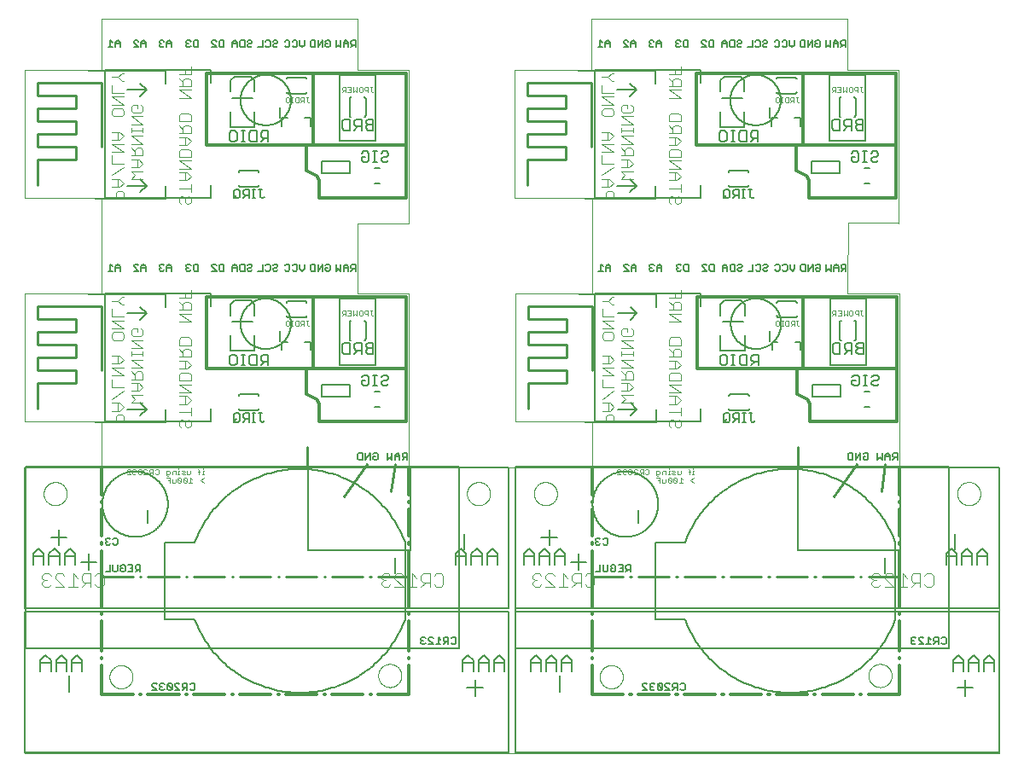
<source format=gbo>
G75*
%MOIN*%
%OFA0B0*%
%FSLAX25Y25*%
%IPPOS*%
%LPD*%
%AMOC8*
5,1,8,0,0,1.08239X$1,22.5*
%
%ADD10C,0.00000*%
%ADD11C,0.00500*%
%ADD12C,0.01200*%
%ADD13C,0.00800*%
%ADD14C,0.00400*%
%ADD15C,0.00600*%
%ADD16C,0.01000*%
D10*
X0005000Y0004606D02*
X0385476Y0004606D01*
X0385476Y0116575D01*
X0346500Y0116575D01*
X0346500Y0184409D01*
X0326421Y0184449D01*
X0326382Y0184488D01*
X0326382Y0194409D01*
X0326421Y0204449D01*
X0326654Y0204606D02*
X0326654Y0212087D01*
X0346339Y0212087D01*
X0346339Y0271811D01*
X0326260Y0271850D01*
X0326220Y0271890D01*
X0326220Y0281811D01*
X0326260Y0291850D01*
X0226260Y0291850D01*
X0226260Y0281850D01*
X0226299Y0281811D01*
X0226260Y0281811D01*
X0226260Y0271850D01*
X0196339Y0271850D01*
X0196339Y0221850D01*
X0226421Y0221850D01*
X0226421Y0194449D01*
X0226461Y0194409D01*
X0226421Y0194409D01*
X0226421Y0184449D01*
X0196500Y0184449D01*
X0196500Y0134449D01*
X0226421Y0134449D01*
X0226421Y0116575D01*
X0155000Y0116575D01*
X0155000Y0184409D01*
X0134921Y0184449D01*
X0134882Y0184488D01*
X0134882Y0194409D01*
X0134921Y0211693D01*
X0155000Y0211693D01*
X0155000Y0271811D01*
X0134921Y0271850D01*
X0134882Y0271890D01*
X0134882Y0281811D01*
X0134921Y0291850D01*
X0034921Y0291850D01*
X0034921Y0281850D01*
X0034961Y0281811D01*
X0034921Y0281811D01*
X0034921Y0271850D01*
X0005000Y0271850D01*
X0005000Y0221850D01*
X0034921Y0221850D01*
X0034921Y0194449D01*
X0034961Y0194409D01*
X0034921Y0194409D01*
X0034921Y0184449D01*
X0005000Y0184449D01*
X0005000Y0134449D01*
X0035031Y0134449D01*
X0035031Y0116969D01*
X0005000Y0116575D01*
X0005000Y0004606D01*
X0037972Y0034606D02*
X0037974Y0034740D01*
X0037980Y0034874D01*
X0037990Y0035008D01*
X0038004Y0035142D01*
X0038022Y0035275D01*
X0038043Y0035407D01*
X0038069Y0035539D01*
X0038099Y0035670D01*
X0038132Y0035800D01*
X0038169Y0035928D01*
X0038211Y0036056D01*
X0038255Y0036183D01*
X0038304Y0036308D01*
X0038356Y0036431D01*
X0038412Y0036553D01*
X0038472Y0036674D01*
X0038535Y0036792D01*
X0038601Y0036909D01*
X0038671Y0037023D01*
X0038744Y0037136D01*
X0038821Y0037246D01*
X0038901Y0037354D01*
X0038984Y0037459D01*
X0039070Y0037562D01*
X0039159Y0037662D01*
X0039251Y0037760D01*
X0039346Y0037855D01*
X0039444Y0037947D01*
X0039544Y0038036D01*
X0039647Y0038122D01*
X0039752Y0038205D01*
X0039860Y0038285D01*
X0039970Y0038362D01*
X0040083Y0038435D01*
X0040197Y0038505D01*
X0040314Y0038571D01*
X0040432Y0038634D01*
X0040553Y0038694D01*
X0040675Y0038750D01*
X0040798Y0038802D01*
X0040923Y0038851D01*
X0041050Y0038895D01*
X0041178Y0038937D01*
X0041306Y0038974D01*
X0041436Y0039007D01*
X0041567Y0039037D01*
X0041699Y0039063D01*
X0041831Y0039084D01*
X0041964Y0039102D01*
X0042098Y0039116D01*
X0042232Y0039126D01*
X0042366Y0039132D01*
X0042500Y0039134D01*
X0042634Y0039132D01*
X0042768Y0039126D01*
X0042902Y0039116D01*
X0043036Y0039102D01*
X0043169Y0039084D01*
X0043301Y0039063D01*
X0043433Y0039037D01*
X0043564Y0039007D01*
X0043694Y0038974D01*
X0043822Y0038937D01*
X0043950Y0038895D01*
X0044077Y0038851D01*
X0044202Y0038802D01*
X0044325Y0038750D01*
X0044447Y0038694D01*
X0044568Y0038634D01*
X0044686Y0038571D01*
X0044803Y0038505D01*
X0044917Y0038435D01*
X0045030Y0038362D01*
X0045140Y0038285D01*
X0045248Y0038205D01*
X0045353Y0038122D01*
X0045456Y0038036D01*
X0045556Y0037947D01*
X0045654Y0037855D01*
X0045749Y0037760D01*
X0045841Y0037662D01*
X0045930Y0037562D01*
X0046016Y0037459D01*
X0046099Y0037354D01*
X0046179Y0037246D01*
X0046256Y0037136D01*
X0046329Y0037023D01*
X0046399Y0036909D01*
X0046465Y0036792D01*
X0046528Y0036674D01*
X0046588Y0036553D01*
X0046644Y0036431D01*
X0046696Y0036308D01*
X0046745Y0036183D01*
X0046789Y0036056D01*
X0046831Y0035928D01*
X0046868Y0035800D01*
X0046901Y0035670D01*
X0046931Y0035539D01*
X0046957Y0035407D01*
X0046978Y0035275D01*
X0046996Y0035142D01*
X0047010Y0035008D01*
X0047020Y0034874D01*
X0047026Y0034740D01*
X0047028Y0034606D01*
X0047026Y0034472D01*
X0047020Y0034338D01*
X0047010Y0034204D01*
X0046996Y0034070D01*
X0046978Y0033937D01*
X0046957Y0033805D01*
X0046931Y0033673D01*
X0046901Y0033542D01*
X0046868Y0033412D01*
X0046831Y0033284D01*
X0046789Y0033156D01*
X0046745Y0033029D01*
X0046696Y0032904D01*
X0046644Y0032781D01*
X0046588Y0032659D01*
X0046528Y0032538D01*
X0046465Y0032420D01*
X0046399Y0032303D01*
X0046329Y0032189D01*
X0046256Y0032076D01*
X0046179Y0031966D01*
X0046099Y0031858D01*
X0046016Y0031753D01*
X0045930Y0031650D01*
X0045841Y0031550D01*
X0045749Y0031452D01*
X0045654Y0031357D01*
X0045556Y0031265D01*
X0045456Y0031176D01*
X0045353Y0031090D01*
X0045248Y0031007D01*
X0045140Y0030927D01*
X0045030Y0030850D01*
X0044917Y0030777D01*
X0044803Y0030707D01*
X0044686Y0030641D01*
X0044568Y0030578D01*
X0044447Y0030518D01*
X0044325Y0030462D01*
X0044202Y0030410D01*
X0044077Y0030361D01*
X0043950Y0030317D01*
X0043822Y0030275D01*
X0043694Y0030238D01*
X0043564Y0030205D01*
X0043433Y0030175D01*
X0043301Y0030149D01*
X0043169Y0030128D01*
X0043036Y0030110D01*
X0042902Y0030096D01*
X0042768Y0030086D01*
X0042634Y0030080D01*
X0042500Y0030078D01*
X0042366Y0030080D01*
X0042232Y0030086D01*
X0042098Y0030096D01*
X0041964Y0030110D01*
X0041831Y0030128D01*
X0041699Y0030149D01*
X0041567Y0030175D01*
X0041436Y0030205D01*
X0041306Y0030238D01*
X0041178Y0030275D01*
X0041050Y0030317D01*
X0040923Y0030361D01*
X0040798Y0030410D01*
X0040675Y0030462D01*
X0040553Y0030518D01*
X0040432Y0030578D01*
X0040314Y0030641D01*
X0040197Y0030707D01*
X0040083Y0030777D01*
X0039970Y0030850D01*
X0039860Y0030927D01*
X0039752Y0031007D01*
X0039647Y0031090D01*
X0039544Y0031176D01*
X0039444Y0031265D01*
X0039346Y0031357D01*
X0039251Y0031452D01*
X0039159Y0031550D01*
X0039070Y0031650D01*
X0038984Y0031753D01*
X0038901Y0031858D01*
X0038821Y0031966D01*
X0038744Y0032076D01*
X0038671Y0032189D01*
X0038601Y0032303D01*
X0038535Y0032420D01*
X0038472Y0032538D01*
X0038412Y0032659D01*
X0038356Y0032781D01*
X0038304Y0032904D01*
X0038255Y0033029D01*
X0038211Y0033156D01*
X0038169Y0033284D01*
X0038132Y0033412D01*
X0038099Y0033542D01*
X0038069Y0033673D01*
X0038043Y0033805D01*
X0038022Y0033937D01*
X0038004Y0034070D01*
X0037990Y0034204D01*
X0037980Y0034338D01*
X0037974Y0034472D01*
X0037972Y0034606D01*
X0012283Y0106173D02*
X0012285Y0106307D01*
X0012291Y0106441D01*
X0012301Y0106575D01*
X0012315Y0106709D01*
X0012333Y0106842D01*
X0012354Y0106974D01*
X0012380Y0107106D01*
X0012410Y0107237D01*
X0012443Y0107367D01*
X0012480Y0107495D01*
X0012522Y0107623D01*
X0012566Y0107750D01*
X0012615Y0107875D01*
X0012667Y0107998D01*
X0012723Y0108120D01*
X0012783Y0108241D01*
X0012846Y0108359D01*
X0012912Y0108476D01*
X0012982Y0108590D01*
X0013055Y0108703D01*
X0013132Y0108813D01*
X0013212Y0108921D01*
X0013295Y0109026D01*
X0013381Y0109129D01*
X0013470Y0109229D01*
X0013562Y0109327D01*
X0013657Y0109422D01*
X0013755Y0109514D01*
X0013855Y0109603D01*
X0013958Y0109689D01*
X0014063Y0109772D01*
X0014171Y0109852D01*
X0014281Y0109929D01*
X0014394Y0110002D01*
X0014508Y0110072D01*
X0014625Y0110138D01*
X0014743Y0110201D01*
X0014864Y0110261D01*
X0014986Y0110317D01*
X0015109Y0110369D01*
X0015234Y0110418D01*
X0015361Y0110462D01*
X0015489Y0110504D01*
X0015617Y0110541D01*
X0015747Y0110574D01*
X0015878Y0110604D01*
X0016010Y0110630D01*
X0016142Y0110651D01*
X0016275Y0110669D01*
X0016409Y0110683D01*
X0016543Y0110693D01*
X0016677Y0110699D01*
X0016811Y0110701D01*
X0016945Y0110699D01*
X0017079Y0110693D01*
X0017213Y0110683D01*
X0017347Y0110669D01*
X0017480Y0110651D01*
X0017612Y0110630D01*
X0017744Y0110604D01*
X0017875Y0110574D01*
X0018005Y0110541D01*
X0018133Y0110504D01*
X0018261Y0110462D01*
X0018388Y0110418D01*
X0018513Y0110369D01*
X0018636Y0110317D01*
X0018758Y0110261D01*
X0018879Y0110201D01*
X0018997Y0110138D01*
X0019114Y0110072D01*
X0019228Y0110002D01*
X0019341Y0109929D01*
X0019451Y0109852D01*
X0019559Y0109772D01*
X0019664Y0109689D01*
X0019767Y0109603D01*
X0019867Y0109514D01*
X0019965Y0109422D01*
X0020060Y0109327D01*
X0020152Y0109229D01*
X0020241Y0109129D01*
X0020327Y0109026D01*
X0020410Y0108921D01*
X0020490Y0108813D01*
X0020567Y0108703D01*
X0020640Y0108590D01*
X0020710Y0108476D01*
X0020776Y0108359D01*
X0020839Y0108241D01*
X0020899Y0108120D01*
X0020955Y0107998D01*
X0021007Y0107875D01*
X0021056Y0107750D01*
X0021100Y0107623D01*
X0021142Y0107495D01*
X0021179Y0107367D01*
X0021212Y0107237D01*
X0021242Y0107106D01*
X0021268Y0106974D01*
X0021289Y0106842D01*
X0021307Y0106709D01*
X0021321Y0106575D01*
X0021331Y0106441D01*
X0021337Y0106307D01*
X0021339Y0106173D01*
X0021337Y0106039D01*
X0021331Y0105905D01*
X0021321Y0105771D01*
X0021307Y0105637D01*
X0021289Y0105504D01*
X0021268Y0105372D01*
X0021242Y0105240D01*
X0021212Y0105109D01*
X0021179Y0104979D01*
X0021142Y0104851D01*
X0021100Y0104723D01*
X0021056Y0104596D01*
X0021007Y0104471D01*
X0020955Y0104348D01*
X0020899Y0104226D01*
X0020839Y0104105D01*
X0020776Y0103987D01*
X0020710Y0103870D01*
X0020640Y0103756D01*
X0020567Y0103643D01*
X0020490Y0103533D01*
X0020410Y0103425D01*
X0020327Y0103320D01*
X0020241Y0103217D01*
X0020152Y0103117D01*
X0020060Y0103019D01*
X0019965Y0102924D01*
X0019867Y0102832D01*
X0019767Y0102743D01*
X0019664Y0102657D01*
X0019559Y0102574D01*
X0019451Y0102494D01*
X0019341Y0102417D01*
X0019228Y0102344D01*
X0019114Y0102274D01*
X0018997Y0102208D01*
X0018879Y0102145D01*
X0018758Y0102085D01*
X0018636Y0102029D01*
X0018513Y0101977D01*
X0018388Y0101928D01*
X0018261Y0101884D01*
X0018133Y0101842D01*
X0018005Y0101805D01*
X0017875Y0101772D01*
X0017744Y0101742D01*
X0017612Y0101716D01*
X0017480Y0101695D01*
X0017347Y0101677D01*
X0017213Y0101663D01*
X0017079Y0101653D01*
X0016945Y0101647D01*
X0016811Y0101645D01*
X0016677Y0101647D01*
X0016543Y0101653D01*
X0016409Y0101663D01*
X0016275Y0101677D01*
X0016142Y0101695D01*
X0016010Y0101716D01*
X0015878Y0101742D01*
X0015747Y0101772D01*
X0015617Y0101805D01*
X0015489Y0101842D01*
X0015361Y0101884D01*
X0015234Y0101928D01*
X0015109Y0101977D01*
X0014986Y0102029D01*
X0014864Y0102085D01*
X0014743Y0102145D01*
X0014625Y0102208D01*
X0014508Y0102274D01*
X0014394Y0102344D01*
X0014281Y0102417D01*
X0014171Y0102494D01*
X0014063Y0102574D01*
X0013958Y0102657D01*
X0013855Y0102743D01*
X0013755Y0102832D01*
X0013657Y0102924D01*
X0013562Y0103019D01*
X0013470Y0103117D01*
X0013381Y0103217D01*
X0013295Y0103320D01*
X0013212Y0103425D01*
X0013132Y0103533D01*
X0013055Y0103643D01*
X0012982Y0103756D01*
X0012912Y0103870D01*
X0012846Y0103987D01*
X0012783Y0104105D01*
X0012723Y0104226D01*
X0012667Y0104348D01*
X0012615Y0104471D01*
X0012566Y0104596D01*
X0012522Y0104723D01*
X0012480Y0104851D01*
X0012443Y0104979D01*
X0012410Y0105109D01*
X0012380Y0105240D01*
X0012354Y0105372D01*
X0012333Y0105504D01*
X0012315Y0105637D01*
X0012301Y0105771D01*
X0012291Y0105905D01*
X0012285Y0106039D01*
X0012283Y0106173D01*
X0142972Y0035106D02*
X0142974Y0035240D01*
X0142980Y0035374D01*
X0142990Y0035508D01*
X0143004Y0035642D01*
X0143022Y0035775D01*
X0143043Y0035907D01*
X0143069Y0036039D01*
X0143099Y0036170D01*
X0143132Y0036300D01*
X0143169Y0036428D01*
X0143211Y0036556D01*
X0143255Y0036683D01*
X0143304Y0036808D01*
X0143356Y0036931D01*
X0143412Y0037053D01*
X0143472Y0037174D01*
X0143535Y0037292D01*
X0143601Y0037409D01*
X0143671Y0037523D01*
X0143744Y0037636D01*
X0143821Y0037746D01*
X0143901Y0037854D01*
X0143984Y0037959D01*
X0144070Y0038062D01*
X0144159Y0038162D01*
X0144251Y0038260D01*
X0144346Y0038355D01*
X0144444Y0038447D01*
X0144544Y0038536D01*
X0144647Y0038622D01*
X0144752Y0038705D01*
X0144860Y0038785D01*
X0144970Y0038862D01*
X0145083Y0038935D01*
X0145197Y0039005D01*
X0145314Y0039071D01*
X0145432Y0039134D01*
X0145553Y0039194D01*
X0145675Y0039250D01*
X0145798Y0039302D01*
X0145923Y0039351D01*
X0146050Y0039395D01*
X0146178Y0039437D01*
X0146306Y0039474D01*
X0146436Y0039507D01*
X0146567Y0039537D01*
X0146699Y0039563D01*
X0146831Y0039584D01*
X0146964Y0039602D01*
X0147098Y0039616D01*
X0147232Y0039626D01*
X0147366Y0039632D01*
X0147500Y0039634D01*
X0147634Y0039632D01*
X0147768Y0039626D01*
X0147902Y0039616D01*
X0148036Y0039602D01*
X0148169Y0039584D01*
X0148301Y0039563D01*
X0148433Y0039537D01*
X0148564Y0039507D01*
X0148694Y0039474D01*
X0148822Y0039437D01*
X0148950Y0039395D01*
X0149077Y0039351D01*
X0149202Y0039302D01*
X0149325Y0039250D01*
X0149447Y0039194D01*
X0149568Y0039134D01*
X0149686Y0039071D01*
X0149803Y0039005D01*
X0149917Y0038935D01*
X0150030Y0038862D01*
X0150140Y0038785D01*
X0150248Y0038705D01*
X0150353Y0038622D01*
X0150456Y0038536D01*
X0150556Y0038447D01*
X0150654Y0038355D01*
X0150749Y0038260D01*
X0150841Y0038162D01*
X0150930Y0038062D01*
X0151016Y0037959D01*
X0151099Y0037854D01*
X0151179Y0037746D01*
X0151256Y0037636D01*
X0151329Y0037523D01*
X0151399Y0037409D01*
X0151465Y0037292D01*
X0151528Y0037174D01*
X0151588Y0037053D01*
X0151644Y0036931D01*
X0151696Y0036808D01*
X0151745Y0036683D01*
X0151789Y0036556D01*
X0151831Y0036428D01*
X0151868Y0036300D01*
X0151901Y0036170D01*
X0151931Y0036039D01*
X0151957Y0035907D01*
X0151978Y0035775D01*
X0151996Y0035642D01*
X0152010Y0035508D01*
X0152020Y0035374D01*
X0152026Y0035240D01*
X0152028Y0035106D01*
X0152026Y0034972D01*
X0152020Y0034838D01*
X0152010Y0034704D01*
X0151996Y0034570D01*
X0151978Y0034437D01*
X0151957Y0034305D01*
X0151931Y0034173D01*
X0151901Y0034042D01*
X0151868Y0033912D01*
X0151831Y0033784D01*
X0151789Y0033656D01*
X0151745Y0033529D01*
X0151696Y0033404D01*
X0151644Y0033281D01*
X0151588Y0033159D01*
X0151528Y0033038D01*
X0151465Y0032920D01*
X0151399Y0032803D01*
X0151329Y0032689D01*
X0151256Y0032576D01*
X0151179Y0032466D01*
X0151099Y0032358D01*
X0151016Y0032253D01*
X0150930Y0032150D01*
X0150841Y0032050D01*
X0150749Y0031952D01*
X0150654Y0031857D01*
X0150556Y0031765D01*
X0150456Y0031676D01*
X0150353Y0031590D01*
X0150248Y0031507D01*
X0150140Y0031427D01*
X0150030Y0031350D01*
X0149917Y0031277D01*
X0149803Y0031207D01*
X0149686Y0031141D01*
X0149568Y0031078D01*
X0149447Y0031018D01*
X0149325Y0030962D01*
X0149202Y0030910D01*
X0149077Y0030861D01*
X0148950Y0030817D01*
X0148822Y0030775D01*
X0148694Y0030738D01*
X0148564Y0030705D01*
X0148433Y0030675D01*
X0148301Y0030649D01*
X0148169Y0030628D01*
X0148036Y0030610D01*
X0147902Y0030596D01*
X0147768Y0030586D01*
X0147634Y0030580D01*
X0147500Y0030578D01*
X0147366Y0030580D01*
X0147232Y0030586D01*
X0147098Y0030596D01*
X0146964Y0030610D01*
X0146831Y0030628D01*
X0146699Y0030649D01*
X0146567Y0030675D01*
X0146436Y0030705D01*
X0146306Y0030738D01*
X0146178Y0030775D01*
X0146050Y0030817D01*
X0145923Y0030861D01*
X0145798Y0030910D01*
X0145675Y0030962D01*
X0145553Y0031018D01*
X0145432Y0031078D01*
X0145314Y0031141D01*
X0145197Y0031207D01*
X0145083Y0031277D01*
X0144970Y0031350D01*
X0144860Y0031427D01*
X0144752Y0031507D01*
X0144647Y0031590D01*
X0144544Y0031676D01*
X0144444Y0031765D01*
X0144346Y0031857D01*
X0144251Y0031952D01*
X0144159Y0032050D01*
X0144070Y0032150D01*
X0143984Y0032253D01*
X0143901Y0032358D01*
X0143821Y0032466D01*
X0143744Y0032576D01*
X0143671Y0032689D01*
X0143601Y0032803D01*
X0143535Y0032920D01*
X0143472Y0033038D01*
X0143412Y0033159D01*
X0143356Y0033281D01*
X0143304Y0033404D01*
X0143255Y0033529D01*
X0143211Y0033656D01*
X0143169Y0033784D01*
X0143132Y0033912D01*
X0143099Y0034042D01*
X0143069Y0034173D01*
X0143043Y0034305D01*
X0143022Y0034437D01*
X0143004Y0034570D01*
X0142990Y0034704D01*
X0142980Y0034838D01*
X0142974Y0034972D01*
X0142972Y0035106D01*
X0177637Y0106173D02*
X0177639Y0106307D01*
X0177645Y0106441D01*
X0177655Y0106575D01*
X0177669Y0106709D01*
X0177687Y0106842D01*
X0177708Y0106974D01*
X0177734Y0107106D01*
X0177764Y0107237D01*
X0177797Y0107367D01*
X0177834Y0107495D01*
X0177876Y0107623D01*
X0177920Y0107750D01*
X0177969Y0107875D01*
X0178021Y0107998D01*
X0178077Y0108120D01*
X0178137Y0108241D01*
X0178200Y0108359D01*
X0178266Y0108476D01*
X0178336Y0108590D01*
X0178409Y0108703D01*
X0178486Y0108813D01*
X0178566Y0108921D01*
X0178649Y0109026D01*
X0178735Y0109129D01*
X0178824Y0109229D01*
X0178916Y0109327D01*
X0179011Y0109422D01*
X0179109Y0109514D01*
X0179209Y0109603D01*
X0179312Y0109689D01*
X0179417Y0109772D01*
X0179525Y0109852D01*
X0179635Y0109929D01*
X0179748Y0110002D01*
X0179862Y0110072D01*
X0179979Y0110138D01*
X0180097Y0110201D01*
X0180218Y0110261D01*
X0180340Y0110317D01*
X0180463Y0110369D01*
X0180588Y0110418D01*
X0180715Y0110462D01*
X0180843Y0110504D01*
X0180971Y0110541D01*
X0181101Y0110574D01*
X0181232Y0110604D01*
X0181364Y0110630D01*
X0181496Y0110651D01*
X0181629Y0110669D01*
X0181763Y0110683D01*
X0181897Y0110693D01*
X0182031Y0110699D01*
X0182165Y0110701D01*
X0182299Y0110699D01*
X0182433Y0110693D01*
X0182567Y0110683D01*
X0182701Y0110669D01*
X0182834Y0110651D01*
X0182966Y0110630D01*
X0183098Y0110604D01*
X0183229Y0110574D01*
X0183359Y0110541D01*
X0183487Y0110504D01*
X0183615Y0110462D01*
X0183742Y0110418D01*
X0183867Y0110369D01*
X0183990Y0110317D01*
X0184112Y0110261D01*
X0184233Y0110201D01*
X0184351Y0110138D01*
X0184468Y0110072D01*
X0184582Y0110002D01*
X0184695Y0109929D01*
X0184805Y0109852D01*
X0184913Y0109772D01*
X0185018Y0109689D01*
X0185121Y0109603D01*
X0185221Y0109514D01*
X0185319Y0109422D01*
X0185414Y0109327D01*
X0185506Y0109229D01*
X0185595Y0109129D01*
X0185681Y0109026D01*
X0185764Y0108921D01*
X0185844Y0108813D01*
X0185921Y0108703D01*
X0185994Y0108590D01*
X0186064Y0108476D01*
X0186130Y0108359D01*
X0186193Y0108241D01*
X0186253Y0108120D01*
X0186309Y0107998D01*
X0186361Y0107875D01*
X0186410Y0107750D01*
X0186454Y0107623D01*
X0186496Y0107495D01*
X0186533Y0107367D01*
X0186566Y0107237D01*
X0186596Y0107106D01*
X0186622Y0106974D01*
X0186643Y0106842D01*
X0186661Y0106709D01*
X0186675Y0106575D01*
X0186685Y0106441D01*
X0186691Y0106307D01*
X0186693Y0106173D01*
X0186691Y0106039D01*
X0186685Y0105905D01*
X0186675Y0105771D01*
X0186661Y0105637D01*
X0186643Y0105504D01*
X0186622Y0105372D01*
X0186596Y0105240D01*
X0186566Y0105109D01*
X0186533Y0104979D01*
X0186496Y0104851D01*
X0186454Y0104723D01*
X0186410Y0104596D01*
X0186361Y0104471D01*
X0186309Y0104348D01*
X0186253Y0104226D01*
X0186193Y0104105D01*
X0186130Y0103987D01*
X0186064Y0103870D01*
X0185994Y0103756D01*
X0185921Y0103643D01*
X0185844Y0103533D01*
X0185764Y0103425D01*
X0185681Y0103320D01*
X0185595Y0103217D01*
X0185506Y0103117D01*
X0185414Y0103019D01*
X0185319Y0102924D01*
X0185221Y0102832D01*
X0185121Y0102743D01*
X0185018Y0102657D01*
X0184913Y0102574D01*
X0184805Y0102494D01*
X0184695Y0102417D01*
X0184582Y0102344D01*
X0184468Y0102274D01*
X0184351Y0102208D01*
X0184233Y0102145D01*
X0184112Y0102085D01*
X0183990Y0102029D01*
X0183867Y0101977D01*
X0183742Y0101928D01*
X0183615Y0101884D01*
X0183487Y0101842D01*
X0183359Y0101805D01*
X0183229Y0101772D01*
X0183098Y0101742D01*
X0182966Y0101716D01*
X0182834Y0101695D01*
X0182701Y0101677D01*
X0182567Y0101663D01*
X0182433Y0101653D01*
X0182299Y0101647D01*
X0182165Y0101645D01*
X0182031Y0101647D01*
X0181897Y0101653D01*
X0181763Y0101663D01*
X0181629Y0101677D01*
X0181496Y0101695D01*
X0181364Y0101716D01*
X0181232Y0101742D01*
X0181101Y0101772D01*
X0180971Y0101805D01*
X0180843Y0101842D01*
X0180715Y0101884D01*
X0180588Y0101928D01*
X0180463Y0101977D01*
X0180340Y0102029D01*
X0180218Y0102085D01*
X0180097Y0102145D01*
X0179979Y0102208D01*
X0179862Y0102274D01*
X0179748Y0102344D01*
X0179635Y0102417D01*
X0179525Y0102494D01*
X0179417Y0102574D01*
X0179312Y0102657D01*
X0179209Y0102743D01*
X0179109Y0102832D01*
X0179011Y0102924D01*
X0178916Y0103019D01*
X0178824Y0103117D01*
X0178735Y0103217D01*
X0178649Y0103320D01*
X0178566Y0103425D01*
X0178486Y0103533D01*
X0178409Y0103643D01*
X0178336Y0103756D01*
X0178266Y0103870D01*
X0178200Y0103987D01*
X0178137Y0104105D01*
X0178077Y0104226D01*
X0178021Y0104348D01*
X0177969Y0104471D01*
X0177920Y0104596D01*
X0177876Y0104723D01*
X0177834Y0104851D01*
X0177797Y0104979D01*
X0177764Y0105109D01*
X0177734Y0105240D01*
X0177708Y0105372D01*
X0177687Y0105504D01*
X0177669Y0105637D01*
X0177655Y0105771D01*
X0177645Y0105905D01*
X0177639Y0106039D01*
X0177637Y0106173D01*
X0203783Y0106173D02*
X0203785Y0106307D01*
X0203791Y0106441D01*
X0203801Y0106575D01*
X0203815Y0106709D01*
X0203833Y0106842D01*
X0203854Y0106974D01*
X0203880Y0107106D01*
X0203910Y0107237D01*
X0203943Y0107367D01*
X0203980Y0107495D01*
X0204022Y0107623D01*
X0204066Y0107750D01*
X0204115Y0107875D01*
X0204167Y0107998D01*
X0204223Y0108120D01*
X0204283Y0108241D01*
X0204346Y0108359D01*
X0204412Y0108476D01*
X0204482Y0108590D01*
X0204555Y0108703D01*
X0204632Y0108813D01*
X0204712Y0108921D01*
X0204795Y0109026D01*
X0204881Y0109129D01*
X0204970Y0109229D01*
X0205062Y0109327D01*
X0205157Y0109422D01*
X0205255Y0109514D01*
X0205355Y0109603D01*
X0205458Y0109689D01*
X0205563Y0109772D01*
X0205671Y0109852D01*
X0205781Y0109929D01*
X0205894Y0110002D01*
X0206008Y0110072D01*
X0206125Y0110138D01*
X0206243Y0110201D01*
X0206364Y0110261D01*
X0206486Y0110317D01*
X0206609Y0110369D01*
X0206734Y0110418D01*
X0206861Y0110462D01*
X0206989Y0110504D01*
X0207117Y0110541D01*
X0207247Y0110574D01*
X0207378Y0110604D01*
X0207510Y0110630D01*
X0207642Y0110651D01*
X0207775Y0110669D01*
X0207909Y0110683D01*
X0208043Y0110693D01*
X0208177Y0110699D01*
X0208311Y0110701D01*
X0208445Y0110699D01*
X0208579Y0110693D01*
X0208713Y0110683D01*
X0208847Y0110669D01*
X0208980Y0110651D01*
X0209112Y0110630D01*
X0209244Y0110604D01*
X0209375Y0110574D01*
X0209505Y0110541D01*
X0209633Y0110504D01*
X0209761Y0110462D01*
X0209888Y0110418D01*
X0210013Y0110369D01*
X0210136Y0110317D01*
X0210258Y0110261D01*
X0210379Y0110201D01*
X0210497Y0110138D01*
X0210614Y0110072D01*
X0210728Y0110002D01*
X0210841Y0109929D01*
X0210951Y0109852D01*
X0211059Y0109772D01*
X0211164Y0109689D01*
X0211267Y0109603D01*
X0211367Y0109514D01*
X0211465Y0109422D01*
X0211560Y0109327D01*
X0211652Y0109229D01*
X0211741Y0109129D01*
X0211827Y0109026D01*
X0211910Y0108921D01*
X0211990Y0108813D01*
X0212067Y0108703D01*
X0212140Y0108590D01*
X0212210Y0108476D01*
X0212276Y0108359D01*
X0212339Y0108241D01*
X0212399Y0108120D01*
X0212455Y0107998D01*
X0212507Y0107875D01*
X0212556Y0107750D01*
X0212600Y0107623D01*
X0212642Y0107495D01*
X0212679Y0107367D01*
X0212712Y0107237D01*
X0212742Y0107106D01*
X0212768Y0106974D01*
X0212789Y0106842D01*
X0212807Y0106709D01*
X0212821Y0106575D01*
X0212831Y0106441D01*
X0212837Y0106307D01*
X0212839Y0106173D01*
X0212837Y0106039D01*
X0212831Y0105905D01*
X0212821Y0105771D01*
X0212807Y0105637D01*
X0212789Y0105504D01*
X0212768Y0105372D01*
X0212742Y0105240D01*
X0212712Y0105109D01*
X0212679Y0104979D01*
X0212642Y0104851D01*
X0212600Y0104723D01*
X0212556Y0104596D01*
X0212507Y0104471D01*
X0212455Y0104348D01*
X0212399Y0104226D01*
X0212339Y0104105D01*
X0212276Y0103987D01*
X0212210Y0103870D01*
X0212140Y0103756D01*
X0212067Y0103643D01*
X0211990Y0103533D01*
X0211910Y0103425D01*
X0211827Y0103320D01*
X0211741Y0103217D01*
X0211652Y0103117D01*
X0211560Y0103019D01*
X0211465Y0102924D01*
X0211367Y0102832D01*
X0211267Y0102743D01*
X0211164Y0102657D01*
X0211059Y0102574D01*
X0210951Y0102494D01*
X0210841Y0102417D01*
X0210728Y0102344D01*
X0210614Y0102274D01*
X0210497Y0102208D01*
X0210379Y0102145D01*
X0210258Y0102085D01*
X0210136Y0102029D01*
X0210013Y0101977D01*
X0209888Y0101928D01*
X0209761Y0101884D01*
X0209633Y0101842D01*
X0209505Y0101805D01*
X0209375Y0101772D01*
X0209244Y0101742D01*
X0209112Y0101716D01*
X0208980Y0101695D01*
X0208847Y0101677D01*
X0208713Y0101663D01*
X0208579Y0101653D01*
X0208445Y0101647D01*
X0208311Y0101645D01*
X0208177Y0101647D01*
X0208043Y0101653D01*
X0207909Y0101663D01*
X0207775Y0101677D01*
X0207642Y0101695D01*
X0207510Y0101716D01*
X0207378Y0101742D01*
X0207247Y0101772D01*
X0207117Y0101805D01*
X0206989Y0101842D01*
X0206861Y0101884D01*
X0206734Y0101928D01*
X0206609Y0101977D01*
X0206486Y0102029D01*
X0206364Y0102085D01*
X0206243Y0102145D01*
X0206125Y0102208D01*
X0206008Y0102274D01*
X0205894Y0102344D01*
X0205781Y0102417D01*
X0205671Y0102494D01*
X0205563Y0102574D01*
X0205458Y0102657D01*
X0205355Y0102743D01*
X0205255Y0102832D01*
X0205157Y0102924D01*
X0205062Y0103019D01*
X0204970Y0103117D01*
X0204881Y0103217D01*
X0204795Y0103320D01*
X0204712Y0103425D01*
X0204632Y0103533D01*
X0204555Y0103643D01*
X0204482Y0103756D01*
X0204412Y0103870D01*
X0204346Y0103987D01*
X0204283Y0104105D01*
X0204223Y0104226D01*
X0204167Y0104348D01*
X0204115Y0104471D01*
X0204066Y0104596D01*
X0204022Y0104723D01*
X0203980Y0104851D01*
X0203943Y0104979D01*
X0203910Y0105109D01*
X0203880Y0105240D01*
X0203854Y0105372D01*
X0203833Y0105504D01*
X0203815Y0105637D01*
X0203801Y0105771D01*
X0203791Y0105905D01*
X0203785Y0106039D01*
X0203783Y0106173D01*
X0229472Y0034606D02*
X0229474Y0034740D01*
X0229480Y0034874D01*
X0229490Y0035008D01*
X0229504Y0035142D01*
X0229522Y0035275D01*
X0229543Y0035407D01*
X0229569Y0035539D01*
X0229599Y0035670D01*
X0229632Y0035800D01*
X0229669Y0035928D01*
X0229711Y0036056D01*
X0229755Y0036183D01*
X0229804Y0036308D01*
X0229856Y0036431D01*
X0229912Y0036553D01*
X0229972Y0036674D01*
X0230035Y0036792D01*
X0230101Y0036909D01*
X0230171Y0037023D01*
X0230244Y0037136D01*
X0230321Y0037246D01*
X0230401Y0037354D01*
X0230484Y0037459D01*
X0230570Y0037562D01*
X0230659Y0037662D01*
X0230751Y0037760D01*
X0230846Y0037855D01*
X0230944Y0037947D01*
X0231044Y0038036D01*
X0231147Y0038122D01*
X0231252Y0038205D01*
X0231360Y0038285D01*
X0231470Y0038362D01*
X0231583Y0038435D01*
X0231697Y0038505D01*
X0231814Y0038571D01*
X0231932Y0038634D01*
X0232053Y0038694D01*
X0232175Y0038750D01*
X0232298Y0038802D01*
X0232423Y0038851D01*
X0232550Y0038895D01*
X0232678Y0038937D01*
X0232806Y0038974D01*
X0232936Y0039007D01*
X0233067Y0039037D01*
X0233199Y0039063D01*
X0233331Y0039084D01*
X0233464Y0039102D01*
X0233598Y0039116D01*
X0233732Y0039126D01*
X0233866Y0039132D01*
X0234000Y0039134D01*
X0234134Y0039132D01*
X0234268Y0039126D01*
X0234402Y0039116D01*
X0234536Y0039102D01*
X0234669Y0039084D01*
X0234801Y0039063D01*
X0234933Y0039037D01*
X0235064Y0039007D01*
X0235194Y0038974D01*
X0235322Y0038937D01*
X0235450Y0038895D01*
X0235577Y0038851D01*
X0235702Y0038802D01*
X0235825Y0038750D01*
X0235947Y0038694D01*
X0236068Y0038634D01*
X0236186Y0038571D01*
X0236303Y0038505D01*
X0236417Y0038435D01*
X0236530Y0038362D01*
X0236640Y0038285D01*
X0236748Y0038205D01*
X0236853Y0038122D01*
X0236956Y0038036D01*
X0237056Y0037947D01*
X0237154Y0037855D01*
X0237249Y0037760D01*
X0237341Y0037662D01*
X0237430Y0037562D01*
X0237516Y0037459D01*
X0237599Y0037354D01*
X0237679Y0037246D01*
X0237756Y0037136D01*
X0237829Y0037023D01*
X0237899Y0036909D01*
X0237965Y0036792D01*
X0238028Y0036674D01*
X0238088Y0036553D01*
X0238144Y0036431D01*
X0238196Y0036308D01*
X0238245Y0036183D01*
X0238289Y0036056D01*
X0238331Y0035928D01*
X0238368Y0035800D01*
X0238401Y0035670D01*
X0238431Y0035539D01*
X0238457Y0035407D01*
X0238478Y0035275D01*
X0238496Y0035142D01*
X0238510Y0035008D01*
X0238520Y0034874D01*
X0238526Y0034740D01*
X0238528Y0034606D01*
X0238526Y0034472D01*
X0238520Y0034338D01*
X0238510Y0034204D01*
X0238496Y0034070D01*
X0238478Y0033937D01*
X0238457Y0033805D01*
X0238431Y0033673D01*
X0238401Y0033542D01*
X0238368Y0033412D01*
X0238331Y0033284D01*
X0238289Y0033156D01*
X0238245Y0033029D01*
X0238196Y0032904D01*
X0238144Y0032781D01*
X0238088Y0032659D01*
X0238028Y0032538D01*
X0237965Y0032420D01*
X0237899Y0032303D01*
X0237829Y0032189D01*
X0237756Y0032076D01*
X0237679Y0031966D01*
X0237599Y0031858D01*
X0237516Y0031753D01*
X0237430Y0031650D01*
X0237341Y0031550D01*
X0237249Y0031452D01*
X0237154Y0031357D01*
X0237056Y0031265D01*
X0236956Y0031176D01*
X0236853Y0031090D01*
X0236748Y0031007D01*
X0236640Y0030927D01*
X0236530Y0030850D01*
X0236417Y0030777D01*
X0236303Y0030707D01*
X0236186Y0030641D01*
X0236068Y0030578D01*
X0235947Y0030518D01*
X0235825Y0030462D01*
X0235702Y0030410D01*
X0235577Y0030361D01*
X0235450Y0030317D01*
X0235322Y0030275D01*
X0235194Y0030238D01*
X0235064Y0030205D01*
X0234933Y0030175D01*
X0234801Y0030149D01*
X0234669Y0030128D01*
X0234536Y0030110D01*
X0234402Y0030096D01*
X0234268Y0030086D01*
X0234134Y0030080D01*
X0234000Y0030078D01*
X0233866Y0030080D01*
X0233732Y0030086D01*
X0233598Y0030096D01*
X0233464Y0030110D01*
X0233331Y0030128D01*
X0233199Y0030149D01*
X0233067Y0030175D01*
X0232936Y0030205D01*
X0232806Y0030238D01*
X0232678Y0030275D01*
X0232550Y0030317D01*
X0232423Y0030361D01*
X0232298Y0030410D01*
X0232175Y0030462D01*
X0232053Y0030518D01*
X0231932Y0030578D01*
X0231814Y0030641D01*
X0231697Y0030707D01*
X0231583Y0030777D01*
X0231470Y0030850D01*
X0231360Y0030927D01*
X0231252Y0031007D01*
X0231147Y0031090D01*
X0231044Y0031176D01*
X0230944Y0031265D01*
X0230846Y0031357D01*
X0230751Y0031452D01*
X0230659Y0031550D01*
X0230570Y0031650D01*
X0230484Y0031753D01*
X0230401Y0031858D01*
X0230321Y0031966D01*
X0230244Y0032076D01*
X0230171Y0032189D01*
X0230101Y0032303D01*
X0230035Y0032420D01*
X0229972Y0032538D01*
X0229912Y0032659D01*
X0229856Y0032781D01*
X0229804Y0032904D01*
X0229755Y0033029D01*
X0229711Y0033156D01*
X0229669Y0033284D01*
X0229632Y0033412D01*
X0229599Y0033542D01*
X0229569Y0033673D01*
X0229543Y0033805D01*
X0229522Y0033937D01*
X0229504Y0034070D01*
X0229490Y0034204D01*
X0229480Y0034338D01*
X0229474Y0034472D01*
X0229472Y0034606D01*
X0334472Y0035106D02*
X0334474Y0035240D01*
X0334480Y0035374D01*
X0334490Y0035508D01*
X0334504Y0035642D01*
X0334522Y0035775D01*
X0334543Y0035907D01*
X0334569Y0036039D01*
X0334599Y0036170D01*
X0334632Y0036300D01*
X0334669Y0036428D01*
X0334711Y0036556D01*
X0334755Y0036683D01*
X0334804Y0036808D01*
X0334856Y0036931D01*
X0334912Y0037053D01*
X0334972Y0037174D01*
X0335035Y0037292D01*
X0335101Y0037409D01*
X0335171Y0037523D01*
X0335244Y0037636D01*
X0335321Y0037746D01*
X0335401Y0037854D01*
X0335484Y0037959D01*
X0335570Y0038062D01*
X0335659Y0038162D01*
X0335751Y0038260D01*
X0335846Y0038355D01*
X0335944Y0038447D01*
X0336044Y0038536D01*
X0336147Y0038622D01*
X0336252Y0038705D01*
X0336360Y0038785D01*
X0336470Y0038862D01*
X0336583Y0038935D01*
X0336697Y0039005D01*
X0336814Y0039071D01*
X0336932Y0039134D01*
X0337053Y0039194D01*
X0337175Y0039250D01*
X0337298Y0039302D01*
X0337423Y0039351D01*
X0337550Y0039395D01*
X0337678Y0039437D01*
X0337806Y0039474D01*
X0337936Y0039507D01*
X0338067Y0039537D01*
X0338199Y0039563D01*
X0338331Y0039584D01*
X0338464Y0039602D01*
X0338598Y0039616D01*
X0338732Y0039626D01*
X0338866Y0039632D01*
X0339000Y0039634D01*
X0339134Y0039632D01*
X0339268Y0039626D01*
X0339402Y0039616D01*
X0339536Y0039602D01*
X0339669Y0039584D01*
X0339801Y0039563D01*
X0339933Y0039537D01*
X0340064Y0039507D01*
X0340194Y0039474D01*
X0340322Y0039437D01*
X0340450Y0039395D01*
X0340577Y0039351D01*
X0340702Y0039302D01*
X0340825Y0039250D01*
X0340947Y0039194D01*
X0341068Y0039134D01*
X0341186Y0039071D01*
X0341303Y0039005D01*
X0341417Y0038935D01*
X0341530Y0038862D01*
X0341640Y0038785D01*
X0341748Y0038705D01*
X0341853Y0038622D01*
X0341956Y0038536D01*
X0342056Y0038447D01*
X0342154Y0038355D01*
X0342249Y0038260D01*
X0342341Y0038162D01*
X0342430Y0038062D01*
X0342516Y0037959D01*
X0342599Y0037854D01*
X0342679Y0037746D01*
X0342756Y0037636D01*
X0342829Y0037523D01*
X0342899Y0037409D01*
X0342965Y0037292D01*
X0343028Y0037174D01*
X0343088Y0037053D01*
X0343144Y0036931D01*
X0343196Y0036808D01*
X0343245Y0036683D01*
X0343289Y0036556D01*
X0343331Y0036428D01*
X0343368Y0036300D01*
X0343401Y0036170D01*
X0343431Y0036039D01*
X0343457Y0035907D01*
X0343478Y0035775D01*
X0343496Y0035642D01*
X0343510Y0035508D01*
X0343520Y0035374D01*
X0343526Y0035240D01*
X0343528Y0035106D01*
X0343526Y0034972D01*
X0343520Y0034838D01*
X0343510Y0034704D01*
X0343496Y0034570D01*
X0343478Y0034437D01*
X0343457Y0034305D01*
X0343431Y0034173D01*
X0343401Y0034042D01*
X0343368Y0033912D01*
X0343331Y0033784D01*
X0343289Y0033656D01*
X0343245Y0033529D01*
X0343196Y0033404D01*
X0343144Y0033281D01*
X0343088Y0033159D01*
X0343028Y0033038D01*
X0342965Y0032920D01*
X0342899Y0032803D01*
X0342829Y0032689D01*
X0342756Y0032576D01*
X0342679Y0032466D01*
X0342599Y0032358D01*
X0342516Y0032253D01*
X0342430Y0032150D01*
X0342341Y0032050D01*
X0342249Y0031952D01*
X0342154Y0031857D01*
X0342056Y0031765D01*
X0341956Y0031676D01*
X0341853Y0031590D01*
X0341748Y0031507D01*
X0341640Y0031427D01*
X0341530Y0031350D01*
X0341417Y0031277D01*
X0341303Y0031207D01*
X0341186Y0031141D01*
X0341068Y0031078D01*
X0340947Y0031018D01*
X0340825Y0030962D01*
X0340702Y0030910D01*
X0340577Y0030861D01*
X0340450Y0030817D01*
X0340322Y0030775D01*
X0340194Y0030738D01*
X0340064Y0030705D01*
X0339933Y0030675D01*
X0339801Y0030649D01*
X0339669Y0030628D01*
X0339536Y0030610D01*
X0339402Y0030596D01*
X0339268Y0030586D01*
X0339134Y0030580D01*
X0339000Y0030578D01*
X0338866Y0030580D01*
X0338732Y0030586D01*
X0338598Y0030596D01*
X0338464Y0030610D01*
X0338331Y0030628D01*
X0338199Y0030649D01*
X0338067Y0030675D01*
X0337936Y0030705D01*
X0337806Y0030738D01*
X0337678Y0030775D01*
X0337550Y0030817D01*
X0337423Y0030861D01*
X0337298Y0030910D01*
X0337175Y0030962D01*
X0337053Y0031018D01*
X0336932Y0031078D01*
X0336814Y0031141D01*
X0336697Y0031207D01*
X0336583Y0031277D01*
X0336470Y0031350D01*
X0336360Y0031427D01*
X0336252Y0031507D01*
X0336147Y0031590D01*
X0336044Y0031676D01*
X0335944Y0031765D01*
X0335846Y0031857D01*
X0335751Y0031952D01*
X0335659Y0032050D01*
X0335570Y0032150D01*
X0335484Y0032253D01*
X0335401Y0032358D01*
X0335321Y0032466D01*
X0335244Y0032576D01*
X0335171Y0032689D01*
X0335101Y0032803D01*
X0335035Y0032920D01*
X0334972Y0033038D01*
X0334912Y0033159D01*
X0334856Y0033281D01*
X0334804Y0033404D01*
X0334755Y0033529D01*
X0334711Y0033656D01*
X0334669Y0033784D01*
X0334632Y0033912D01*
X0334599Y0034042D01*
X0334569Y0034173D01*
X0334543Y0034305D01*
X0334522Y0034437D01*
X0334504Y0034570D01*
X0334490Y0034704D01*
X0334480Y0034838D01*
X0334474Y0034972D01*
X0334472Y0035106D01*
X0369137Y0106173D02*
X0369139Y0106307D01*
X0369145Y0106441D01*
X0369155Y0106575D01*
X0369169Y0106709D01*
X0369187Y0106842D01*
X0369208Y0106974D01*
X0369234Y0107106D01*
X0369264Y0107237D01*
X0369297Y0107367D01*
X0369334Y0107495D01*
X0369376Y0107623D01*
X0369420Y0107750D01*
X0369469Y0107875D01*
X0369521Y0107998D01*
X0369577Y0108120D01*
X0369637Y0108241D01*
X0369700Y0108359D01*
X0369766Y0108476D01*
X0369836Y0108590D01*
X0369909Y0108703D01*
X0369986Y0108813D01*
X0370066Y0108921D01*
X0370149Y0109026D01*
X0370235Y0109129D01*
X0370324Y0109229D01*
X0370416Y0109327D01*
X0370511Y0109422D01*
X0370609Y0109514D01*
X0370709Y0109603D01*
X0370812Y0109689D01*
X0370917Y0109772D01*
X0371025Y0109852D01*
X0371135Y0109929D01*
X0371248Y0110002D01*
X0371362Y0110072D01*
X0371479Y0110138D01*
X0371597Y0110201D01*
X0371718Y0110261D01*
X0371840Y0110317D01*
X0371963Y0110369D01*
X0372088Y0110418D01*
X0372215Y0110462D01*
X0372343Y0110504D01*
X0372471Y0110541D01*
X0372601Y0110574D01*
X0372732Y0110604D01*
X0372864Y0110630D01*
X0372996Y0110651D01*
X0373129Y0110669D01*
X0373263Y0110683D01*
X0373397Y0110693D01*
X0373531Y0110699D01*
X0373665Y0110701D01*
X0373799Y0110699D01*
X0373933Y0110693D01*
X0374067Y0110683D01*
X0374201Y0110669D01*
X0374334Y0110651D01*
X0374466Y0110630D01*
X0374598Y0110604D01*
X0374729Y0110574D01*
X0374859Y0110541D01*
X0374987Y0110504D01*
X0375115Y0110462D01*
X0375242Y0110418D01*
X0375367Y0110369D01*
X0375490Y0110317D01*
X0375612Y0110261D01*
X0375733Y0110201D01*
X0375851Y0110138D01*
X0375968Y0110072D01*
X0376082Y0110002D01*
X0376195Y0109929D01*
X0376305Y0109852D01*
X0376413Y0109772D01*
X0376518Y0109689D01*
X0376621Y0109603D01*
X0376721Y0109514D01*
X0376819Y0109422D01*
X0376914Y0109327D01*
X0377006Y0109229D01*
X0377095Y0109129D01*
X0377181Y0109026D01*
X0377264Y0108921D01*
X0377344Y0108813D01*
X0377421Y0108703D01*
X0377494Y0108590D01*
X0377564Y0108476D01*
X0377630Y0108359D01*
X0377693Y0108241D01*
X0377753Y0108120D01*
X0377809Y0107998D01*
X0377861Y0107875D01*
X0377910Y0107750D01*
X0377954Y0107623D01*
X0377996Y0107495D01*
X0378033Y0107367D01*
X0378066Y0107237D01*
X0378096Y0107106D01*
X0378122Y0106974D01*
X0378143Y0106842D01*
X0378161Y0106709D01*
X0378175Y0106575D01*
X0378185Y0106441D01*
X0378191Y0106307D01*
X0378193Y0106173D01*
X0378191Y0106039D01*
X0378185Y0105905D01*
X0378175Y0105771D01*
X0378161Y0105637D01*
X0378143Y0105504D01*
X0378122Y0105372D01*
X0378096Y0105240D01*
X0378066Y0105109D01*
X0378033Y0104979D01*
X0377996Y0104851D01*
X0377954Y0104723D01*
X0377910Y0104596D01*
X0377861Y0104471D01*
X0377809Y0104348D01*
X0377753Y0104226D01*
X0377693Y0104105D01*
X0377630Y0103987D01*
X0377564Y0103870D01*
X0377494Y0103756D01*
X0377421Y0103643D01*
X0377344Y0103533D01*
X0377264Y0103425D01*
X0377181Y0103320D01*
X0377095Y0103217D01*
X0377006Y0103117D01*
X0376914Y0103019D01*
X0376819Y0102924D01*
X0376721Y0102832D01*
X0376621Y0102743D01*
X0376518Y0102657D01*
X0376413Y0102574D01*
X0376305Y0102494D01*
X0376195Y0102417D01*
X0376082Y0102344D01*
X0375968Y0102274D01*
X0375851Y0102208D01*
X0375733Y0102145D01*
X0375612Y0102085D01*
X0375490Y0102029D01*
X0375367Y0101977D01*
X0375242Y0101928D01*
X0375115Y0101884D01*
X0374987Y0101842D01*
X0374859Y0101805D01*
X0374729Y0101772D01*
X0374598Y0101742D01*
X0374466Y0101716D01*
X0374334Y0101695D01*
X0374201Y0101677D01*
X0374067Y0101663D01*
X0373933Y0101653D01*
X0373799Y0101647D01*
X0373665Y0101645D01*
X0373531Y0101647D01*
X0373397Y0101653D01*
X0373263Y0101663D01*
X0373129Y0101677D01*
X0372996Y0101695D01*
X0372864Y0101716D01*
X0372732Y0101742D01*
X0372601Y0101772D01*
X0372471Y0101805D01*
X0372343Y0101842D01*
X0372215Y0101884D01*
X0372088Y0101928D01*
X0371963Y0101977D01*
X0371840Y0102029D01*
X0371718Y0102085D01*
X0371597Y0102145D01*
X0371479Y0102208D01*
X0371362Y0102274D01*
X0371248Y0102344D01*
X0371135Y0102417D01*
X0371025Y0102494D01*
X0370917Y0102574D01*
X0370812Y0102657D01*
X0370709Y0102743D01*
X0370609Y0102832D01*
X0370511Y0102924D01*
X0370416Y0103019D01*
X0370324Y0103117D01*
X0370235Y0103217D01*
X0370149Y0103320D01*
X0370066Y0103425D01*
X0369986Y0103533D01*
X0369909Y0103643D01*
X0369836Y0103756D01*
X0369766Y0103870D01*
X0369700Y0103987D01*
X0369637Y0104105D01*
X0369577Y0104226D01*
X0369521Y0104348D01*
X0369469Y0104471D01*
X0369420Y0104596D01*
X0369376Y0104723D01*
X0369334Y0104851D01*
X0369297Y0104979D01*
X0369264Y0105109D01*
X0369234Y0105240D01*
X0369208Y0105372D01*
X0369187Y0105504D01*
X0369169Y0105637D01*
X0369155Y0105771D01*
X0369145Y0105905D01*
X0369139Y0106039D01*
X0369137Y0106173D01*
X0346339Y0211850D02*
X0346339Y0212087D01*
D11*
X0334760Y0227350D02*
X0332760Y0227350D01*
X0332760Y0233350D02*
X0334760Y0233350D01*
X0328816Y0253414D02*
X0328868Y0253427D01*
X0328919Y0253443D01*
X0328969Y0253463D01*
X0329017Y0253487D01*
X0329063Y0253514D01*
X0329107Y0253544D01*
X0329149Y0253577D01*
X0329189Y0253613D01*
X0329226Y0253652D01*
X0329260Y0253693D01*
X0329290Y0253737D01*
X0329318Y0253783D01*
X0329343Y0253831D01*
X0329363Y0253880D01*
X0329381Y0253931D01*
X0329394Y0253982D01*
X0329404Y0254035D01*
X0329411Y0254088D01*
X0329413Y0254142D01*
X0329412Y0254195D01*
X0329406Y0254248D01*
X0329397Y0254301D01*
X0329397Y0260600D01*
X0329399Y0260647D01*
X0329398Y0260695D01*
X0329393Y0260742D01*
X0329384Y0260789D01*
X0329372Y0260835D01*
X0329357Y0260880D01*
X0329338Y0260924D01*
X0329317Y0260966D01*
X0329292Y0261007D01*
X0329264Y0261045D01*
X0329233Y0261081D01*
X0329200Y0261115D01*
X0329164Y0261147D01*
X0329126Y0261175D01*
X0329086Y0261201D01*
X0329044Y0261224D01*
X0329001Y0261243D01*
X0328956Y0261259D01*
X0328910Y0261272D01*
X0328863Y0261281D01*
X0328816Y0261287D01*
X0323704Y0261287D02*
X0323653Y0261278D01*
X0323603Y0261264D01*
X0323554Y0261247D01*
X0323507Y0261226D01*
X0323461Y0261202D01*
X0323417Y0261175D01*
X0323376Y0261144D01*
X0323336Y0261110D01*
X0323300Y0261074D01*
X0323266Y0261034D01*
X0323235Y0260993D01*
X0323208Y0260949D01*
X0323184Y0260903D01*
X0323163Y0260856D01*
X0323146Y0260807D01*
X0323132Y0260757D01*
X0323123Y0260706D01*
X0323117Y0260655D01*
X0323115Y0260603D01*
X0323117Y0260551D01*
X0323123Y0260500D01*
X0323123Y0254201D01*
X0323117Y0254150D01*
X0323115Y0254098D01*
X0323117Y0254046D01*
X0323123Y0253995D01*
X0323132Y0253944D01*
X0323146Y0253894D01*
X0323163Y0253845D01*
X0323184Y0253798D01*
X0323208Y0253752D01*
X0323235Y0253708D01*
X0323266Y0253667D01*
X0323300Y0253627D01*
X0323336Y0253591D01*
X0323376Y0253557D01*
X0323417Y0253526D01*
X0323461Y0253499D01*
X0323507Y0253475D01*
X0323554Y0253454D01*
X0323603Y0253437D01*
X0323653Y0253423D01*
X0323704Y0253414D01*
X0305702Y0262576D02*
X0299403Y0262576D01*
X0299350Y0262567D01*
X0299297Y0262561D01*
X0299244Y0262560D01*
X0299190Y0262562D01*
X0299137Y0262569D01*
X0299084Y0262579D01*
X0299033Y0262592D01*
X0298982Y0262610D01*
X0298933Y0262630D01*
X0298885Y0262655D01*
X0298839Y0262683D01*
X0298795Y0262713D01*
X0298754Y0262747D01*
X0298715Y0262784D01*
X0298679Y0262824D01*
X0298646Y0262866D01*
X0298616Y0262910D01*
X0298589Y0262956D01*
X0298565Y0263004D01*
X0298545Y0263054D01*
X0298529Y0263105D01*
X0298516Y0263157D01*
X0298516Y0268268D02*
X0298525Y0268319D01*
X0298539Y0268369D01*
X0298556Y0268418D01*
X0298577Y0268465D01*
X0298601Y0268511D01*
X0298628Y0268555D01*
X0298659Y0268596D01*
X0298693Y0268636D01*
X0298729Y0268672D01*
X0298769Y0268706D01*
X0298810Y0268737D01*
X0298854Y0268764D01*
X0298900Y0268788D01*
X0298947Y0268809D01*
X0298996Y0268826D01*
X0299046Y0268840D01*
X0299097Y0268849D01*
X0299148Y0268855D01*
X0299200Y0268857D01*
X0299252Y0268855D01*
X0299303Y0268849D01*
X0299303Y0268850D02*
X0305602Y0268850D01*
X0305603Y0268849D02*
X0305654Y0268855D01*
X0305706Y0268857D01*
X0305758Y0268855D01*
X0305809Y0268849D01*
X0305860Y0268840D01*
X0305910Y0268826D01*
X0305959Y0268809D01*
X0306006Y0268788D01*
X0306052Y0268764D01*
X0306096Y0268737D01*
X0306137Y0268706D01*
X0306177Y0268672D01*
X0306213Y0268636D01*
X0306247Y0268596D01*
X0306278Y0268555D01*
X0306305Y0268511D01*
X0306329Y0268465D01*
X0306350Y0268418D01*
X0306367Y0268369D01*
X0306381Y0268319D01*
X0306390Y0268268D01*
X0306390Y0263157D02*
X0306384Y0263110D01*
X0306375Y0263063D01*
X0306362Y0263017D01*
X0306346Y0262972D01*
X0306327Y0262929D01*
X0306304Y0262887D01*
X0306278Y0262847D01*
X0306250Y0262809D01*
X0306218Y0262773D01*
X0306184Y0262740D01*
X0306148Y0262709D01*
X0306110Y0262681D01*
X0306069Y0262656D01*
X0306027Y0262635D01*
X0305983Y0262616D01*
X0305938Y0262601D01*
X0305892Y0262589D01*
X0305845Y0262580D01*
X0305798Y0262575D01*
X0305750Y0262574D01*
X0305703Y0262576D01*
X0304609Y0280600D02*
X0303708Y0281501D01*
X0303708Y0283303D01*
X0302563Y0282852D02*
X0302563Y0281051D01*
X0302113Y0280600D01*
X0301212Y0280600D01*
X0300762Y0281051D01*
X0299617Y0281051D02*
X0299617Y0282852D01*
X0299166Y0283303D01*
X0298266Y0283303D01*
X0297815Y0282852D01*
X0297815Y0281051D02*
X0298266Y0280600D01*
X0299166Y0280600D01*
X0299617Y0281051D01*
X0300762Y0282852D02*
X0301212Y0283303D01*
X0302113Y0283303D01*
X0302563Y0282852D01*
X0305510Y0283303D02*
X0305510Y0281501D01*
X0304609Y0280600D01*
X0307815Y0281051D02*
X0307815Y0282852D01*
X0308266Y0283303D01*
X0309617Y0283303D01*
X0309617Y0280600D01*
X0308266Y0280600D01*
X0307815Y0281051D01*
X0310762Y0280600D02*
X0310762Y0283303D01*
X0312563Y0283303D02*
X0310762Y0280600D01*
X0312563Y0280600D02*
X0312563Y0283303D01*
X0313708Y0282852D02*
X0314159Y0283303D01*
X0315059Y0283303D01*
X0315510Y0282852D01*
X0315510Y0281051D01*
X0315059Y0280600D01*
X0314159Y0280600D01*
X0313708Y0281051D01*
X0313708Y0281952D01*
X0314609Y0281952D01*
X0317815Y0280600D02*
X0317815Y0283303D01*
X0319617Y0283303D02*
X0319617Y0280600D01*
X0318716Y0281501D01*
X0317815Y0280600D01*
X0320762Y0280600D02*
X0320762Y0282402D01*
X0321663Y0283303D01*
X0322563Y0282402D01*
X0322563Y0280600D01*
X0323708Y0280600D02*
X0324609Y0281501D01*
X0324159Y0281501D02*
X0325510Y0281501D01*
X0325510Y0280600D02*
X0325510Y0283303D01*
X0324159Y0283303D01*
X0323708Y0282852D01*
X0323708Y0281952D01*
X0324159Y0281501D01*
X0322563Y0281952D02*
X0320762Y0281952D01*
X0295010Y0282402D02*
X0294559Y0281952D01*
X0293659Y0281952D01*
X0293208Y0281501D01*
X0293208Y0281051D01*
X0293659Y0280600D01*
X0294559Y0280600D01*
X0295010Y0281051D01*
X0295010Y0282402D02*
X0295010Y0282852D01*
X0294559Y0283303D01*
X0293659Y0283303D01*
X0293208Y0282852D01*
X0292063Y0282852D02*
X0292063Y0281051D01*
X0291613Y0280600D01*
X0290712Y0280600D01*
X0290262Y0281051D01*
X0289117Y0280600D02*
X0287315Y0280600D01*
X0289117Y0280600D02*
X0289117Y0283303D01*
X0290262Y0282852D02*
X0290712Y0283303D01*
X0291613Y0283303D01*
X0292063Y0282852D01*
X0285010Y0282852D02*
X0285010Y0282402D01*
X0284559Y0281952D01*
X0283659Y0281952D01*
X0283208Y0281501D01*
X0283208Y0281051D01*
X0283659Y0280600D01*
X0284559Y0280600D01*
X0285010Y0281051D01*
X0285010Y0282852D02*
X0284559Y0283303D01*
X0283659Y0283303D01*
X0283208Y0282852D01*
X0282063Y0283303D02*
X0280712Y0283303D01*
X0280262Y0282852D01*
X0280262Y0281051D01*
X0280712Y0280600D01*
X0282063Y0280600D01*
X0282063Y0283303D01*
X0279117Y0282402D02*
X0279117Y0280600D01*
X0279117Y0281952D02*
X0277315Y0281952D01*
X0277315Y0282402D02*
X0277315Y0280600D01*
X0277315Y0282402D02*
X0278216Y0283303D01*
X0279117Y0282402D01*
X0274010Y0283303D02*
X0274010Y0280600D01*
X0272659Y0280600D01*
X0272208Y0281051D01*
X0272208Y0282852D01*
X0272659Y0283303D01*
X0274010Y0283303D01*
X0271063Y0282852D02*
X0270613Y0283303D01*
X0269712Y0283303D01*
X0269262Y0282852D01*
X0269262Y0282402D01*
X0271063Y0280600D01*
X0269262Y0280600D01*
X0264010Y0280600D02*
X0264010Y0283303D01*
X0262659Y0283303D01*
X0262208Y0282852D01*
X0262208Y0281051D01*
X0262659Y0280600D01*
X0264010Y0280600D01*
X0261063Y0281051D02*
X0260613Y0280600D01*
X0259712Y0280600D01*
X0259262Y0281051D01*
X0259262Y0281501D01*
X0259712Y0281952D01*
X0260163Y0281952D01*
X0259712Y0281952D02*
X0259262Y0282402D01*
X0259262Y0282852D01*
X0259712Y0283303D01*
X0260613Y0283303D01*
X0261063Y0282852D01*
X0253510Y0282402D02*
X0253510Y0280600D01*
X0253510Y0281952D02*
X0251708Y0281952D01*
X0251708Y0282402D02*
X0251708Y0280600D01*
X0250563Y0281051D02*
X0250113Y0280600D01*
X0249212Y0280600D01*
X0248762Y0281051D01*
X0248762Y0281501D01*
X0249212Y0281952D01*
X0249663Y0281952D01*
X0249212Y0281952D02*
X0248762Y0282402D01*
X0248762Y0282852D01*
X0249212Y0283303D01*
X0250113Y0283303D01*
X0250563Y0282852D01*
X0251708Y0282402D02*
X0252609Y0283303D01*
X0253510Y0282402D01*
X0243510Y0282402D02*
X0243510Y0280600D01*
X0243510Y0281952D02*
X0241708Y0281952D01*
X0241708Y0282402D02*
X0241708Y0280600D01*
X0240563Y0280600D02*
X0238762Y0282402D01*
X0238762Y0282852D01*
X0239212Y0283303D01*
X0240113Y0283303D01*
X0240563Y0282852D01*
X0241708Y0282402D02*
X0242609Y0283303D01*
X0243510Y0282402D01*
X0240563Y0280600D02*
X0238762Y0280600D01*
X0233510Y0280600D02*
X0233510Y0282402D01*
X0232609Y0283303D01*
X0231708Y0282402D01*
X0231708Y0280600D01*
X0230563Y0280600D02*
X0228762Y0280600D01*
X0229663Y0280600D02*
X0229663Y0283303D01*
X0230563Y0282402D01*
X0231708Y0281952D02*
X0233510Y0281952D01*
X0227510Y0271850D02*
X0227510Y0221850D01*
X0268760Y0221850D01*
X0268760Y0226850D01*
X0279823Y0226795D02*
X0279832Y0226744D01*
X0279846Y0226694D01*
X0279863Y0226645D01*
X0279884Y0226598D01*
X0279908Y0226552D01*
X0279935Y0226508D01*
X0279966Y0226467D01*
X0280000Y0226427D01*
X0280036Y0226391D01*
X0280076Y0226357D01*
X0280117Y0226326D01*
X0280161Y0226299D01*
X0280207Y0226275D01*
X0280254Y0226254D01*
X0280303Y0226237D01*
X0280353Y0226223D01*
X0280404Y0226214D01*
X0280455Y0226208D01*
X0280507Y0226206D01*
X0280559Y0226208D01*
X0280610Y0226214D01*
X0280610Y0226213D02*
X0286909Y0226213D01*
X0286910Y0226214D02*
X0286961Y0226208D01*
X0287013Y0226206D01*
X0287065Y0226208D01*
X0287116Y0226214D01*
X0287167Y0226223D01*
X0287217Y0226237D01*
X0287266Y0226254D01*
X0287313Y0226275D01*
X0287359Y0226299D01*
X0287403Y0226326D01*
X0287444Y0226357D01*
X0287484Y0226391D01*
X0287520Y0226427D01*
X0287554Y0226467D01*
X0287585Y0226508D01*
X0287612Y0226552D01*
X0287636Y0226598D01*
X0287657Y0226645D01*
X0287674Y0226694D01*
X0287688Y0226744D01*
X0287697Y0226795D01*
X0287697Y0231906D02*
X0287684Y0231958D01*
X0287668Y0232009D01*
X0287648Y0232059D01*
X0287624Y0232107D01*
X0287597Y0232153D01*
X0287567Y0232197D01*
X0287534Y0232239D01*
X0287498Y0232279D01*
X0287459Y0232316D01*
X0287418Y0232350D01*
X0287374Y0232380D01*
X0287328Y0232408D01*
X0287280Y0232433D01*
X0287231Y0232453D01*
X0287180Y0232471D01*
X0287129Y0232484D01*
X0287076Y0232494D01*
X0287023Y0232501D01*
X0286969Y0232503D01*
X0286916Y0232502D01*
X0286863Y0232496D01*
X0286810Y0232487D01*
X0286809Y0232487D02*
X0280510Y0232487D01*
X0280463Y0232489D01*
X0280415Y0232488D01*
X0280368Y0232483D01*
X0280321Y0232474D01*
X0280275Y0232462D01*
X0280230Y0232447D01*
X0280186Y0232428D01*
X0280144Y0232407D01*
X0280103Y0232382D01*
X0280065Y0232354D01*
X0280029Y0232323D01*
X0279995Y0232290D01*
X0279963Y0232254D01*
X0279935Y0232216D01*
X0279909Y0232176D01*
X0279886Y0232134D01*
X0279867Y0232091D01*
X0279851Y0232046D01*
X0279838Y0232000D01*
X0279829Y0231953D01*
X0279823Y0231906D01*
X0251339Y0226508D02*
X0251339Y0221508D01*
X0223839Y0221508D01*
X0236339Y0226508D02*
X0243839Y0226508D01*
X0241339Y0224008D01*
X0243839Y0226508D02*
X0241339Y0229008D01*
X0240274Y0195901D02*
X0240725Y0195451D01*
X0240274Y0195901D02*
X0239374Y0195901D01*
X0238923Y0195451D01*
X0238923Y0195000D01*
X0240725Y0193199D01*
X0238923Y0193199D01*
X0241870Y0193199D02*
X0241870Y0195000D01*
X0242770Y0195901D01*
X0243671Y0195000D01*
X0243671Y0193199D01*
X0243671Y0194550D02*
X0241870Y0194550D01*
X0248923Y0194100D02*
X0248923Y0193649D01*
X0249374Y0193199D01*
X0250274Y0193199D01*
X0250725Y0193649D01*
X0251870Y0193199D02*
X0251870Y0195000D01*
X0252770Y0195901D01*
X0253671Y0195000D01*
X0253671Y0193199D01*
X0253671Y0194550D02*
X0251870Y0194550D01*
X0250725Y0195451D02*
X0250274Y0195901D01*
X0249374Y0195901D01*
X0248923Y0195451D01*
X0248923Y0195000D01*
X0249374Y0194550D01*
X0248923Y0194100D01*
X0249374Y0194550D02*
X0249824Y0194550D01*
X0259423Y0194100D02*
X0259423Y0193649D01*
X0259874Y0193199D01*
X0260774Y0193199D01*
X0261225Y0193649D01*
X0262370Y0193649D02*
X0262370Y0195451D01*
X0262820Y0195901D01*
X0264171Y0195901D01*
X0264171Y0193199D01*
X0262820Y0193199D01*
X0262370Y0193649D01*
X0261225Y0195451D02*
X0260774Y0195901D01*
X0259874Y0195901D01*
X0259423Y0195451D01*
X0259423Y0195000D01*
X0259874Y0194550D01*
X0259423Y0194100D01*
X0259874Y0194550D02*
X0260324Y0194550D01*
X0269423Y0195000D02*
X0269423Y0195451D01*
X0269874Y0195901D01*
X0270774Y0195901D01*
X0271225Y0195451D01*
X0272370Y0195451D02*
X0272820Y0195901D01*
X0274171Y0195901D01*
X0274171Y0193199D01*
X0272820Y0193199D01*
X0272370Y0193649D01*
X0272370Y0195451D01*
X0271225Y0193199D02*
X0269423Y0195000D01*
X0269423Y0193199D02*
X0271225Y0193199D01*
X0277477Y0193199D02*
X0277477Y0195000D01*
X0278377Y0195901D01*
X0279278Y0195000D01*
X0279278Y0193199D01*
X0280423Y0193649D02*
X0280423Y0195451D01*
X0280874Y0195901D01*
X0282225Y0195901D01*
X0282225Y0193199D01*
X0280874Y0193199D01*
X0280423Y0193649D01*
X0279278Y0194550D02*
X0277477Y0194550D01*
X0283370Y0194100D02*
X0283370Y0193649D01*
X0283820Y0193199D01*
X0284721Y0193199D01*
X0285171Y0193649D01*
X0284721Y0194550D02*
X0285171Y0195000D01*
X0285171Y0195451D01*
X0284721Y0195901D01*
X0283820Y0195901D01*
X0283370Y0195451D01*
X0283820Y0194550D02*
X0283370Y0194100D01*
X0283820Y0194550D02*
X0284721Y0194550D01*
X0287477Y0193199D02*
X0289278Y0193199D01*
X0289278Y0195901D01*
X0290423Y0195451D02*
X0290874Y0195901D01*
X0291774Y0195901D01*
X0292225Y0195451D01*
X0292225Y0193649D01*
X0291774Y0193199D01*
X0290874Y0193199D01*
X0290423Y0193649D01*
X0293370Y0193649D02*
X0293820Y0193199D01*
X0294721Y0193199D01*
X0295171Y0193649D01*
X0294721Y0194550D02*
X0293820Y0194550D01*
X0293370Y0194100D01*
X0293370Y0193649D01*
X0294721Y0194550D02*
X0295171Y0195000D01*
X0295171Y0195451D01*
X0294721Y0195901D01*
X0293820Y0195901D01*
X0293370Y0195451D01*
X0297977Y0195451D02*
X0298427Y0195901D01*
X0299328Y0195901D01*
X0299778Y0195451D01*
X0299778Y0193649D01*
X0299328Y0193199D01*
X0298427Y0193199D01*
X0297977Y0193649D01*
X0300923Y0193649D02*
X0301374Y0193199D01*
X0302274Y0193199D01*
X0302725Y0193649D01*
X0302725Y0195451D01*
X0302274Y0195901D01*
X0301374Y0195901D01*
X0300923Y0195451D01*
X0303870Y0195901D02*
X0303870Y0194100D01*
X0304770Y0193199D01*
X0305671Y0194100D01*
X0305671Y0195901D01*
X0307977Y0195451D02*
X0308427Y0195901D01*
X0309778Y0195901D01*
X0309778Y0193199D01*
X0308427Y0193199D01*
X0307977Y0193649D01*
X0307977Y0195451D01*
X0310923Y0195901D02*
X0310923Y0193199D01*
X0312725Y0195901D01*
X0312725Y0193199D01*
X0313870Y0193649D02*
X0313870Y0194550D01*
X0314770Y0194550D01*
X0313870Y0195451D02*
X0314320Y0195901D01*
X0315221Y0195901D01*
X0315671Y0195451D01*
X0315671Y0193649D01*
X0315221Y0193199D01*
X0314320Y0193199D01*
X0313870Y0193649D01*
X0317977Y0193199D02*
X0317977Y0195901D01*
X0319778Y0195901D02*
X0319778Y0193199D01*
X0318877Y0194100D01*
X0317977Y0193199D01*
X0320923Y0193199D02*
X0320923Y0195000D01*
X0321824Y0195901D01*
X0322725Y0195000D01*
X0322725Y0193199D01*
X0323870Y0193199D02*
X0324770Y0194100D01*
X0324320Y0194100D02*
X0325671Y0194100D01*
X0325671Y0193199D02*
X0325671Y0195901D01*
X0324320Y0195901D01*
X0323870Y0195451D01*
X0323870Y0194550D01*
X0324320Y0194100D01*
X0322725Y0194550D02*
X0320923Y0194550D01*
X0305764Y0181448D02*
X0299465Y0181448D01*
X0299464Y0181448D02*
X0299413Y0181454D01*
X0299361Y0181456D01*
X0299309Y0181454D01*
X0299258Y0181448D01*
X0299207Y0181439D01*
X0299157Y0181425D01*
X0299108Y0181408D01*
X0299061Y0181387D01*
X0299015Y0181363D01*
X0298971Y0181336D01*
X0298930Y0181305D01*
X0298890Y0181271D01*
X0298854Y0181235D01*
X0298820Y0181195D01*
X0298789Y0181154D01*
X0298762Y0181110D01*
X0298738Y0181064D01*
X0298717Y0181017D01*
X0298700Y0180968D01*
X0298686Y0180918D01*
X0298677Y0180867D01*
X0298677Y0175755D02*
X0298690Y0175703D01*
X0298706Y0175652D01*
X0298726Y0175602D01*
X0298750Y0175554D01*
X0298777Y0175508D01*
X0298807Y0175464D01*
X0298840Y0175422D01*
X0298876Y0175382D01*
X0298915Y0175345D01*
X0298956Y0175311D01*
X0299000Y0175281D01*
X0299046Y0175253D01*
X0299094Y0175228D01*
X0299143Y0175208D01*
X0299194Y0175190D01*
X0299245Y0175177D01*
X0299298Y0175167D01*
X0299351Y0175160D01*
X0299405Y0175158D01*
X0299458Y0175159D01*
X0299511Y0175165D01*
X0299564Y0175174D01*
X0299565Y0175174D02*
X0305864Y0175174D01*
X0305911Y0175172D01*
X0305959Y0175173D01*
X0306006Y0175178D01*
X0306053Y0175187D01*
X0306099Y0175199D01*
X0306144Y0175214D01*
X0306188Y0175233D01*
X0306230Y0175254D01*
X0306271Y0175279D01*
X0306309Y0175307D01*
X0306345Y0175338D01*
X0306379Y0175371D01*
X0306411Y0175407D01*
X0306439Y0175445D01*
X0306465Y0175485D01*
X0306488Y0175527D01*
X0306507Y0175570D01*
X0306523Y0175615D01*
X0306536Y0175661D01*
X0306545Y0175708D01*
X0306551Y0175755D01*
X0306551Y0180867D02*
X0306542Y0180918D01*
X0306528Y0180968D01*
X0306511Y0181017D01*
X0306490Y0181064D01*
X0306466Y0181110D01*
X0306439Y0181154D01*
X0306408Y0181195D01*
X0306374Y0181235D01*
X0306338Y0181271D01*
X0306298Y0181305D01*
X0306257Y0181336D01*
X0306213Y0181363D01*
X0306167Y0181387D01*
X0306120Y0181408D01*
X0306071Y0181425D01*
X0306021Y0181439D01*
X0305970Y0181448D01*
X0305919Y0181454D01*
X0305867Y0181456D01*
X0305815Y0181454D01*
X0305764Y0181448D01*
X0323284Y0173098D02*
X0323284Y0166799D01*
X0323285Y0166799D02*
X0323279Y0166748D01*
X0323277Y0166696D01*
X0323279Y0166644D01*
X0323285Y0166593D01*
X0323294Y0166542D01*
X0323308Y0166492D01*
X0323325Y0166443D01*
X0323346Y0166396D01*
X0323370Y0166350D01*
X0323397Y0166306D01*
X0323428Y0166265D01*
X0323462Y0166225D01*
X0323498Y0166189D01*
X0323538Y0166155D01*
X0323579Y0166124D01*
X0323623Y0166097D01*
X0323669Y0166073D01*
X0323716Y0166052D01*
X0323765Y0166035D01*
X0323815Y0166021D01*
X0323866Y0166012D01*
X0328977Y0166012D02*
X0329029Y0166025D01*
X0329080Y0166041D01*
X0329130Y0166061D01*
X0329178Y0166085D01*
X0329224Y0166112D01*
X0329268Y0166142D01*
X0329310Y0166175D01*
X0329350Y0166211D01*
X0329387Y0166250D01*
X0329421Y0166291D01*
X0329451Y0166335D01*
X0329479Y0166381D01*
X0329504Y0166429D01*
X0329524Y0166478D01*
X0329542Y0166529D01*
X0329555Y0166580D01*
X0329565Y0166633D01*
X0329572Y0166686D01*
X0329574Y0166740D01*
X0329573Y0166793D01*
X0329567Y0166846D01*
X0329558Y0166899D01*
X0329558Y0173198D01*
X0329558Y0173199D02*
X0329560Y0173246D01*
X0329559Y0173294D01*
X0329554Y0173341D01*
X0329545Y0173388D01*
X0329533Y0173434D01*
X0329518Y0173479D01*
X0329499Y0173523D01*
X0329478Y0173565D01*
X0329453Y0173606D01*
X0329425Y0173644D01*
X0329394Y0173680D01*
X0329361Y0173714D01*
X0329325Y0173746D01*
X0329287Y0173774D01*
X0329247Y0173800D01*
X0329205Y0173823D01*
X0329162Y0173842D01*
X0329117Y0173858D01*
X0329071Y0173871D01*
X0329024Y0173880D01*
X0328977Y0173886D01*
X0323866Y0173886D02*
X0323815Y0173877D01*
X0323765Y0173863D01*
X0323716Y0173846D01*
X0323669Y0173825D01*
X0323623Y0173801D01*
X0323579Y0173774D01*
X0323538Y0173743D01*
X0323498Y0173709D01*
X0323462Y0173673D01*
X0323428Y0173633D01*
X0323397Y0173592D01*
X0323370Y0173548D01*
X0323346Y0173502D01*
X0323325Y0173455D01*
X0323308Y0173406D01*
X0323294Y0173356D01*
X0323285Y0173305D01*
X0323279Y0173254D01*
X0323277Y0173202D01*
X0323279Y0173150D01*
X0323285Y0173099D01*
X0332921Y0145949D02*
X0334921Y0145949D01*
X0334921Y0139949D02*
X0332921Y0139949D01*
X0332899Y0122059D02*
X0333800Y0122059D01*
X0334250Y0121608D01*
X0334250Y0119807D01*
X0333800Y0119356D01*
X0332899Y0119356D01*
X0332448Y0119807D01*
X0332448Y0120707D01*
X0333349Y0120707D01*
X0332448Y0121608D02*
X0332899Y0122059D01*
X0331303Y0122059D02*
X0329502Y0119356D01*
X0329502Y0122059D01*
X0328357Y0122059D02*
X0327006Y0122059D01*
X0326555Y0121608D01*
X0326555Y0119807D01*
X0327006Y0119356D01*
X0328357Y0119356D01*
X0328357Y0122059D01*
X0331303Y0122059D02*
X0331303Y0119356D01*
X0338055Y0119356D02*
X0338055Y0122059D01*
X0338055Y0119356D01*
X0338956Y0120257D01*
X0339857Y0119356D01*
X0339857Y0122059D01*
X0339857Y0119356D01*
X0338956Y0120257D01*
X0338055Y0119356D01*
X0341002Y0119356D02*
X0341002Y0121158D01*
X0341903Y0122059D01*
X0342803Y0121158D01*
X0342803Y0119356D01*
X0342803Y0121158D01*
X0341903Y0122059D01*
X0341002Y0121158D01*
X0341002Y0119356D01*
X0341002Y0120707D02*
X0342803Y0120707D01*
X0341002Y0120707D01*
X0343948Y0120707D02*
X0344399Y0120257D01*
X0345750Y0120257D01*
X0344399Y0120257D01*
X0343948Y0120707D01*
X0343948Y0121608D01*
X0344399Y0122059D01*
X0345750Y0122059D01*
X0345750Y0119356D01*
X0345750Y0122059D01*
X0344399Y0122059D01*
X0343948Y0121608D01*
X0343948Y0120707D01*
X0344849Y0120257D02*
X0343948Y0119356D01*
X0344849Y0120257D01*
X0347000Y0116606D02*
X0347000Y0084106D01*
X0307000Y0084106D01*
X0307000Y0116606D01*
X0347000Y0116606D01*
X0365909Y0116732D02*
X0196618Y0116732D01*
X0196618Y0045866D01*
X0365909Y0045866D01*
X0365909Y0116732D01*
X0385500Y0116575D02*
X0196524Y0116575D01*
X0196524Y0061457D01*
X0385500Y0061457D01*
X0385500Y0116575D01*
X0378983Y0084682D02*
X0376948Y0082647D01*
X0376948Y0078577D01*
X0374941Y0078577D02*
X0374941Y0082647D01*
X0372905Y0084682D01*
X0370870Y0082647D01*
X0370870Y0078577D01*
X0368863Y0078577D02*
X0368863Y0082647D01*
X0366828Y0084682D01*
X0364793Y0082647D01*
X0364793Y0078577D01*
X0364793Y0081629D02*
X0368863Y0081629D01*
X0370870Y0081629D02*
X0374941Y0081629D01*
X0376948Y0081629D02*
X0381018Y0081629D01*
X0381018Y0082647D02*
X0378983Y0084682D01*
X0381018Y0082647D02*
X0381018Y0078577D01*
X0385476Y0060118D02*
X0385476Y0005000D01*
X0196500Y0005000D01*
X0196500Y0060118D01*
X0385476Y0060118D01*
X0381679Y0043003D02*
X0379644Y0040968D01*
X0379644Y0036898D01*
X0377637Y0036898D02*
X0377637Y0040968D01*
X0375602Y0043003D01*
X0373567Y0040968D01*
X0373567Y0036898D01*
X0371559Y0036898D02*
X0371559Y0040968D01*
X0369524Y0043003D01*
X0367489Y0040968D01*
X0367489Y0036898D01*
X0367489Y0039951D02*
X0371559Y0039951D01*
X0373567Y0039951D02*
X0377637Y0039951D01*
X0379644Y0039951D02*
X0383714Y0039951D01*
X0383714Y0040968D02*
X0381679Y0043003D01*
X0383714Y0040968D02*
X0383714Y0036898D01*
X0364750Y0047807D02*
X0364300Y0047356D01*
X0363399Y0047356D01*
X0362948Y0047807D01*
X0361803Y0048257D02*
X0360452Y0048257D01*
X0360002Y0048707D01*
X0360002Y0049608D01*
X0360452Y0050059D01*
X0361803Y0050059D01*
X0361803Y0047356D01*
X0360903Y0048257D02*
X0360002Y0047356D01*
X0358857Y0047356D02*
X0357055Y0047356D01*
X0357956Y0047356D02*
X0357956Y0050059D01*
X0358857Y0049158D01*
X0355910Y0049608D02*
X0355460Y0050059D01*
X0354559Y0050059D01*
X0354109Y0049608D01*
X0354109Y0049158D01*
X0355910Y0047356D01*
X0354109Y0047356D01*
X0352964Y0047807D02*
X0352514Y0047356D01*
X0351613Y0047356D01*
X0351162Y0047807D01*
X0351162Y0048257D01*
X0351613Y0048707D01*
X0352063Y0048707D01*
X0351613Y0048707D02*
X0351162Y0049158D01*
X0351162Y0049608D01*
X0351613Y0050059D01*
X0352514Y0050059D01*
X0352964Y0049608D01*
X0362948Y0049608D02*
X0363399Y0050059D01*
X0364300Y0050059D01*
X0364750Y0049608D01*
X0364750Y0047807D01*
X0268921Y0134449D02*
X0227671Y0134449D01*
X0227671Y0184449D01*
X0268921Y0184449D01*
X0268921Y0179449D01*
X0277421Y0173449D02*
X0285421Y0173449D01*
X0286971Y0145086D02*
X0280672Y0145086D01*
X0280625Y0145088D01*
X0280577Y0145087D01*
X0280530Y0145082D01*
X0280483Y0145073D01*
X0280437Y0145061D01*
X0280392Y0145046D01*
X0280348Y0145027D01*
X0280306Y0145006D01*
X0280265Y0144981D01*
X0280227Y0144953D01*
X0280191Y0144922D01*
X0280157Y0144889D01*
X0280125Y0144853D01*
X0280097Y0144815D01*
X0280071Y0144775D01*
X0280048Y0144733D01*
X0280029Y0144690D01*
X0280013Y0144645D01*
X0280000Y0144599D01*
X0279991Y0144552D01*
X0279985Y0144505D01*
X0279985Y0139393D02*
X0279994Y0139342D01*
X0280008Y0139292D01*
X0280025Y0139243D01*
X0280046Y0139196D01*
X0280070Y0139150D01*
X0280097Y0139106D01*
X0280128Y0139065D01*
X0280162Y0139025D01*
X0280198Y0138989D01*
X0280238Y0138955D01*
X0280279Y0138924D01*
X0280323Y0138897D01*
X0280369Y0138873D01*
X0280416Y0138852D01*
X0280465Y0138835D01*
X0280515Y0138821D01*
X0280566Y0138812D01*
X0280617Y0138806D01*
X0280669Y0138804D01*
X0280721Y0138806D01*
X0280772Y0138812D01*
X0287071Y0138812D01*
X0287122Y0138806D01*
X0287174Y0138804D01*
X0287226Y0138806D01*
X0287277Y0138812D01*
X0287328Y0138821D01*
X0287378Y0138835D01*
X0287427Y0138852D01*
X0287474Y0138873D01*
X0287520Y0138897D01*
X0287564Y0138924D01*
X0287605Y0138955D01*
X0287645Y0138989D01*
X0287681Y0139025D01*
X0287715Y0139065D01*
X0287746Y0139106D01*
X0287773Y0139150D01*
X0287797Y0139196D01*
X0287818Y0139243D01*
X0287835Y0139292D01*
X0287849Y0139342D01*
X0287858Y0139393D01*
X0287858Y0144505D02*
X0287845Y0144557D01*
X0287829Y0144608D01*
X0287809Y0144658D01*
X0287785Y0144706D01*
X0287758Y0144752D01*
X0287728Y0144796D01*
X0287695Y0144838D01*
X0287659Y0144878D01*
X0287620Y0144915D01*
X0287579Y0144949D01*
X0287535Y0144979D01*
X0287489Y0145007D01*
X0287441Y0145032D01*
X0287392Y0145052D01*
X0287341Y0145070D01*
X0287290Y0145083D01*
X0287237Y0145093D01*
X0287184Y0145100D01*
X0287130Y0145102D01*
X0287077Y0145101D01*
X0287024Y0145095D01*
X0286971Y0145086D01*
X0268921Y0139449D02*
X0268921Y0134449D01*
X0251500Y0134106D02*
X0224000Y0134106D01*
X0236500Y0139106D02*
X0244000Y0139106D01*
X0241500Y0136606D01*
X0244000Y0139106D02*
X0241500Y0141606D01*
X0251500Y0139106D02*
X0251500Y0134106D01*
X0241500Y0174106D02*
X0244000Y0176606D01*
X0241500Y0179106D01*
X0244000Y0176606D02*
X0236500Y0176606D01*
X0251500Y0179106D02*
X0251500Y0184106D01*
X0221500Y0184106D01*
X0228923Y0193199D02*
X0230725Y0193199D01*
X0229824Y0193199D02*
X0229824Y0195901D01*
X0230725Y0195000D01*
X0231870Y0195000D02*
X0231870Y0193199D01*
X0231870Y0194550D02*
X0233671Y0194550D01*
X0233671Y0195000D02*
X0232770Y0195901D01*
X0231870Y0195000D01*
X0233671Y0195000D02*
X0233671Y0193199D01*
X0277260Y0260850D02*
X0285260Y0260850D01*
X0268760Y0266850D02*
X0268760Y0271850D01*
X0227510Y0271850D01*
X0221339Y0271508D02*
X0251339Y0271508D01*
X0251339Y0266508D01*
X0243839Y0264008D02*
X0241339Y0261508D01*
X0243839Y0264008D02*
X0241339Y0266508D01*
X0243839Y0264008D02*
X0236339Y0264008D01*
X0143421Y0233350D02*
X0141421Y0233350D01*
X0141421Y0227350D02*
X0143421Y0227350D01*
X0137477Y0253414D02*
X0137529Y0253427D01*
X0137580Y0253443D01*
X0137630Y0253463D01*
X0137678Y0253487D01*
X0137724Y0253514D01*
X0137768Y0253544D01*
X0137810Y0253577D01*
X0137850Y0253613D01*
X0137887Y0253652D01*
X0137921Y0253693D01*
X0137951Y0253737D01*
X0137979Y0253783D01*
X0138004Y0253831D01*
X0138024Y0253880D01*
X0138042Y0253931D01*
X0138055Y0253982D01*
X0138065Y0254035D01*
X0138072Y0254088D01*
X0138074Y0254142D01*
X0138073Y0254195D01*
X0138067Y0254248D01*
X0138058Y0254301D01*
X0138058Y0260600D01*
X0138060Y0260647D01*
X0138059Y0260695D01*
X0138054Y0260742D01*
X0138045Y0260789D01*
X0138033Y0260835D01*
X0138018Y0260880D01*
X0137999Y0260924D01*
X0137978Y0260966D01*
X0137953Y0261007D01*
X0137925Y0261045D01*
X0137894Y0261081D01*
X0137861Y0261115D01*
X0137825Y0261147D01*
X0137787Y0261175D01*
X0137747Y0261201D01*
X0137705Y0261224D01*
X0137662Y0261243D01*
X0137617Y0261259D01*
X0137571Y0261272D01*
X0137524Y0261281D01*
X0137477Y0261287D01*
X0132366Y0261287D02*
X0132315Y0261278D01*
X0132265Y0261264D01*
X0132216Y0261247D01*
X0132169Y0261226D01*
X0132123Y0261202D01*
X0132079Y0261175D01*
X0132038Y0261144D01*
X0131998Y0261110D01*
X0131962Y0261074D01*
X0131928Y0261034D01*
X0131897Y0260993D01*
X0131870Y0260949D01*
X0131846Y0260903D01*
X0131825Y0260856D01*
X0131808Y0260807D01*
X0131794Y0260757D01*
X0131785Y0260706D01*
X0131779Y0260655D01*
X0131777Y0260603D01*
X0131779Y0260551D01*
X0131785Y0260500D01*
X0131784Y0260500D02*
X0131784Y0254201D01*
X0131785Y0254201D02*
X0131779Y0254150D01*
X0131777Y0254098D01*
X0131779Y0254046D01*
X0131785Y0253995D01*
X0131794Y0253944D01*
X0131808Y0253894D01*
X0131825Y0253845D01*
X0131846Y0253798D01*
X0131870Y0253752D01*
X0131897Y0253708D01*
X0131928Y0253667D01*
X0131962Y0253627D01*
X0131998Y0253591D01*
X0132038Y0253557D01*
X0132079Y0253526D01*
X0132123Y0253499D01*
X0132169Y0253475D01*
X0132216Y0253454D01*
X0132265Y0253437D01*
X0132315Y0253423D01*
X0132366Y0253414D01*
X0114364Y0262576D02*
X0108065Y0262576D01*
X0108064Y0262576D02*
X0108011Y0262567D01*
X0107958Y0262561D01*
X0107905Y0262560D01*
X0107851Y0262562D01*
X0107798Y0262569D01*
X0107745Y0262579D01*
X0107694Y0262592D01*
X0107643Y0262610D01*
X0107594Y0262630D01*
X0107546Y0262655D01*
X0107500Y0262683D01*
X0107456Y0262713D01*
X0107415Y0262747D01*
X0107376Y0262784D01*
X0107340Y0262824D01*
X0107307Y0262866D01*
X0107277Y0262910D01*
X0107250Y0262956D01*
X0107226Y0263004D01*
X0107206Y0263054D01*
X0107190Y0263105D01*
X0107177Y0263157D01*
X0107177Y0268268D02*
X0107186Y0268319D01*
X0107200Y0268369D01*
X0107217Y0268418D01*
X0107238Y0268465D01*
X0107262Y0268511D01*
X0107289Y0268555D01*
X0107320Y0268596D01*
X0107354Y0268636D01*
X0107390Y0268672D01*
X0107430Y0268706D01*
X0107471Y0268737D01*
X0107515Y0268764D01*
X0107561Y0268788D01*
X0107608Y0268809D01*
X0107657Y0268826D01*
X0107707Y0268840D01*
X0107758Y0268849D01*
X0107809Y0268855D01*
X0107861Y0268857D01*
X0107913Y0268855D01*
X0107964Y0268849D01*
X0107965Y0268850D02*
X0114264Y0268850D01*
X0114264Y0268849D02*
X0114315Y0268855D01*
X0114367Y0268857D01*
X0114419Y0268855D01*
X0114470Y0268849D01*
X0114521Y0268840D01*
X0114571Y0268826D01*
X0114620Y0268809D01*
X0114667Y0268788D01*
X0114713Y0268764D01*
X0114757Y0268737D01*
X0114798Y0268706D01*
X0114838Y0268672D01*
X0114874Y0268636D01*
X0114908Y0268596D01*
X0114939Y0268555D01*
X0114966Y0268511D01*
X0114990Y0268465D01*
X0115011Y0268418D01*
X0115028Y0268369D01*
X0115042Y0268319D01*
X0115051Y0268268D01*
X0115051Y0263157D02*
X0115045Y0263110D01*
X0115036Y0263063D01*
X0115023Y0263017D01*
X0115007Y0262972D01*
X0114988Y0262929D01*
X0114965Y0262887D01*
X0114939Y0262847D01*
X0114911Y0262809D01*
X0114879Y0262773D01*
X0114845Y0262740D01*
X0114809Y0262709D01*
X0114771Y0262681D01*
X0114730Y0262656D01*
X0114688Y0262635D01*
X0114644Y0262616D01*
X0114599Y0262601D01*
X0114553Y0262589D01*
X0114506Y0262580D01*
X0114459Y0262575D01*
X0114411Y0262574D01*
X0114364Y0262576D01*
X0113270Y0280600D02*
X0112370Y0281501D01*
X0112370Y0283303D01*
X0111225Y0282852D02*
X0111225Y0281051D01*
X0110774Y0280600D01*
X0109874Y0280600D01*
X0109423Y0281051D01*
X0108278Y0281051D02*
X0108278Y0282852D01*
X0107828Y0283303D01*
X0106927Y0283303D01*
X0106477Y0282852D01*
X0106477Y0281051D02*
X0106927Y0280600D01*
X0107828Y0280600D01*
X0108278Y0281051D01*
X0109423Y0282852D02*
X0109874Y0283303D01*
X0110774Y0283303D01*
X0111225Y0282852D01*
X0114171Y0283303D02*
X0114171Y0281501D01*
X0113270Y0280600D01*
X0116477Y0281051D02*
X0116477Y0282852D01*
X0116927Y0283303D01*
X0118278Y0283303D01*
X0118278Y0280600D01*
X0116927Y0280600D01*
X0116477Y0281051D01*
X0119423Y0280600D02*
X0119423Y0283303D01*
X0121225Y0283303D02*
X0119423Y0280600D01*
X0121225Y0280600D02*
X0121225Y0283303D01*
X0122370Y0282852D02*
X0122820Y0283303D01*
X0123721Y0283303D01*
X0124171Y0282852D01*
X0124171Y0281051D01*
X0123721Y0280600D01*
X0122820Y0280600D01*
X0122370Y0281051D01*
X0122370Y0281952D01*
X0123270Y0281952D01*
X0126477Y0283303D02*
X0126477Y0280600D01*
X0127377Y0281501D01*
X0128278Y0280600D01*
X0128278Y0283303D01*
X0129423Y0282402D02*
X0129423Y0280600D01*
X0129423Y0281952D02*
X0131225Y0281952D01*
X0131225Y0282402D02*
X0131225Y0280600D01*
X0132370Y0280600D02*
X0133270Y0281501D01*
X0132820Y0281501D02*
X0134171Y0281501D01*
X0134171Y0280600D02*
X0134171Y0283303D01*
X0132820Y0283303D01*
X0132370Y0282852D01*
X0132370Y0281952D01*
X0132820Y0281501D01*
X0131225Y0282402D02*
X0130324Y0283303D01*
X0129423Y0282402D01*
X0103671Y0282402D02*
X0103221Y0281952D01*
X0102320Y0281952D01*
X0101870Y0281501D01*
X0101870Y0281051D01*
X0102320Y0280600D01*
X0103221Y0280600D01*
X0103671Y0281051D01*
X0103671Y0282402D02*
X0103671Y0282852D01*
X0103221Y0283303D01*
X0102320Y0283303D01*
X0101870Y0282852D01*
X0100725Y0282852D02*
X0100725Y0281051D01*
X0100274Y0280600D01*
X0099374Y0280600D01*
X0098923Y0281051D01*
X0097778Y0280600D02*
X0095977Y0280600D01*
X0097778Y0280600D02*
X0097778Y0283303D01*
X0098923Y0282852D02*
X0099374Y0283303D01*
X0100274Y0283303D01*
X0100725Y0282852D01*
X0093671Y0282852D02*
X0093671Y0282402D01*
X0093221Y0281952D01*
X0092320Y0281952D01*
X0091870Y0281501D01*
X0091870Y0281051D01*
X0092320Y0280600D01*
X0093221Y0280600D01*
X0093671Y0281051D01*
X0093671Y0282852D02*
X0093221Y0283303D01*
X0092320Y0283303D01*
X0091870Y0282852D01*
X0090725Y0283303D02*
X0089374Y0283303D01*
X0088923Y0282852D01*
X0088923Y0281051D01*
X0089374Y0280600D01*
X0090725Y0280600D01*
X0090725Y0283303D01*
X0087778Y0282402D02*
X0087778Y0280600D01*
X0087778Y0281952D02*
X0085977Y0281952D01*
X0085977Y0282402D02*
X0085977Y0280600D01*
X0085977Y0282402D02*
X0086877Y0283303D01*
X0087778Y0282402D01*
X0082671Y0283303D02*
X0082671Y0280600D01*
X0081320Y0280600D01*
X0080870Y0281051D01*
X0080870Y0282852D01*
X0081320Y0283303D01*
X0082671Y0283303D01*
X0079725Y0282852D02*
X0079274Y0283303D01*
X0078374Y0283303D01*
X0077923Y0282852D01*
X0077923Y0282402D01*
X0079725Y0280600D01*
X0077923Y0280600D01*
X0072671Y0280600D02*
X0072671Y0283303D01*
X0071320Y0283303D01*
X0070870Y0282852D01*
X0070870Y0281051D01*
X0071320Y0280600D01*
X0072671Y0280600D01*
X0069725Y0281051D02*
X0069274Y0280600D01*
X0068374Y0280600D01*
X0067923Y0281051D01*
X0067923Y0281501D01*
X0068374Y0281952D01*
X0068824Y0281952D01*
X0068374Y0281952D02*
X0067923Y0282402D01*
X0067923Y0282852D01*
X0068374Y0283303D01*
X0069274Y0283303D01*
X0069725Y0282852D01*
X0062171Y0282402D02*
X0062171Y0280600D01*
X0062171Y0281952D02*
X0060370Y0281952D01*
X0060370Y0282402D02*
X0060370Y0280600D01*
X0059225Y0281051D02*
X0058774Y0280600D01*
X0057874Y0280600D01*
X0057423Y0281051D01*
X0057423Y0281501D01*
X0057874Y0281952D01*
X0058324Y0281952D01*
X0057874Y0281952D02*
X0057423Y0282402D01*
X0057423Y0282852D01*
X0057874Y0283303D01*
X0058774Y0283303D01*
X0059225Y0282852D01*
X0060370Y0282402D02*
X0061270Y0283303D01*
X0062171Y0282402D01*
X0052171Y0282402D02*
X0052171Y0280600D01*
X0052171Y0281952D02*
X0050370Y0281952D01*
X0050370Y0282402D02*
X0050370Y0280600D01*
X0049225Y0280600D02*
X0047423Y0282402D01*
X0047423Y0282852D01*
X0047874Y0283303D01*
X0048774Y0283303D01*
X0049225Y0282852D01*
X0050370Y0282402D02*
X0051270Y0283303D01*
X0052171Y0282402D01*
X0049225Y0280600D02*
X0047423Y0280600D01*
X0042171Y0280600D02*
X0042171Y0282402D01*
X0041270Y0283303D01*
X0040370Y0282402D01*
X0040370Y0280600D01*
X0039225Y0280600D02*
X0037423Y0280600D01*
X0038324Y0280600D02*
X0038324Y0283303D01*
X0039225Y0282402D01*
X0040370Y0281952D02*
X0042171Y0281952D01*
X0036171Y0271850D02*
X0036171Y0221850D01*
X0077421Y0221850D01*
X0077421Y0226850D01*
X0088485Y0226795D02*
X0088494Y0226744D01*
X0088508Y0226694D01*
X0088525Y0226645D01*
X0088546Y0226598D01*
X0088570Y0226552D01*
X0088597Y0226508D01*
X0088628Y0226467D01*
X0088662Y0226427D01*
X0088698Y0226391D01*
X0088738Y0226357D01*
X0088779Y0226326D01*
X0088823Y0226299D01*
X0088869Y0226275D01*
X0088916Y0226254D01*
X0088965Y0226237D01*
X0089015Y0226223D01*
X0089066Y0226214D01*
X0089117Y0226208D01*
X0089169Y0226206D01*
X0089221Y0226208D01*
X0089272Y0226214D01*
X0089272Y0226213D02*
X0095571Y0226213D01*
X0095571Y0226214D02*
X0095622Y0226208D01*
X0095674Y0226206D01*
X0095726Y0226208D01*
X0095777Y0226214D01*
X0095828Y0226223D01*
X0095878Y0226237D01*
X0095927Y0226254D01*
X0095974Y0226275D01*
X0096020Y0226299D01*
X0096064Y0226326D01*
X0096105Y0226357D01*
X0096145Y0226391D01*
X0096181Y0226427D01*
X0096215Y0226467D01*
X0096246Y0226508D01*
X0096273Y0226552D01*
X0096297Y0226598D01*
X0096318Y0226645D01*
X0096335Y0226694D01*
X0096349Y0226744D01*
X0096358Y0226795D01*
X0096358Y0231906D02*
X0096345Y0231958D01*
X0096329Y0232009D01*
X0096309Y0232059D01*
X0096285Y0232107D01*
X0096258Y0232153D01*
X0096228Y0232197D01*
X0096195Y0232239D01*
X0096159Y0232279D01*
X0096120Y0232316D01*
X0096079Y0232350D01*
X0096035Y0232380D01*
X0095989Y0232408D01*
X0095941Y0232433D01*
X0095892Y0232453D01*
X0095841Y0232471D01*
X0095790Y0232484D01*
X0095737Y0232494D01*
X0095684Y0232501D01*
X0095630Y0232503D01*
X0095577Y0232502D01*
X0095524Y0232496D01*
X0095471Y0232487D01*
X0089172Y0232487D01*
X0089125Y0232489D01*
X0089077Y0232488D01*
X0089030Y0232483D01*
X0088983Y0232474D01*
X0088937Y0232462D01*
X0088892Y0232447D01*
X0088848Y0232428D01*
X0088806Y0232407D01*
X0088765Y0232382D01*
X0088727Y0232354D01*
X0088691Y0232323D01*
X0088657Y0232290D01*
X0088625Y0232254D01*
X0088597Y0232216D01*
X0088571Y0232176D01*
X0088548Y0232134D01*
X0088529Y0232091D01*
X0088513Y0232046D01*
X0088500Y0232000D01*
X0088491Y0231953D01*
X0088485Y0231906D01*
X0060000Y0226508D02*
X0060000Y0221508D01*
X0032500Y0221508D01*
X0045000Y0226508D02*
X0052500Y0226508D01*
X0050000Y0224008D01*
X0052500Y0226508D02*
X0050000Y0229008D01*
X0048774Y0195901D02*
X0049225Y0195451D01*
X0048774Y0195901D02*
X0047874Y0195901D01*
X0047423Y0195451D01*
X0047423Y0195000D01*
X0049225Y0193199D01*
X0047423Y0193199D01*
X0050370Y0193199D02*
X0050370Y0195000D01*
X0051270Y0195901D01*
X0052171Y0195000D01*
X0052171Y0193199D01*
X0052171Y0194550D02*
X0050370Y0194550D01*
X0057423Y0194100D02*
X0057423Y0193649D01*
X0057874Y0193199D01*
X0058774Y0193199D01*
X0059225Y0193649D01*
X0060370Y0193199D02*
X0060370Y0195000D01*
X0061270Y0195901D01*
X0062171Y0195000D01*
X0062171Y0193199D01*
X0062171Y0194550D02*
X0060370Y0194550D01*
X0059225Y0195451D02*
X0058774Y0195901D01*
X0057874Y0195901D01*
X0057423Y0195451D01*
X0057423Y0195000D01*
X0057874Y0194550D01*
X0057423Y0194100D01*
X0057874Y0194550D02*
X0058324Y0194550D01*
X0067923Y0194100D02*
X0067923Y0193649D01*
X0068374Y0193199D01*
X0069274Y0193199D01*
X0069725Y0193649D01*
X0070870Y0193649D02*
X0070870Y0195451D01*
X0071320Y0195901D01*
X0072671Y0195901D01*
X0072671Y0193199D01*
X0071320Y0193199D01*
X0070870Y0193649D01*
X0069725Y0195451D02*
X0069274Y0195901D01*
X0068374Y0195901D01*
X0067923Y0195451D01*
X0067923Y0195000D01*
X0068374Y0194550D01*
X0067923Y0194100D01*
X0068374Y0194550D02*
X0068824Y0194550D01*
X0077923Y0195000D02*
X0077923Y0195451D01*
X0078374Y0195901D01*
X0079274Y0195901D01*
X0079725Y0195451D01*
X0080870Y0195451D02*
X0081320Y0195901D01*
X0082671Y0195901D01*
X0082671Y0193199D01*
X0081320Y0193199D01*
X0080870Y0193649D01*
X0080870Y0195451D01*
X0079725Y0193199D02*
X0077923Y0195000D01*
X0077923Y0193199D02*
X0079725Y0193199D01*
X0085977Y0193199D02*
X0085977Y0195000D01*
X0086877Y0195901D01*
X0087778Y0195000D01*
X0087778Y0193199D01*
X0088923Y0193649D02*
X0088923Y0195451D01*
X0089374Y0195901D01*
X0090725Y0195901D01*
X0090725Y0193199D01*
X0089374Y0193199D01*
X0088923Y0193649D01*
X0087778Y0194550D02*
X0085977Y0194550D01*
X0091870Y0194100D02*
X0091870Y0193649D01*
X0092320Y0193199D01*
X0093221Y0193199D01*
X0093671Y0193649D01*
X0093221Y0194550D02*
X0092320Y0194550D01*
X0091870Y0194100D01*
X0091870Y0195451D02*
X0092320Y0195901D01*
X0093221Y0195901D01*
X0093671Y0195451D01*
X0093671Y0195000D01*
X0093221Y0194550D01*
X0095977Y0193199D02*
X0097778Y0193199D01*
X0097778Y0195901D01*
X0098923Y0195451D02*
X0099374Y0195901D01*
X0100274Y0195901D01*
X0100725Y0195451D01*
X0100725Y0193649D01*
X0100274Y0193199D01*
X0099374Y0193199D01*
X0098923Y0193649D01*
X0101870Y0193649D02*
X0102320Y0193199D01*
X0103221Y0193199D01*
X0103671Y0193649D01*
X0103221Y0194550D02*
X0102320Y0194550D01*
X0101870Y0194100D01*
X0101870Y0193649D01*
X0103221Y0194550D02*
X0103671Y0195000D01*
X0103671Y0195451D01*
X0103221Y0195901D01*
X0102320Y0195901D01*
X0101870Y0195451D01*
X0106477Y0195451D02*
X0106927Y0195901D01*
X0107828Y0195901D01*
X0108278Y0195451D01*
X0108278Y0193649D01*
X0107828Y0193199D01*
X0106927Y0193199D01*
X0106477Y0193649D01*
X0109423Y0193649D02*
X0109874Y0193199D01*
X0110774Y0193199D01*
X0111225Y0193649D01*
X0111225Y0195451D01*
X0110774Y0195901D01*
X0109874Y0195901D01*
X0109423Y0195451D01*
X0112370Y0195901D02*
X0112370Y0194100D01*
X0113270Y0193199D01*
X0114171Y0194100D01*
X0114171Y0195901D01*
X0116477Y0195451D02*
X0116927Y0195901D01*
X0118278Y0195901D01*
X0118278Y0193199D01*
X0116927Y0193199D01*
X0116477Y0193649D01*
X0116477Y0195451D01*
X0119423Y0195901D02*
X0119423Y0193199D01*
X0121225Y0195901D01*
X0121225Y0193199D01*
X0122370Y0193649D02*
X0122370Y0194550D01*
X0123270Y0194550D01*
X0122370Y0195451D02*
X0122820Y0195901D01*
X0123721Y0195901D01*
X0124171Y0195451D01*
X0124171Y0193649D01*
X0123721Y0193199D01*
X0122820Y0193199D01*
X0122370Y0193649D01*
X0126477Y0193199D02*
X0126477Y0195901D01*
X0128278Y0195901D02*
X0128278Y0193199D01*
X0127377Y0194100D01*
X0126477Y0193199D01*
X0129423Y0193199D02*
X0129423Y0195000D01*
X0130324Y0195901D01*
X0131225Y0195000D01*
X0131225Y0193199D01*
X0132370Y0193199D02*
X0133270Y0194100D01*
X0132820Y0194100D02*
X0134171Y0194100D01*
X0134171Y0193199D02*
X0134171Y0195901D01*
X0132820Y0195901D01*
X0132370Y0195451D01*
X0132370Y0194550D01*
X0132820Y0194100D01*
X0131225Y0194550D02*
X0129423Y0194550D01*
X0114264Y0181448D02*
X0107965Y0181448D01*
X0107964Y0181448D02*
X0107913Y0181454D01*
X0107861Y0181456D01*
X0107809Y0181454D01*
X0107758Y0181448D01*
X0107707Y0181439D01*
X0107657Y0181425D01*
X0107608Y0181408D01*
X0107561Y0181387D01*
X0107515Y0181363D01*
X0107471Y0181336D01*
X0107430Y0181305D01*
X0107390Y0181271D01*
X0107354Y0181235D01*
X0107320Y0181195D01*
X0107289Y0181154D01*
X0107262Y0181110D01*
X0107238Y0181064D01*
X0107217Y0181017D01*
X0107200Y0180968D01*
X0107186Y0180918D01*
X0107177Y0180867D01*
X0107177Y0175755D02*
X0107190Y0175703D01*
X0107206Y0175652D01*
X0107226Y0175602D01*
X0107250Y0175554D01*
X0107277Y0175508D01*
X0107307Y0175464D01*
X0107340Y0175422D01*
X0107376Y0175382D01*
X0107415Y0175345D01*
X0107456Y0175311D01*
X0107500Y0175281D01*
X0107546Y0175253D01*
X0107594Y0175228D01*
X0107643Y0175208D01*
X0107694Y0175190D01*
X0107745Y0175177D01*
X0107798Y0175167D01*
X0107851Y0175160D01*
X0107905Y0175158D01*
X0107958Y0175159D01*
X0108011Y0175165D01*
X0108064Y0175174D01*
X0108065Y0175174D02*
X0114364Y0175174D01*
X0114411Y0175172D01*
X0114459Y0175173D01*
X0114506Y0175178D01*
X0114553Y0175187D01*
X0114599Y0175199D01*
X0114644Y0175214D01*
X0114688Y0175233D01*
X0114730Y0175254D01*
X0114771Y0175279D01*
X0114809Y0175307D01*
X0114845Y0175338D01*
X0114879Y0175371D01*
X0114911Y0175407D01*
X0114939Y0175445D01*
X0114965Y0175485D01*
X0114988Y0175527D01*
X0115007Y0175570D01*
X0115023Y0175615D01*
X0115036Y0175661D01*
X0115045Y0175708D01*
X0115051Y0175755D01*
X0115051Y0180867D02*
X0115042Y0180918D01*
X0115028Y0180968D01*
X0115011Y0181017D01*
X0114990Y0181064D01*
X0114966Y0181110D01*
X0114939Y0181154D01*
X0114908Y0181195D01*
X0114874Y0181235D01*
X0114838Y0181271D01*
X0114798Y0181305D01*
X0114757Y0181336D01*
X0114713Y0181363D01*
X0114667Y0181387D01*
X0114620Y0181408D01*
X0114571Y0181425D01*
X0114521Y0181439D01*
X0114470Y0181448D01*
X0114419Y0181454D01*
X0114367Y0181456D01*
X0114315Y0181454D01*
X0114264Y0181448D01*
X0131784Y0173098D02*
X0131784Y0166799D01*
X0131785Y0166799D02*
X0131779Y0166748D01*
X0131777Y0166696D01*
X0131779Y0166644D01*
X0131785Y0166593D01*
X0131794Y0166542D01*
X0131808Y0166492D01*
X0131825Y0166443D01*
X0131846Y0166396D01*
X0131870Y0166350D01*
X0131897Y0166306D01*
X0131928Y0166265D01*
X0131962Y0166225D01*
X0131998Y0166189D01*
X0132038Y0166155D01*
X0132079Y0166124D01*
X0132123Y0166097D01*
X0132169Y0166073D01*
X0132216Y0166052D01*
X0132265Y0166035D01*
X0132315Y0166021D01*
X0132366Y0166012D01*
X0137477Y0166012D02*
X0137529Y0166025D01*
X0137580Y0166041D01*
X0137630Y0166061D01*
X0137678Y0166085D01*
X0137724Y0166112D01*
X0137768Y0166142D01*
X0137810Y0166175D01*
X0137850Y0166211D01*
X0137887Y0166250D01*
X0137921Y0166291D01*
X0137951Y0166335D01*
X0137979Y0166381D01*
X0138004Y0166429D01*
X0138024Y0166478D01*
X0138042Y0166529D01*
X0138055Y0166580D01*
X0138065Y0166633D01*
X0138072Y0166686D01*
X0138074Y0166740D01*
X0138073Y0166793D01*
X0138067Y0166846D01*
X0138058Y0166899D01*
X0138058Y0173198D01*
X0138058Y0173199D02*
X0138060Y0173246D01*
X0138059Y0173294D01*
X0138054Y0173341D01*
X0138045Y0173388D01*
X0138033Y0173434D01*
X0138018Y0173479D01*
X0137999Y0173523D01*
X0137978Y0173565D01*
X0137953Y0173606D01*
X0137925Y0173644D01*
X0137894Y0173680D01*
X0137861Y0173714D01*
X0137825Y0173746D01*
X0137787Y0173774D01*
X0137747Y0173800D01*
X0137705Y0173823D01*
X0137662Y0173842D01*
X0137617Y0173858D01*
X0137571Y0173871D01*
X0137524Y0173880D01*
X0137477Y0173886D01*
X0132366Y0173886D02*
X0132315Y0173877D01*
X0132265Y0173863D01*
X0132216Y0173846D01*
X0132169Y0173825D01*
X0132123Y0173801D01*
X0132079Y0173774D01*
X0132038Y0173743D01*
X0131998Y0173709D01*
X0131962Y0173673D01*
X0131928Y0173633D01*
X0131897Y0173592D01*
X0131870Y0173548D01*
X0131846Y0173502D01*
X0131825Y0173455D01*
X0131808Y0173406D01*
X0131794Y0173356D01*
X0131785Y0173305D01*
X0131779Y0173254D01*
X0131777Y0173202D01*
X0131779Y0173150D01*
X0131785Y0173099D01*
X0141421Y0145949D02*
X0143421Y0145949D01*
X0143421Y0139949D02*
X0141421Y0139949D01*
X0141399Y0122059D02*
X0142300Y0122059D01*
X0142750Y0121608D01*
X0142750Y0119807D01*
X0142300Y0119356D01*
X0141399Y0119356D01*
X0140948Y0119807D01*
X0140948Y0120707D01*
X0141849Y0120707D01*
X0140948Y0121608D02*
X0141399Y0122059D01*
X0139803Y0122059D02*
X0138002Y0119356D01*
X0138002Y0122059D01*
X0136857Y0122059D02*
X0135506Y0122059D01*
X0135055Y0121608D01*
X0135055Y0119807D01*
X0135506Y0119356D01*
X0136857Y0119356D01*
X0136857Y0122059D01*
X0139803Y0122059D02*
X0139803Y0119356D01*
X0146555Y0119356D02*
X0146555Y0122059D01*
X0146555Y0119356D01*
X0147456Y0120257D01*
X0148357Y0119356D01*
X0148357Y0122059D01*
X0148357Y0119356D01*
X0147456Y0120257D01*
X0146555Y0119356D01*
X0149502Y0119356D02*
X0149502Y0121158D01*
X0150403Y0122059D01*
X0151303Y0121158D01*
X0151303Y0119356D01*
X0151303Y0121158D01*
X0150403Y0122059D01*
X0149502Y0121158D01*
X0149502Y0119356D01*
X0149502Y0120707D02*
X0151303Y0120707D01*
X0149502Y0120707D01*
X0152448Y0120707D02*
X0152899Y0120257D01*
X0154250Y0120257D01*
X0152899Y0120257D01*
X0152448Y0120707D01*
X0152448Y0121608D01*
X0152899Y0122059D01*
X0154250Y0122059D01*
X0154250Y0119356D01*
X0154250Y0122059D01*
X0152899Y0122059D01*
X0152448Y0121608D01*
X0152448Y0120707D01*
X0153349Y0120257D02*
X0152448Y0119356D01*
X0153349Y0120257D01*
X0155500Y0116606D02*
X0155500Y0084106D01*
X0115500Y0084106D01*
X0115500Y0116606D01*
X0155500Y0116606D01*
X0174409Y0116732D02*
X0005118Y0116732D01*
X0005118Y0045866D01*
X0174409Y0045866D01*
X0174409Y0116732D01*
X0194000Y0116575D02*
X0005024Y0116575D01*
X0005024Y0061457D01*
X0194000Y0061457D01*
X0194000Y0116575D01*
X0187483Y0084682D02*
X0185448Y0082647D01*
X0185448Y0078577D01*
X0183441Y0078577D02*
X0183441Y0082647D01*
X0181405Y0084682D01*
X0179370Y0082647D01*
X0179370Y0078577D01*
X0177363Y0078577D02*
X0177363Y0082647D01*
X0175328Y0084682D01*
X0173293Y0082647D01*
X0173293Y0078577D01*
X0173293Y0081629D02*
X0177363Y0081629D01*
X0179370Y0081629D02*
X0183441Y0081629D01*
X0185448Y0081629D02*
X0189518Y0081629D01*
X0189518Y0082647D02*
X0187483Y0084682D01*
X0189518Y0082647D02*
X0189518Y0078577D01*
X0199793Y0078577D02*
X0199793Y0082647D01*
X0201828Y0084682D01*
X0203863Y0082647D01*
X0203863Y0078577D01*
X0205870Y0078577D02*
X0205870Y0082647D01*
X0207905Y0084682D01*
X0209941Y0082647D01*
X0209941Y0078577D01*
X0211948Y0078577D02*
X0211948Y0082647D01*
X0213983Y0084682D01*
X0216018Y0082647D01*
X0216018Y0078577D01*
X0216018Y0081629D02*
X0211948Y0081629D01*
X0209941Y0081629D02*
X0205870Y0081629D01*
X0203863Y0081629D02*
X0199793Y0081629D01*
X0193976Y0060118D02*
X0193976Y0005000D01*
X0005000Y0005000D01*
X0005000Y0060118D01*
X0193976Y0060118D01*
X0190179Y0043003D02*
X0188144Y0040968D01*
X0188144Y0036898D01*
X0186137Y0036898D02*
X0186137Y0040968D01*
X0184102Y0043003D01*
X0182067Y0040968D01*
X0182067Y0036898D01*
X0180059Y0036898D02*
X0180059Y0040968D01*
X0178024Y0043003D01*
X0175989Y0040968D01*
X0175989Y0036898D01*
X0175989Y0039951D02*
X0180059Y0039951D01*
X0182067Y0039951D02*
X0186137Y0039951D01*
X0188144Y0039951D02*
X0192214Y0039951D01*
X0192214Y0040968D02*
X0190179Y0043003D01*
X0192214Y0040968D02*
X0192214Y0036898D01*
X0202489Y0036898D02*
X0202489Y0040968D01*
X0204524Y0043003D01*
X0206559Y0040968D01*
X0206559Y0036898D01*
X0208567Y0036898D02*
X0208567Y0040968D01*
X0210602Y0043003D01*
X0212637Y0040968D01*
X0212637Y0036898D01*
X0214644Y0036898D02*
X0214644Y0040968D01*
X0216679Y0043003D01*
X0218714Y0040968D01*
X0218714Y0036898D01*
X0218714Y0039951D02*
X0214644Y0039951D01*
X0212637Y0039951D02*
X0208567Y0039951D01*
X0206559Y0039951D02*
X0202489Y0039951D01*
X0173250Y0047807D02*
X0172800Y0047356D01*
X0171899Y0047356D01*
X0171448Y0047807D01*
X0170303Y0048257D02*
X0168952Y0048257D01*
X0168502Y0048707D01*
X0168502Y0049608D01*
X0168952Y0050059D01*
X0170303Y0050059D01*
X0170303Y0047356D01*
X0169403Y0048257D02*
X0168502Y0047356D01*
X0167357Y0047356D02*
X0165555Y0047356D01*
X0166456Y0047356D02*
X0166456Y0050059D01*
X0167357Y0049158D01*
X0164410Y0049608D02*
X0163960Y0050059D01*
X0163059Y0050059D01*
X0162609Y0049608D01*
X0162609Y0049158D01*
X0164410Y0047356D01*
X0162609Y0047356D01*
X0161464Y0047807D02*
X0161014Y0047356D01*
X0160113Y0047356D01*
X0159662Y0047807D01*
X0159662Y0048257D01*
X0160113Y0048707D01*
X0160563Y0048707D01*
X0160113Y0048707D02*
X0159662Y0049158D01*
X0159662Y0049608D01*
X0160113Y0050059D01*
X0161014Y0050059D01*
X0161464Y0049608D01*
X0171448Y0049608D02*
X0171899Y0050059D01*
X0172800Y0050059D01*
X0173250Y0049608D01*
X0173250Y0047807D01*
X0227895Y0075656D02*
X0229697Y0075656D01*
X0229697Y0078359D01*
X0230841Y0078359D02*
X0230841Y0076107D01*
X0231292Y0075656D01*
X0232193Y0075656D01*
X0232643Y0076107D01*
X0232643Y0078359D01*
X0233788Y0077908D02*
X0234238Y0078359D01*
X0235139Y0078359D01*
X0235590Y0077908D01*
X0235590Y0076107D01*
X0235139Y0075656D01*
X0234238Y0075656D01*
X0233788Y0076107D01*
X0233788Y0077007D01*
X0234689Y0077007D01*
X0236735Y0075656D02*
X0238536Y0075656D01*
X0238536Y0078359D01*
X0236735Y0078359D01*
X0237635Y0077007D02*
X0238536Y0077007D01*
X0239681Y0077007D02*
X0240131Y0076557D01*
X0241483Y0076557D01*
X0241483Y0075656D02*
X0241483Y0078359D01*
X0240131Y0078359D01*
X0239681Y0077908D01*
X0239681Y0077007D01*
X0240582Y0076557D02*
X0239681Y0075656D01*
X0232193Y0086156D02*
X0231292Y0086156D01*
X0230841Y0086607D01*
X0229697Y0086607D02*
X0229246Y0086156D01*
X0228345Y0086156D01*
X0227895Y0086607D01*
X0227895Y0087057D01*
X0228345Y0087507D01*
X0228796Y0087507D01*
X0228345Y0087507D02*
X0227895Y0087958D01*
X0227895Y0088408D01*
X0228345Y0088859D01*
X0229246Y0088859D01*
X0229697Y0088408D01*
X0230841Y0088408D02*
X0231292Y0088859D01*
X0232193Y0088859D01*
X0232643Y0088408D01*
X0232643Y0086607D01*
X0232193Y0086156D01*
X0246666Y0032059D02*
X0247567Y0032059D01*
X0248017Y0031608D01*
X0249162Y0031608D02*
X0249162Y0031158D01*
X0249613Y0030707D01*
X0249162Y0030257D01*
X0249162Y0029807D01*
X0249613Y0029356D01*
X0250514Y0029356D01*
X0250964Y0029807D01*
X0252109Y0029807D02*
X0252559Y0029356D01*
X0253460Y0029356D01*
X0253910Y0029807D01*
X0252109Y0031608D01*
X0252109Y0029807D01*
X0252109Y0031608D02*
X0252559Y0032059D01*
X0253460Y0032059D01*
X0253910Y0031608D01*
X0253910Y0029807D01*
X0255055Y0029356D02*
X0256857Y0029356D01*
X0255055Y0031158D01*
X0255055Y0031608D01*
X0255506Y0032059D01*
X0256407Y0032059D01*
X0256857Y0031608D01*
X0258002Y0031608D02*
X0258002Y0030707D01*
X0258452Y0030257D01*
X0259803Y0030257D01*
X0258903Y0030257D02*
X0258002Y0029356D01*
X0259803Y0029356D02*
X0259803Y0032059D01*
X0258452Y0032059D01*
X0258002Y0031608D01*
X0260948Y0031608D02*
X0261399Y0032059D01*
X0262300Y0032059D01*
X0262750Y0031608D01*
X0262750Y0029807D01*
X0262300Y0029356D01*
X0261399Y0029356D01*
X0260948Y0029807D01*
X0250964Y0031608D02*
X0250514Y0032059D01*
X0249613Y0032059D01*
X0249162Y0031608D01*
X0249613Y0030707D02*
X0250063Y0030707D01*
X0248017Y0029356D02*
X0246216Y0031158D01*
X0246216Y0031608D01*
X0246666Y0032059D01*
X0246216Y0029356D02*
X0248017Y0029356D01*
X0095571Y0138812D02*
X0089272Y0138812D01*
X0089221Y0138806D01*
X0089169Y0138804D01*
X0089117Y0138806D01*
X0089066Y0138812D01*
X0089015Y0138821D01*
X0088965Y0138835D01*
X0088916Y0138852D01*
X0088869Y0138873D01*
X0088823Y0138897D01*
X0088779Y0138924D01*
X0088738Y0138955D01*
X0088698Y0138989D01*
X0088662Y0139025D01*
X0088628Y0139065D01*
X0088597Y0139106D01*
X0088570Y0139150D01*
X0088546Y0139196D01*
X0088525Y0139243D01*
X0088508Y0139292D01*
X0088494Y0139342D01*
X0088485Y0139393D01*
X0088485Y0144505D02*
X0088491Y0144552D01*
X0088500Y0144599D01*
X0088513Y0144645D01*
X0088529Y0144690D01*
X0088548Y0144733D01*
X0088571Y0144775D01*
X0088597Y0144815D01*
X0088625Y0144853D01*
X0088657Y0144889D01*
X0088691Y0144922D01*
X0088727Y0144953D01*
X0088765Y0144981D01*
X0088806Y0145006D01*
X0088848Y0145027D01*
X0088892Y0145046D01*
X0088937Y0145061D01*
X0088983Y0145073D01*
X0089030Y0145082D01*
X0089077Y0145087D01*
X0089125Y0145088D01*
X0089172Y0145086D01*
X0095471Y0145086D01*
X0095524Y0145095D01*
X0095577Y0145101D01*
X0095630Y0145102D01*
X0095684Y0145100D01*
X0095737Y0145093D01*
X0095790Y0145083D01*
X0095841Y0145070D01*
X0095892Y0145052D01*
X0095941Y0145032D01*
X0095989Y0145007D01*
X0096035Y0144979D01*
X0096079Y0144949D01*
X0096120Y0144915D01*
X0096159Y0144878D01*
X0096195Y0144838D01*
X0096228Y0144796D01*
X0096258Y0144752D01*
X0096285Y0144706D01*
X0096309Y0144658D01*
X0096329Y0144608D01*
X0096345Y0144557D01*
X0096358Y0144505D01*
X0096358Y0139393D02*
X0096349Y0139342D01*
X0096335Y0139292D01*
X0096318Y0139243D01*
X0096297Y0139196D01*
X0096273Y0139150D01*
X0096246Y0139106D01*
X0096215Y0139065D01*
X0096181Y0139025D01*
X0096145Y0138989D01*
X0096105Y0138955D01*
X0096064Y0138924D01*
X0096020Y0138897D01*
X0095974Y0138873D01*
X0095927Y0138852D01*
X0095878Y0138835D01*
X0095828Y0138821D01*
X0095777Y0138812D01*
X0095726Y0138806D01*
X0095674Y0138804D01*
X0095622Y0138806D01*
X0095571Y0138812D01*
X0077421Y0139449D02*
X0077421Y0134449D01*
X0036171Y0134449D01*
X0036171Y0184449D01*
X0077421Y0184449D01*
X0077421Y0179449D01*
X0085921Y0173449D02*
X0093921Y0173449D01*
X0060000Y0179106D02*
X0060000Y0184106D01*
X0030000Y0184106D01*
X0037423Y0193199D02*
X0039225Y0193199D01*
X0038324Y0193199D02*
X0038324Y0195901D01*
X0039225Y0195000D01*
X0040370Y0195000D02*
X0040370Y0193199D01*
X0040370Y0194550D02*
X0042171Y0194550D01*
X0042171Y0195000D02*
X0041270Y0195901D01*
X0040370Y0195000D01*
X0042171Y0195000D02*
X0042171Y0193199D01*
X0050000Y0179106D02*
X0052500Y0176606D01*
X0050000Y0174106D01*
X0052500Y0176606D02*
X0045000Y0176606D01*
X0050000Y0141606D02*
X0052500Y0139106D01*
X0050000Y0136606D01*
X0052500Y0139106D02*
X0045000Y0139106D01*
X0032500Y0134106D02*
X0060000Y0134106D01*
X0060000Y0139106D01*
X0040693Y0088859D02*
X0041143Y0088408D01*
X0041143Y0086607D01*
X0040693Y0086156D01*
X0039792Y0086156D01*
X0039341Y0086607D01*
X0038197Y0086607D02*
X0037746Y0086156D01*
X0036845Y0086156D01*
X0036395Y0086607D01*
X0036395Y0087057D01*
X0036845Y0087507D01*
X0037296Y0087507D01*
X0036845Y0087507D02*
X0036395Y0087958D01*
X0036395Y0088408D01*
X0036845Y0088859D01*
X0037746Y0088859D01*
X0038197Y0088408D01*
X0039341Y0088408D02*
X0039792Y0088859D01*
X0040693Y0088859D01*
X0041143Y0078359D02*
X0041143Y0076107D01*
X0040693Y0075656D01*
X0039792Y0075656D01*
X0039341Y0076107D01*
X0039341Y0078359D01*
X0038197Y0078359D02*
X0038197Y0075656D01*
X0036395Y0075656D01*
X0042288Y0076107D02*
X0042288Y0077007D01*
X0043189Y0077007D01*
X0044090Y0076107D02*
X0044090Y0077908D01*
X0043639Y0078359D01*
X0042738Y0078359D01*
X0042288Y0077908D01*
X0042288Y0076107D02*
X0042738Y0075656D01*
X0043639Y0075656D01*
X0044090Y0076107D01*
X0045235Y0075656D02*
X0047036Y0075656D01*
X0047036Y0078359D01*
X0045235Y0078359D01*
X0046135Y0077007D02*
X0047036Y0077007D01*
X0048181Y0077007D02*
X0048631Y0076557D01*
X0049983Y0076557D01*
X0049983Y0075656D02*
X0049983Y0078359D01*
X0048631Y0078359D01*
X0048181Y0077908D01*
X0048181Y0077007D01*
X0049082Y0076557D02*
X0048181Y0075656D01*
X0024518Y0078577D02*
X0024518Y0082647D01*
X0022483Y0084682D01*
X0020448Y0082647D01*
X0020448Y0078577D01*
X0018441Y0078577D02*
X0018441Y0082647D01*
X0016405Y0084682D01*
X0014370Y0082647D01*
X0014370Y0078577D01*
X0012363Y0078577D02*
X0012363Y0082647D01*
X0010328Y0084682D01*
X0008293Y0082647D01*
X0008293Y0078577D01*
X0008293Y0081629D02*
X0012363Y0081629D01*
X0014370Y0081629D02*
X0018441Y0081629D01*
X0020448Y0081629D02*
X0024518Y0081629D01*
X0025179Y0043003D02*
X0023144Y0040968D01*
X0023144Y0036898D01*
X0021137Y0036898D02*
X0021137Y0040968D01*
X0019102Y0043003D01*
X0017067Y0040968D01*
X0017067Y0036898D01*
X0015059Y0036898D02*
X0015059Y0040968D01*
X0013024Y0043003D01*
X0010989Y0040968D01*
X0010989Y0036898D01*
X0010989Y0039951D02*
X0015059Y0039951D01*
X0017067Y0039951D02*
X0021137Y0039951D01*
X0023144Y0039951D02*
X0027214Y0039951D01*
X0027214Y0040968D02*
X0025179Y0043003D01*
X0027214Y0040968D02*
X0027214Y0036898D01*
X0054716Y0031608D02*
X0054716Y0031158D01*
X0056517Y0029356D01*
X0054716Y0029356D01*
X0054716Y0031608D02*
X0055166Y0032059D01*
X0056067Y0032059D01*
X0056517Y0031608D01*
X0057662Y0031608D02*
X0057662Y0031158D01*
X0058113Y0030707D01*
X0057662Y0030257D01*
X0057662Y0029807D01*
X0058113Y0029356D01*
X0059014Y0029356D01*
X0059464Y0029807D01*
X0060609Y0029807D02*
X0061059Y0029356D01*
X0061960Y0029356D01*
X0062410Y0029807D01*
X0060609Y0031608D01*
X0060609Y0029807D01*
X0060609Y0031608D02*
X0061059Y0032059D01*
X0061960Y0032059D01*
X0062410Y0031608D01*
X0062410Y0029807D01*
X0063555Y0029356D02*
X0065357Y0029356D01*
X0063555Y0031158D01*
X0063555Y0031608D01*
X0064006Y0032059D01*
X0064907Y0032059D01*
X0065357Y0031608D01*
X0066502Y0031608D02*
X0066502Y0030707D01*
X0066952Y0030257D01*
X0068303Y0030257D01*
X0067403Y0030257D02*
X0066502Y0029356D01*
X0068303Y0029356D02*
X0068303Y0032059D01*
X0066952Y0032059D01*
X0066502Y0031608D01*
X0069448Y0031608D02*
X0069899Y0032059D01*
X0070800Y0032059D01*
X0071250Y0031608D01*
X0071250Y0029807D01*
X0070800Y0029356D01*
X0069899Y0029356D01*
X0069448Y0029807D01*
X0059464Y0031608D02*
X0059014Y0032059D01*
X0058113Y0032059D01*
X0057662Y0031608D01*
X0058113Y0030707D02*
X0058563Y0030707D01*
X0085921Y0260850D02*
X0093921Y0260850D01*
X0077421Y0266850D02*
X0077421Y0271850D01*
X0036171Y0271850D01*
X0030000Y0271508D02*
X0060000Y0271508D01*
X0060000Y0266508D01*
X0052500Y0264008D02*
X0050000Y0261508D01*
X0052500Y0264008D02*
X0050000Y0266508D01*
X0052500Y0264008D02*
X0045000Y0264008D01*
D12*
X0075921Y0270350D02*
X0075921Y0242350D01*
X0117421Y0242350D01*
X0153921Y0242350D01*
X0153921Y0221850D01*
X0119921Y0221850D01*
X0119921Y0228850D01*
X0118921Y0230350D01*
X0114921Y0232350D01*
X0114921Y0241850D01*
X0117421Y0242350D02*
X0117421Y0270350D01*
X0153921Y0270350D01*
X0153921Y0242350D01*
X0117421Y0270350D02*
X0075921Y0270350D01*
X0075921Y0182949D02*
X0117421Y0182949D01*
X0153921Y0182949D01*
X0153921Y0154949D01*
X0153921Y0134449D01*
X0119921Y0134449D01*
X0119921Y0141449D01*
X0118921Y0142949D01*
X0114921Y0144949D01*
X0114921Y0154449D01*
X0117421Y0154949D02*
X0153921Y0154949D01*
X0117421Y0154949D02*
X0117421Y0182949D01*
X0117421Y0154949D02*
X0075921Y0154949D01*
X0075921Y0182949D01*
X0035000Y0116106D02*
X0035000Y0105877D01*
X0035000Y0103159D02*
X0035000Y0102689D01*
X0035000Y0099971D02*
X0035000Y0089741D01*
X0035000Y0087024D02*
X0035000Y0086553D01*
X0035000Y0083836D02*
X0035000Y0073606D01*
X0035000Y0062210D01*
X0035000Y0059492D02*
X0035000Y0059022D01*
X0035000Y0056304D02*
X0035000Y0044908D01*
X0035000Y0042191D02*
X0035000Y0041720D01*
X0035000Y0039003D02*
X0035000Y0027606D01*
X0047081Y0027606D01*
X0049798Y0027606D02*
X0050269Y0027606D01*
X0052987Y0027606D02*
X0065067Y0027606D01*
X0067785Y0027606D02*
X0068256Y0027606D01*
X0070973Y0027606D02*
X0083054Y0027606D01*
X0085771Y0027606D02*
X0086242Y0027606D01*
X0088960Y0027606D02*
X0101040Y0027606D01*
X0103758Y0027606D02*
X0104229Y0027606D01*
X0106946Y0027606D02*
X0119027Y0027606D01*
X0121744Y0027606D02*
X0122215Y0027606D01*
X0124933Y0027606D02*
X0137013Y0027606D01*
X0139731Y0027606D02*
X0140202Y0027606D01*
X0142919Y0027606D02*
X0155000Y0027606D01*
X0155000Y0039003D01*
X0155000Y0041720D02*
X0155000Y0042191D01*
X0155000Y0044908D02*
X0155000Y0056304D01*
X0155000Y0059022D02*
X0155000Y0059492D01*
X0155000Y0062210D02*
X0155000Y0073606D01*
X0155000Y0083836D01*
X0155000Y0086553D02*
X0155000Y0087024D01*
X0155000Y0089741D02*
X0155000Y0099971D01*
X0155000Y0102689D02*
X0155000Y0103159D01*
X0155000Y0105877D02*
X0155000Y0116106D01*
X0226500Y0116106D02*
X0226500Y0105877D01*
X0226500Y0103159D02*
X0226500Y0102689D01*
X0226500Y0099971D02*
X0226500Y0089741D01*
X0226500Y0087024D02*
X0226500Y0086553D01*
X0226500Y0083836D02*
X0226500Y0073606D01*
X0226500Y0062210D01*
X0226500Y0059492D02*
X0226500Y0059022D01*
X0226500Y0056304D02*
X0226500Y0044908D01*
X0226500Y0042191D02*
X0226500Y0041720D01*
X0226500Y0039003D02*
X0226500Y0027606D01*
X0238581Y0027606D01*
X0241298Y0027606D02*
X0241769Y0027606D01*
X0244487Y0027606D02*
X0256567Y0027606D01*
X0259285Y0027606D02*
X0259756Y0027606D01*
X0262473Y0027606D02*
X0274554Y0027606D01*
X0277271Y0027606D02*
X0277742Y0027606D01*
X0280460Y0027606D02*
X0292540Y0027606D01*
X0295258Y0027606D02*
X0295729Y0027606D01*
X0298446Y0027606D02*
X0310527Y0027606D01*
X0313244Y0027606D02*
X0313715Y0027606D01*
X0316433Y0027606D02*
X0328513Y0027606D01*
X0331231Y0027606D02*
X0331702Y0027606D01*
X0334419Y0027606D02*
X0346500Y0027606D01*
X0346500Y0039003D01*
X0346500Y0041720D02*
X0346500Y0042191D01*
X0346500Y0044908D02*
X0346500Y0056304D01*
X0346500Y0059022D02*
X0346500Y0059492D01*
X0346500Y0062210D02*
X0346500Y0073606D01*
X0346500Y0083836D01*
X0346500Y0086553D02*
X0346500Y0087024D01*
X0346500Y0089741D02*
X0346500Y0099971D01*
X0346500Y0102689D02*
X0346500Y0103159D01*
X0346500Y0105877D02*
X0346500Y0116106D01*
X0345421Y0134449D02*
X0345421Y0154949D01*
X0345421Y0182949D01*
X0308921Y0182949D01*
X0267421Y0182949D01*
X0267421Y0154949D01*
X0308921Y0154949D01*
X0345421Y0154949D01*
X0345421Y0134449D02*
X0311421Y0134449D01*
X0311421Y0141449D01*
X0310421Y0142949D01*
X0306421Y0144949D01*
X0306421Y0154449D01*
X0308921Y0154949D02*
X0308921Y0182949D01*
X0311260Y0221850D02*
X0311260Y0228850D01*
X0310260Y0230350D01*
X0306260Y0232350D01*
X0306260Y0241850D01*
X0308760Y0242350D02*
X0345260Y0242350D01*
X0345260Y0221850D01*
X0311260Y0221850D01*
X0308760Y0242350D02*
X0308760Y0270350D01*
X0345260Y0270350D01*
X0345260Y0242350D01*
X0308760Y0242350D02*
X0267260Y0242350D01*
X0267260Y0270350D01*
X0308760Y0270350D01*
D13*
X0319260Y0269750D02*
X0319260Y0243950D01*
X0333260Y0243950D01*
X0333260Y0269750D01*
X0319260Y0269750D01*
X0321050Y0252454D02*
X0323152Y0252454D01*
X0323152Y0248250D01*
X0321050Y0248250D01*
X0320350Y0248951D01*
X0320350Y0251753D01*
X0321050Y0252454D01*
X0324954Y0251753D02*
X0324954Y0250352D01*
X0325654Y0249652D01*
X0327756Y0249652D01*
X0326355Y0249652D02*
X0324954Y0248250D01*
X0327756Y0248250D02*
X0327756Y0252454D01*
X0325654Y0252454D01*
X0324954Y0251753D01*
X0329557Y0251753D02*
X0329557Y0251053D01*
X0330258Y0250352D01*
X0332360Y0250352D01*
X0332360Y0248250D02*
X0330258Y0248250D01*
X0329557Y0248951D01*
X0329557Y0249652D01*
X0330258Y0250352D01*
X0329557Y0251753D02*
X0330258Y0252454D01*
X0332360Y0252454D01*
X0332360Y0248250D01*
X0332355Y0239954D02*
X0333756Y0239954D01*
X0333055Y0239954D02*
X0333055Y0235750D01*
X0332355Y0235750D02*
X0333756Y0235750D01*
X0335557Y0236451D02*
X0336258Y0235750D01*
X0337659Y0235750D01*
X0338360Y0236451D01*
X0337659Y0237852D02*
X0336258Y0237852D01*
X0335557Y0237152D01*
X0335557Y0236451D01*
X0337659Y0237852D02*
X0338360Y0238553D01*
X0338360Y0239253D01*
X0337659Y0239954D01*
X0336258Y0239954D01*
X0335557Y0239253D01*
X0330687Y0239253D02*
X0330687Y0236451D01*
X0329986Y0235750D01*
X0328585Y0235750D01*
X0327884Y0236451D01*
X0327884Y0237852D01*
X0329285Y0237852D01*
X0327884Y0239253D02*
X0328585Y0239954D01*
X0329986Y0239954D01*
X0330687Y0239253D01*
X0323272Y0236163D02*
X0323272Y0231341D01*
X0312297Y0231341D01*
X0312297Y0236163D01*
X0323272Y0236163D01*
X0295839Y0253008D02*
X0295839Y0257008D01*
X0280496Y0260008D02*
X0280499Y0260250D01*
X0280508Y0260491D01*
X0280523Y0260732D01*
X0280543Y0260973D01*
X0280570Y0261213D01*
X0280603Y0261452D01*
X0280641Y0261691D01*
X0280685Y0261928D01*
X0280735Y0262165D01*
X0280791Y0262400D01*
X0280853Y0262633D01*
X0280920Y0262865D01*
X0280993Y0263096D01*
X0281071Y0263324D01*
X0281156Y0263550D01*
X0281245Y0263775D01*
X0281340Y0263997D01*
X0281441Y0264216D01*
X0281547Y0264434D01*
X0281658Y0264648D01*
X0281775Y0264860D01*
X0281896Y0265068D01*
X0282023Y0265274D01*
X0282155Y0265476D01*
X0282292Y0265676D01*
X0282433Y0265871D01*
X0282579Y0266064D01*
X0282730Y0266252D01*
X0282886Y0266437D01*
X0283046Y0266618D01*
X0283210Y0266795D01*
X0283379Y0266968D01*
X0283552Y0267137D01*
X0283729Y0267301D01*
X0283910Y0267461D01*
X0284095Y0267617D01*
X0284283Y0267768D01*
X0284476Y0267914D01*
X0284671Y0268055D01*
X0284871Y0268192D01*
X0285073Y0268324D01*
X0285279Y0268451D01*
X0285487Y0268572D01*
X0285699Y0268689D01*
X0285913Y0268800D01*
X0286131Y0268906D01*
X0286350Y0269007D01*
X0286572Y0269102D01*
X0286797Y0269191D01*
X0287023Y0269276D01*
X0287251Y0269354D01*
X0287482Y0269427D01*
X0287714Y0269494D01*
X0287947Y0269556D01*
X0288182Y0269612D01*
X0288419Y0269662D01*
X0288656Y0269706D01*
X0288895Y0269744D01*
X0289134Y0269777D01*
X0289374Y0269804D01*
X0289615Y0269824D01*
X0289856Y0269839D01*
X0290097Y0269848D01*
X0290339Y0269851D01*
X0290581Y0269848D01*
X0290822Y0269839D01*
X0291063Y0269824D01*
X0291304Y0269804D01*
X0291544Y0269777D01*
X0291783Y0269744D01*
X0292022Y0269706D01*
X0292259Y0269662D01*
X0292496Y0269612D01*
X0292731Y0269556D01*
X0292964Y0269494D01*
X0293196Y0269427D01*
X0293427Y0269354D01*
X0293655Y0269276D01*
X0293881Y0269191D01*
X0294106Y0269102D01*
X0294328Y0269007D01*
X0294547Y0268906D01*
X0294765Y0268800D01*
X0294979Y0268689D01*
X0295191Y0268572D01*
X0295399Y0268451D01*
X0295605Y0268324D01*
X0295807Y0268192D01*
X0296007Y0268055D01*
X0296202Y0267914D01*
X0296395Y0267768D01*
X0296583Y0267617D01*
X0296768Y0267461D01*
X0296949Y0267301D01*
X0297126Y0267137D01*
X0297299Y0266968D01*
X0297468Y0266795D01*
X0297632Y0266618D01*
X0297792Y0266437D01*
X0297948Y0266252D01*
X0298099Y0266064D01*
X0298245Y0265871D01*
X0298386Y0265676D01*
X0298523Y0265476D01*
X0298655Y0265274D01*
X0298782Y0265068D01*
X0298903Y0264860D01*
X0299020Y0264648D01*
X0299131Y0264434D01*
X0299237Y0264216D01*
X0299338Y0263997D01*
X0299433Y0263775D01*
X0299522Y0263550D01*
X0299607Y0263324D01*
X0299685Y0263096D01*
X0299758Y0262865D01*
X0299825Y0262633D01*
X0299887Y0262400D01*
X0299943Y0262165D01*
X0299993Y0261928D01*
X0300037Y0261691D01*
X0300075Y0261452D01*
X0300108Y0261213D01*
X0300135Y0260973D01*
X0300155Y0260732D01*
X0300170Y0260491D01*
X0300179Y0260250D01*
X0300182Y0260008D01*
X0300179Y0259766D01*
X0300170Y0259525D01*
X0300155Y0259284D01*
X0300135Y0259043D01*
X0300108Y0258803D01*
X0300075Y0258564D01*
X0300037Y0258325D01*
X0299993Y0258088D01*
X0299943Y0257851D01*
X0299887Y0257616D01*
X0299825Y0257383D01*
X0299758Y0257151D01*
X0299685Y0256920D01*
X0299607Y0256692D01*
X0299522Y0256466D01*
X0299433Y0256241D01*
X0299338Y0256019D01*
X0299237Y0255800D01*
X0299131Y0255582D01*
X0299020Y0255368D01*
X0298903Y0255156D01*
X0298782Y0254948D01*
X0298655Y0254742D01*
X0298523Y0254540D01*
X0298386Y0254340D01*
X0298245Y0254145D01*
X0298099Y0253952D01*
X0297948Y0253764D01*
X0297792Y0253579D01*
X0297632Y0253398D01*
X0297468Y0253221D01*
X0297299Y0253048D01*
X0297126Y0252879D01*
X0296949Y0252715D01*
X0296768Y0252555D01*
X0296583Y0252399D01*
X0296395Y0252248D01*
X0296202Y0252102D01*
X0296007Y0251961D01*
X0295807Y0251824D01*
X0295605Y0251692D01*
X0295399Y0251565D01*
X0295191Y0251444D01*
X0294979Y0251327D01*
X0294765Y0251216D01*
X0294547Y0251110D01*
X0294328Y0251009D01*
X0294106Y0250914D01*
X0293881Y0250825D01*
X0293655Y0250740D01*
X0293427Y0250662D01*
X0293196Y0250589D01*
X0292964Y0250522D01*
X0292731Y0250460D01*
X0292496Y0250404D01*
X0292259Y0250354D01*
X0292022Y0250310D01*
X0291783Y0250272D01*
X0291544Y0250239D01*
X0291304Y0250212D01*
X0291063Y0250192D01*
X0290822Y0250177D01*
X0290581Y0250168D01*
X0290339Y0250165D01*
X0290097Y0250168D01*
X0289856Y0250177D01*
X0289615Y0250192D01*
X0289374Y0250212D01*
X0289134Y0250239D01*
X0288895Y0250272D01*
X0288656Y0250310D01*
X0288419Y0250354D01*
X0288182Y0250404D01*
X0287947Y0250460D01*
X0287714Y0250522D01*
X0287482Y0250589D01*
X0287251Y0250662D01*
X0287023Y0250740D01*
X0286797Y0250825D01*
X0286572Y0250914D01*
X0286350Y0251009D01*
X0286131Y0251110D01*
X0285913Y0251216D01*
X0285699Y0251327D01*
X0285487Y0251444D01*
X0285279Y0251565D01*
X0285073Y0251692D01*
X0284871Y0251824D01*
X0284671Y0251961D01*
X0284476Y0252102D01*
X0284283Y0252248D01*
X0284095Y0252399D01*
X0283910Y0252555D01*
X0283729Y0252715D01*
X0283552Y0252879D01*
X0283379Y0253048D01*
X0283210Y0253221D01*
X0283046Y0253398D01*
X0282886Y0253579D01*
X0282730Y0253764D01*
X0282579Y0253952D01*
X0282433Y0254145D01*
X0282292Y0254340D01*
X0282155Y0254540D01*
X0282023Y0254742D01*
X0281896Y0254948D01*
X0281775Y0255156D01*
X0281658Y0255368D01*
X0281547Y0255582D01*
X0281441Y0255800D01*
X0281340Y0256019D01*
X0281245Y0256241D01*
X0281156Y0256466D01*
X0281071Y0256692D01*
X0280993Y0256920D01*
X0280920Y0257151D01*
X0280853Y0257383D01*
X0280791Y0257616D01*
X0280735Y0257851D01*
X0280685Y0258088D01*
X0280641Y0258325D01*
X0280603Y0258564D01*
X0280570Y0258803D01*
X0280543Y0259043D01*
X0280523Y0259284D01*
X0280508Y0259525D01*
X0280499Y0259766D01*
X0280496Y0260008D01*
X0276535Y0263287D02*
X0276535Y0267618D01*
X0278110Y0269193D01*
X0284409Y0269193D01*
X0285984Y0267618D01*
X0285984Y0263287D01*
X0285984Y0255413D02*
X0285984Y0249508D01*
X0276535Y0249508D01*
X0276535Y0255413D01*
X0276981Y0247954D02*
X0276280Y0247253D01*
X0276280Y0244451D01*
X0276981Y0243750D01*
X0278382Y0243750D01*
X0279083Y0244451D01*
X0279083Y0247253D01*
X0278382Y0247954D01*
X0276981Y0247954D01*
X0280751Y0247954D02*
X0282152Y0247954D01*
X0281451Y0247954D02*
X0281451Y0243750D01*
X0280751Y0243750D02*
X0282152Y0243750D01*
X0283954Y0244451D02*
X0284654Y0243750D01*
X0286756Y0243750D01*
X0286756Y0247954D01*
X0284654Y0247954D01*
X0283954Y0247253D01*
X0283954Y0244451D01*
X0288557Y0243750D02*
X0289959Y0245152D01*
X0289258Y0245152D02*
X0291360Y0245152D01*
X0291360Y0243750D02*
X0291360Y0247954D01*
X0289258Y0247954D01*
X0288557Y0247253D01*
X0288557Y0245852D01*
X0289258Y0245152D01*
X0284571Y0181791D02*
X0278272Y0181791D01*
X0276697Y0180217D01*
X0276697Y0175886D01*
X0276697Y0168012D02*
X0276697Y0162106D01*
X0286146Y0162106D01*
X0286146Y0168012D01*
X0280657Y0172606D02*
X0280660Y0172848D01*
X0280669Y0173089D01*
X0280684Y0173330D01*
X0280704Y0173571D01*
X0280731Y0173811D01*
X0280764Y0174050D01*
X0280802Y0174289D01*
X0280846Y0174526D01*
X0280896Y0174763D01*
X0280952Y0174998D01*
X0281014Y0175231D01*
X0281081Y0175463D01*
X0281154Y0175694D01*
X0281232Y0175922D01*
X0281317Y0176148D01*
X0281406Y0176373D01*
X0281501Y0176595D01*
X0281602Y0176814D01*
X0281708Y0177032D01*
X0281819Y0177246D01*
X0281936Y0177458D01*
X0282057Y0177666D01*
X0282184Y0177872D01*
X0282316Y0178074D01*
X0282453Y0178274D01*
X0282594Y0178469D01*
X0282740Y0178662D01*
X0282891Y0178850D01*
X0283047Y0179035D01*
X0283207Y0179216D01*
X0283371Y0179393D01*
X0283540Y0179566D01*
X0283713Y0179735D01*
X0283890Y0179899D01*
X0284071Y0180059D01*
X0284256Y0180215D01*
X0284444Y0180366D01*
X0284637Y0180512D01*
X0284832Y0180653D01*
X0285032Y0180790D01*
X0285234Y0180922D01*
X0285440Y0181049D01*
X0285648Y0181170D01*
X0285860Y0181287D01*
X0286074Y0181398D01*
X0286292Y0181504D01*
X0286511Y0181605D01*
X0286733Y0181700D01*
X0286958Y0181789D01*
X0287184Y0181874D01*
X0287412Y0181952D01*
X0287643Y0182025D01*
X0287875Y0182092D01*
X0288108Y0182154D01*
X0288343Y0182210D01*
X0288580Y0182260D01*
X0288817Y0182304D01*
X0289056Y0182342D01*
X0289295Y0182375D01*
X0289535Y0182402D01*
X0289776Y0182422D01*
X0290017Y0182437D01*
X0290258Y0182446D01*
X0290500Y0182449D01*
X0290742Y0182446D01*
X0290983Y0182437D01*
X0291224Y0182422D01*
X0291465Y0182402D01*
X0291705Y0182375D01*
X0291944Y0182342D01*
X0292183Y0182304D01*
X0292420Y0182260D01*
X0292657Y0182210D01*
X0292892Y0182154D01*
X0293125Y0182092D01*
X0293357Y0182025D01*
X0293588Y0181952D01*
X0293816Y0181874D01*
X0294042Y0181789D01*
X0294267Y0181700D01*
X0294489Y0181605D01*
X0294708Y0181504D01*
X0294926Y0181398D01*
X0295140Y0181287D01*
X0295352Y0181170D01*
X0295560Y0181049D01*
X0295766Y0180922D01*
X0295968Y0180790D01*
X0296168Y0180653D01*
X0296363Y0180512D01*
X0296556Y0180366D01*
X0296744Y0180215D01*
X0296929Y0180059D01*
X0297110Y0179899D01*
X0297287Y0179735D01*
X0297460Y0179566D01*
X0297629Y0179393D01*
X0297793Y0179216D01*
X0297953Y0179035D01*
X0298109Y0178850D01*
X0298260Y0178662D01*
X0298406Y0178469D01*
X0298547Y0178274D01*
X0298684Y0178074D01*
X0298816Y0177872D01*
X0298943Y0177666D01*
X0299064Y0177458D01*
X0299181Y0177246D01*
X0299292Y0177032D01*
X0299398Y0176814D01*
X0299499Y0176595D01*
X0299594Y0176373D01*
X0299683Y0176148D01*
X0299768Y0175922D01*
X0299846Y0175694D01*
X0299919Y0175463D01*
X0299986Y0175231D01*
X0300048Y0174998D01*
X0300104Y0174763D01*
X0300154Y0174526D01*
X0300198Y0174289D01*
X0300236Y0174050D01*
X0300269Y0173811D01*
X0300296Y0173571D01*
X0300316Y0173330D01*
X0300331Y0173089D01*
X0300340Y0172848D01*
X0300343Y0172606D01*
X0300340Y0172364D01*
X0300331Y0172123D01*
X0300316Y0171882D01*
X0300296Y0171641D01*
X0300269Y0171401D01*
X0300236Y0171162D01*
X0300198Y0170923D01*
X0300154Y0170686D01*
X0300104Y0170449D01*
X0300048Y0170214D01*
X0299986Y0169981D01*
X0299919Y0169749D01*
X0299846Y0169518D01*
X0299768Y0169290D01*
X0299683Y0169064D01*
X0299594Y0168839D01*
X0299499Y0168617D01*
X0299398Y0168398D01*
X0299292Y0168180D01*
X0299181Y0167966D01*
X0299064Y0167754D01*
X0298943Y0167546D01*
X0298816Y0167340D01*
X0298684Y0167138D01*
X0298547Y0166938D01*
X0298406Y0166743D01*
X0298260Y0166550D01*
X0298109Y0166362D01*
X0297953Y0166177D01*
X0297793Y0165996D01*
X0297629Y0165819D01*
X0297460Y0165646D01*
X0297287Y0165477D01*
X0297110Y0165313D01*
X0296929Y0165153D01*
X0296744Y0164997D01*
X0296556Y0164846D01*
X0296363Y0164700D01*
X0296168Y0164559D01*
X0295968Y0164422D01*
X0295766Y0164290D01*
X0295560Y0164163D01*
X0295352Y0164042D01*
X0295140Y0163925D01*
X0294926Y0163814D01*
X0294708Y0163708D01*
X0294489Y0163607D01*
X0294267Y0163512D01*
X0294042Y0163423D01*
X0293816Y0163338D01*
X0293588Y0163260D01*
X0293357Y0163187D01*
X0293125Y0163120D01*
X0292892Y0163058D01*
X0292657Y0163002D01*
X0292420Y0162952D01*
X0292183Y0162908D01*
X0291944Y0162870D01*
X0291705Y0162837D01*
X0291465Y0162810D01*
X0291224Y0162790D01*
X0290983Y0162775D01*
X0290742Y0162766D01*
X0290500Y0162763D01*
X0290258Y0162766D01*
X0290017Y0162775D01*
X0289776Y0162790D01*
X0289535Y0162810D01*
X0289295Y0162837D01*
X0289056Y0162870D01*
X0288817Y0162908D01*
X0288580Y0162952D01*
X0288343Y0163002D01*
X0288108Y0163058D01*
X0287875Y0163120D01*
X0287643Y0163187D01*
X0287412Y0163260D01*
X0287184Y0163338D01*
X0286958Y0163423D01*
X0286733Y0163512D01*
X0286511Y0163607D01*
X0286292Y0163708D01*
X0286074Y0163814D01*
X0285860Y0163925D01*
X0285648Y0164042D01*
X0285440Y0164163D01*
X0285234Y0164290D01*
X0285032Y0164422D01*
X0284832Y0164559D01*
X0284637Y0164700D01*
X0284444Y0164846D01*
X0284256Y0164997D01*
X0284071Y0165153D01*
X0283890Y0165313D01*
X0283713Y0165477D01*
X0283540Y0165646D01*
X0283371Y0165819D01*
X0283207Y0165996D01*
X0283047Y0166177D01*
X0282891Y0166362D01*
X0282740Y0166550D01*
X0282594Y0166743D01*
X0282453Y0166938D01*
X0282316Y0167138D01*
X0282184Y0167340D01*
X0282057Y0167546D01*
X0281936Y0167754D01*
X0281819Y0167966D01*
X0281708Y0168180D01*
X0281602Y0168398D01*
X0281501Y0168617D01*
X0281406Y0168839D01*
X0281317Y0169064D01*
X0281232Y0169290D01*
X0281154Y0169518D01*
X0281081Y0169749D01*
X0281014Y0169981D01*
X0280952Y0170214D01*
X0280896Y0170449D01*
X0280846Y0170686D01*
X0280802Y0170923D01*
X0280764Y0171162D01*
X0280731Y0171401D01*
X0280704Y0171641D01*
X0280684Y0171882D01*
X0280669Y0172123D01*
X0280660Y0172364D01*
X0280657Y0172606D01*
X0286146Y0175886D02*
X0286146Y0180217D01*
X0284571Y0181791D01*
X0296000Y0169606D02*
X0296000Y0165606D01*
X0291521Y0160552D02*
X0289419Y0160552D01*
X0288719Y0159852D01*
X0288719Y0158451D01*
X0289419Y0157750D01*
X0291521Y0157750D01*
X0290120Y0157750D02*
X0288719Y0156349D01*
X0286917Y0156349D02*
X0284816Y0156349D01*
X0284115Y0157049D01*
X0284115Y0159852D01*
X0284816Y0160552D01*
X0286917Y0160552D01*
X0286917Y0156349D01*
X0282313Y0156349D02*
X0280912Y0156349D01*
X0281613Y0156349D02*
X0281613Y0160552D01*
X0282313Y0160552D02*
X0280912Y0160552D01*
X0279244Y0159852D02*
X0278544Y0160552D01*
X0277142Y0160552D01*
X0276442Y0159852D01*
X0276442Y0157049D01*
X0277142Y0156349D01*
X0278544Y0156349D01*
X0279244Y0157049D01*
X0279244Y0159852D01*
X0291521Y0160552D02*
X0291521Y0156349D01*
X0312459Y0148762D02*
X0312459Y0143939D01*
X0323433Y0143939D01*
X0323433Y0148762D01*
X0312459Y0148762D01*
X0319421Y0156549D02*
X0319421Y0182349D01*
X0333421Y0182349D01*
X0333421Y0156549D01*
X0319421Y0156549D01*
X0321212Y0160849D02*
X0320511Y0161549D01*
X0320511Y0164352D01*
X0321212Y0165052D01*
X0323313Y0165052D01*
X0323313Y0160849D01*
X0321212Y0160849D01*
X0325115Y0160849D02*
X0326516Y0162250D01*
X0325816Y0162250D02*
X0327917Y0162250D01*
X0327917Y0160849D02*
X0327917Y0165052D01*
X0325816Y0165052D01*
X0325115Y0164352D01*
X0325115Y0162951D01*
X0325816Y0162250D01*
X0329719Y0162250D02*
X0329719Y0161549D01*
X0330419Y0160849D01*
X0332521Y0160849D01*
X0332521Y0165052D01*
X0330419Y0165052D01*
X0329719Y0164352D01*
X0329719Y0163651D01*
X0330419Y0162951D01*
X0332521Y0162951D01*
X0330419Y0162951D02*
X0329719Y0162250D01*
X0330147Y0152552D02*
X0330848Y0151852D01*
X0330848Y0149049D01*
X0330147Y0148349D01*
X0328746Y0148349D01*
X0328046Y0149049D01*
X0328046Y0150451D01*
X0329447Y0150451D01*
X0328046Y0151852D02*
X0328746Y0152552D01*
X0330147Y0152552D01*
X0332516Y0152552D02*
X0333917Y0152552D01*
X0333217Y0152552D02*
X0333217Y0148349D01*
X0333917Y0148349D02*
X0332516Y0148349D01*
X0335719Y0149049D02*
X0336419Y0148349D01*
X0337821Y0148349D01*
X0338521Y0149049D01*
X0337821Y0150451D02*
X0336419Y0150451D01*
X0335719Y0149750D01*
X0335719Y0149049D01*
X0337821Y0150451D02*
X0338521Y0151151D01*
X0338521Y0151852D01*
X0337821Y0152552D01*
X0336419Y0152552D01*
X0335719Y0151852D01*
X0344996Y0087067D02*
X0344996Y0057146D01*
X0340913Y0075050D02*
X0340913Y0081189D01*
X0368142Y0084359D02*
X0368142Y0090498D01*
X0372232Y0033372D02*
X0372232Y0027233D01*
X0375302Y0030302D02*
X0369163Y0030302D01*
X0344996Y0087067D02*
X0344617Y0088066D01*
X0344214Y0089055D01*
X0343787Y0090034D01*
X0343336Y0091002D01*
X0342862Y0091959D01*
X0342365Y0092905D01*
X0341844Y0093837D01*
X0341301Y0094757D01*
X0340736Y0095663D01*
X0340148Y0096556D01*
X0339539Y0097433D01*
X0338909Y0098296D01*
X0338258Y0099142D01*
X0337587Y0099973D01*
X0336895Y0100787D01*
X0336184Y0101584D01*
X0335453Y0102363D01*
X0334704Y0103124D01*
X0333936Y0103867D01*
X0333151Y0104591D01*
X0332348Y0105295D01*
X0331528Y0105980D01*
X0330691Y0106644D01*
X0329839Y0107288D01*
X0328971Y0107911D01*
X0328089Y0108512D01*
X0327191Y0109092D01*
X0326280Y0109649D01*
X0325356Y0110185D01*
X0324419Y0110697D01*
X0323469Y0111186D01*
X0322508Y0111653D01*
X0321536Y0112095D01*
X0320553Y0112514D01*
X0319561Y0112908D01*
X0318559Y0113279D01*
X0317548Y0113624D01*
X0316529Y0113945D01*
X0315503Y0114241D01*
X0314470Y0114512D01*
X0313430Y0114757D01*
X0312385Y0114977D01*
X0311335Y0115172D01*
X0310280Y0115341D01*
X0309222Y0115483D01*
X0308160Y0115601D01*
X0307096Y0115692D01*
X0306029Y0115757D01*
X0304962Y0115796D01*
X0303894Y0115809D01*
X0302826Y0115796D01*
X0301759Y0115757D01*
X0300692Y0115692D01*
X0299628Y0115601D01*
X0298566Y0115483D01*
X0297508Y0115341D01*
X0296453Y0115172D01*
X0295403Y0114977D01*
X0294358Y0114757D01*
X0293318Y0114512D01*
X0292285Y0114241D01*
X0291259Y0113945D01*
X0290240Y0113624D01*
X0289229Y0113279D01*
X0288227Y0112908D01*
X0287235Y0112514D01*
X0286252Y0112095D01*
X0285280Y0111653D01*
X0284319Y0111186D01*
X0283369Y0110697D01*
X0282432Y0110185D01*
X0281508Y0109649D01*
X0280597Y0109092D01*
X0279699Y0108512D01*
X0278817Y0107911D01*
X0277949Y0107288D01*
X0277097Y0106644D01*
X0276260Y0105980D01*
X0275440Y0105295D01*
X0274637Y0104591D01*
X0273852Y0103867D01*
X0273084Y0103124D01*
X0272335Y0102363D01*
X0271604Y0101584D01*
X0270893Y0100787D01*
X0270201Y0099973D01*
X0269530Y0099142D01*
X0268879Y0098296D01*
X0268249Y0097433D01*
X0267640Y0096556D01*
X0267052Y0095663D01*
X0266487Y0094757D01*
X0265944Y0093837D01*
X0265423Y0092905D01*
X0264926Y0091959D01*
X0264452Y0091002D01*
X0264001Y0090034D01*
X0263574Y0089055D01*
X0263171Y0088066D01*
X0262792Y0087067D01*
X0262791Y0087067D02*
X0251059Y0087067D01*
X0251059Y0057146D01*
X0262791Y0057146D01*
X0262792Y0057146D02*
X0263171Y0056147D01*
X0263574Y0055158D01*
X0264001Y0054179D01*
X0264452Y0053211D01*
X0264926Y0052254D01*
X0265423Y0051308D01*
X0265944Y0050376D01*
X0266487Y0049456D01*
X0267052Y0048550D01*
X0267640Y0047657D01*
X0268249Y0046780D01*
X0268879Y0045917D01*
X0269530Y0045071D01*
X0270201Y0044240D01*
X0270893Y0043426D01*
X0271604Y0042629D01*
X0272335Y0041850D01*
X0273084Y0041089D01*
X0273852Y0040346D01*
X0274637Y0039622D01*
X0275440Y0038918D01*
X0276260Y0038233D01*
X0277097Y0037569D01*
X0277949Y0036925D01*
X0278817Y0036302D01*
X0279699Y0035701D01*
X0280597Y0035121D01*
X0281508Y0034564D01*
X0282432Y0034028D01*
X0283369Y0033516D01*
X0284319Y0033027D01*
X0285280Y0032560D01*
X0286252Y0032118D01*
X0287235Y0031699D01*
X0288227Y0031305D01*
X0289229Y0030934D01*
X0290240Y0030589D01*
X0291259Y0030268D01*
X0292285Y0029972D01*
X0293318Y0029701D01*
X0294358Y0029456D01*
X0295403Y0029236D01*
X0296453Y0029041D01*
X0297508Y0028872D01*
X0298566Y0028730D01*
X0299628Y0028612D01*
X0300692Y0028521D01*
X0301759Y0028456D01*
X0302826Y0028417D01*
X0303894Y0028404D01*
X0304962Y0028417D01*
X0306029Y0028456D01*
X0307096Y0028521D01*
X0308160Y0028612D01*
X0309222Y0028730D01*
X0310280Y0028872D01*
X0311335Y0029041D01*
X0312385Y0029236D01*
X0313430Y0029456D01*
X0314470Y0029701D01*
X0315503Y0029972D01*
X0316529Y0030268D01*
X0317548Y0030589D01*
X0318559Y0030934D01*
X0319561Y0031305D01*
X0320553Y0031699D01*
X0321536Y0032118D01*
X0322508Y0032560D01*
X0323469Y0033027D01*
X0324419Y0033516D01*
X0325356Y0034028D01*
X0326280Y0034564D01*
X0327191Y0035121D01*
X0328089Y0035701D01*
X0328971Y0036302D01*
X0329839Y0036925D01*
X0330691Y0037569D01*
X0331528Y0038233D01*
X0332348Y0038918D01*
X0333151Y0039622D01*
X0333936Y0040346D01*
X0334704Y0041089D01*
X0335453Y0041850D01*
X0336184Y0042629D01*
X0336895Y0043426D01*
X0337587Y0044240D01*
X0338258Y0045071D01*
X0338909Y0045917D01*
X0339539Y0046780D01*
X0340148Y0047657D01*
X0340736Y0048550D01*
X0341301Y0049456D01*
X0341844Y0050376D01*
X0342365Y0051308D01*
X0342862Y0052254D01*
X0343336Y0053211D01*
X0343787Y0054179D01*
X0344214Y0055158D01*
X0344617Y0056147D01*
X0344996Y0057146D01*
X0244500Y0094606D02*
X0244500Y0099606D01*
X0226705Y0102106D02*
X0226709Y0102420D01*
X0226720Y0102734D01*
X0226740Y0103047D01*
X0226767Y0103360D01*
X0226801Y0103672D01*
X0226843Y0103983D01*
X0226893Y0104293D01*
X0226951Y0104602D01*
X0227016Y0104909D01*
X0227088Y0105215D01*
X0227168Y0105519D01*
X0227256Y0105820D01*
X0227351Y0106120D01*
X0227453Y0106417D01*
X0227562Y0106711D01*
X0227679Y0107002D01*
X0227803Y0107291D01*
X0227933Y0107577D01*
X0228071Y0107859D01*
X0228216Y0108138D01*
X0228367Y0108413D01*
X0228525Y0108684D01*
X0228690Y0108951D01*
X0228861Y0109215D01*
X0229039Y0109473D01*
X0229223Y0109728D01*
X0229413Y0109978D01*
X0229609Y0110223D01*
X0229812Y0110463D01*
X0230020Y0110699D01*
X0230233Y0110929D01*
X0230453Y0111153D01*
X0230677Y0111373D01*
X0230907Y0111586D01*
X0231143Y0111794D01*
X0231383Y0111997D01*
X0231628Y0112193D01*
X0231878Y0112383D01*
X0232133Y0112567D01*
X0232391Y0112745D01*
X0232655Y0112916D01*
X0232922Y0113081D01*
X0233193Y0113239D01*
X0233468Y0113390D01*
X0233747Y0113535D01*
X0234029Y0113673D01*
X0234315Y0113803D01*
X0234604Y0113927D01*
X0234895Y0114044D01*
X0235189Y0114153D01*
X0235486Y0114255D01*
X0235786Y0114350D01*
X0236087Y0114438D01*
X0236391Y0114518D01*
X0236697Y0114590D01*
X0237004Y0114655D01*
X0237313Y0114713D01*
X0237623Y0114763D01*
X0237934Y0114805D01*
X0238246Y0114839D01*
X0238559Y0114866D01*
X0238872Y0114886D01*
X0239186Y0114897D01*
X0239500Y0114901D01*
X0239814Y0114897D01*
X0240128Y0114886D01*
X0240441Y0114866D01*
X0240754Y0114839D01*
X0241066Y0114805D01*
X0241377Y0114763D01*
X0241687Y0114713D01*
X0241996Y0114655D01*
X0242303Y0114590D01*
X0242609Y0114518D01*
X0242913Y0114438D01*
X0243214Y0114350D01*
X0243514Y0114255D01*
X0243811Y0114153D01*
X0244105Y0114044D01*
X0244396Y0113927D01*
X0244685Y0113803D01*
X0244971Y0113673D01*
X0245253Y0113535D01*
X0245532Y0113390D01*
X0245807Y0113239D01*
X0246078Y0113081D01*
X0246345Y0112916D01*
X0246609Y0112745D01*
X0246867Y0112567D01*
X0247122Y0112383D01*
X0247372Y0112193D01*
X0247617Y0111997D01*
X0247857Y0111794D01*
X0248093Y0111586D01*
X0248323Y0111373D01*
X0248547Y0111153D01*
X0248767Y0110929D01*
X0248980Y0110699D01*
X0249188Y0110463D01*
X0249391Y0110223D01*
X0249587Y0109978D01*
X0249777Y0109728D01*
X0249961Y0109473D01*
X0250139Y0109215D01*
X0250310Y0108951D01*
X0250475Y0108684D01*
X0250633Y0108413D01*
X0250784Y0108138D01*
X0250929Y0107859D01*
X0251067Y0107577D01*
X0251197Y0107291D01*
X0251321Y0107002D01*
X0251438Y0106711D01*
X0251547Y0106417D01*
X0251649Y0106120D01*
X0251744Y0105820D01*
X0251832Y0105519D01*
X0251912Y0105215D01*
X0251984Y0104909D01*
X0252049Y0104602D01*
X0252107Y0104293D01*
X0252157Y0103983D01*
X0252199Y0103672D01*
X0252233Y0103360D01*
X0252260Y0103047D01*
X0252280Y0102734D01*
X0252291Y0102420D01*
X0252295Y0102106D01*
X0252291Y0101792D01*
X0252280Y0101478D01*
X0252260Y0101165D01*
X0252233Y0100852D01*
X0252199Y0100540D01*
X0252157Y0100229D01*
X0252107Y0099919D01*
X0252049Y0099610D01*
X0251984Y0099303D01*
X0251912Y0098997D01*
X0251832Y0098693D01*
X0251744Y0098392D01*
X0251649Y0098092D01*
X0251547Y0097795D01*
X0251438Y0097501D01*
X0251321Y0097210D01*
X0251197Y0096921D01*
X0251067Y0096635D01*
X0250929Y0096353D01*
X0250784Y0096074D01*
X0250633Y0095799D01*
X0250475Y0095528D01*
X0250310Y0095261D01*
X0250139Y0094997D01*
X0249961Y0094739D01*
X0249777Y0094484D01*
X0249587Y0094234D01*
X0249391Y0093989D01*
X0249188Y0093749D01*
X0248980Y0093513D01*
X0248767Y0093283D01*
X0248547Y0093059D01*
X0248323Y0092839D01*
X0248093Y0092626D01*
X0247857Y0092418D01*
X0247617Y0092215D01*
X0247372Y0092019D01*
X0247122Y0091829D01*
X0246867Y0091645D01*
X0246609Y0091467D01*
X0246345Y0091296D01*
X0246078Y0091131D01*
X0245807Y0090973D01*
X0245532Y0090822D01*
X0245253Y0090677D01*
X0244971Y0090539D01*
X0244685Y0090409D01*
X0244396Y0090285D01*
X0244105Y0090168D01*
X0243811Y0090059D01*
X0243514Y0089957D01*
X0243214Y0089862D01*
X0242913Y0089774D01*
X0242609Y0089694D01*
X0242303Y0089622D01*
X0241996Y0089557D01*
X0241687Y0089499D01*
X0241377Y0089449D01*
X0241066Y0089407D01*
X0240754Y0089373D01*
X0240441Y0089346D01*
X0240128Y0089326D01*
X0239814Y0089315D01*
X0239500Y0089311D01*
X0239186Y0089315D01*
X0238872Y0089326D01*
X0238559Y0089346D01*
X0238246Y0089373D01*
X0237934Y0089407D01*
X0237623Y0089449D01*
X0237313Y0089499D01*
X0237004Y0089557D01*
X0236697Y0089622D01*
X0236391Y0089694D01*
X0236087Y0089774D01*
X0235786Y0089862D01*
X0235486Y0089957D01*
X0235189Y0090059D01*
X0234895Y0090168D01*
X0234604Y0090285D01*
X0234315Y0090409D01*
X0234029Y0090539D01*
X0233747Y0090677D01*
X0233468Y0090822D01*
X0233193Y0090973D01*
X0232922Y0091131D01*
X0232655Y0091296D01*
X0232391Y0091467D01*
X0232133Y0091645D01*
X0231878Y0091829D01*
X0231628Y0092019D01*
X0231383Y0092215D01*
X0231143Y0092418D01*
X0230907Y0092626D01*
X0230677Y0092839D01*
X0230453Y0093059D01*
X0230233Y0093283D01*
X0230020Y0093513D01*
X0229812Y0093749D01*
X0229609Y0093989D01*
X0229413Y0094234D01*
X0229223Y0094484D01*
X0229039Y0094739D01*
X0228861Y0094997D01*
X0228690Y0095261D01*
X0228525Y0095528D01*
X0228367Y0095799D01*
X0228216Y0096074D01*
X0228071Y0096353D01*
X0227933Y0096635D01*
X0227803Y0096921D01*
X0227679Y0097210D01*
X0227562Y0097501D01*
X0227453Y0097795D01*
X0227351Y0098092D01*
X0227256Y0098392D01*
X0227168Y0098693D01*
X0227088Y0098997D01*
X0227016Y0099303D01*
X0226951Y0099610D01*
X0226893Y0099919D01*
X0226843Y0100229D01*
X0226801Y0100540D01*
X0226767Y0100852D01*
X0226740Y0101165D01*
X0226720Y0101478D01*
X0226709Y0101792D01*
X0226705Y0102106D01*
X0212845Y0089003D02*
X0206706Y0089003D01*
X0209776Y0085934D02*
X0209776Y0092072D01*
X0221307Y0082626D02*
X0221307Y0076487D01*
X0224376Y0079557D02*
X0218238Y0079557D01*
X0176642Y0084359D02*
X0176642Y0090498D01*
X0153496Y0087067D02*
X0153496Y0057146D01*
X0149413Y0075050D02*
X0149413Y0081189D01*
X0153496Y0057146D02*
X0153117Y0056147D01*
X0152714Y0055158D01*
X0152287Y0054179D01*
X0151836Y0053211D01*
X0151362Y0052254D01*
X0150865Y0051308D01*
X0150344Y0050376D01*
X0149801Y0049456D01*
X0149236Y0048550D01*
X0148648Y0047657D01*
X0148039Y0046780D01*
X0147409Y0045917D01*
X0146758Y0045071D01*
X0146087Y0044240D01*
X0145395Y0043426D01*
X0144684Y0042629D01*
X0143953Y0041850D01*
X0143204Y0041089D01*
X0142436Y0040346D01*
X0141651Y0039622D01*
X0140848Y0038918D01*
X0140028Y0038233D01*
X0139191Y0037569D01*
X0138339Y0036925D01*
X0137471Y0036302D01*
X0136589Y0035701D01*
X0135691Y0035121D01*
X0134780Y0034564D01*
X0133856Y0034028D01*
X0132919Y0033516D01*
X0131969Y0033027D01*
X0131008Y0032560D01*
X0130036Y0032118D01*
X0129053Y0031699D01*
X0128061Y0031305D01*
X0127059Y0030934D01*
X0126048Y0030589D01*
X0125029Y0030268D01*
X0124003Y0029972D01*
X0122970Y0029701D01*
X0121930Y0029456D01*
X0120885Y0029236D01*
X0119835Y0029041D01*
X0118780Y0028872D01*
X0117722Y0028730D01*
X0116660Y0028612D01*
X0115596Y0028521D01*
X0114529Y0028456D01*
X0113462Y0028417D01*
X0112394Y0028404D01*
X0111326Y0028417D01*
X0110259Y0028456D01*
X0109192Y0028521D01*
X0108128Y0028612D01*
X0107066Y0028730D01*
X0106008Y0028872D01*
X0104953Y0029041D01*
X0103903Y0029236D01*
X0102858Y0029456D01*
X0101818Y0029701D01*
X0100785Y0029972D01*
X0099759Y0030268D01*
X0098740Y0030589D01*
X0097729Y0030934D01*
X0096727Y0031305D01*
X0095735Y0031699D01*
X0094752Y0032118D01*
X0093780Y0032560D01*
X0092819Y0033027D01*
X0091869Y0033516D01*
X0090932Y0034028D01*
X0090008Y0034564D01*
X0089097Y0035121D01*
X0088199Y0035701D01*
X0087317Y0036302D01*
X0086449Y0036925D01*
X0085597Y0037569D01*
X0084760Y0038233D01*
X0083940Y0038918D01*
X0083137Y0039622D01*
X0082352Y0040346D01*
X0081584Y0041089D01*
X0080835Y0041850D01*
X0080104Y0042629D01*
X0079393Y0043426D01*
X0078701Y0044240D01*
X0078030Y0045071D01*
X0077379Y0045917D01*
X0076749Y0046780D01*
X0076140Y0047657D01*
X0075552Y0048550D01*
X0074987Y0049456D01*
X0074444Y0050376D01*
X0073923Y0051308D01*
X0073426Y0052254D01*
X0072952Y0053211D01*
X0072501Y0054179D01*
X0072074Y0055158D01*
X0071671Y0056147D01*
X0071292Y0057146D01*
X0071291Y0057146D02*
X0059559Y0057146D01*
X0059559Y0087067D01*
X0071291Y0087067D01*
X0053000Y0094606D02*
X0053000Y0099606D01*
X0035205Y0102106D02*
X0035209Y0102420D01*
X0035220Y0102734D01*
X0035240Y0103047D01*
X0035267Y0103360D01*
X0035301Y0103672D01*
X0035343Y0103983D01*
X0035393Y0104293D01*
X0035451Y0104602D01*
X0035516Y0104909D01*
X0035588Y0105215D01*
X0035668Y0105519D01*
X0035756Y0105820D01*
X0035851Y0106120D01*
X0035953Y0106417D01*
X0036062Y0106711D01*
X0036179Y0107002D01*
X0036303Y0107291D01*
X0036433Y0107577D01*
X0036571Y0107859D01*
X0036716Y0108138D01*
X0036867Y0108413D01*
X0037025Y0108684D01*
X0037190Y0108951D01*
X0037361Y0109215D01*
X0037539Y0109473D01*
X0037723Y0109728D01*
X0037913Y0109978D01*
X0038109Y0110223D01*
X0038312Y0110463D01*
X0038520Y0110699D01*
X0038733Y0110929D01*
X0038953Y0111153D01*
X0039177Y0111373D01*
X0039407Y0111586D01*
X0039643Y0111794D01*
X0039883Y0111997D01*
X0040128Y0112193D01*
X0040378Y0112383D01*
X0040633Y0112567D01*
X0040891Y0112745D01*
X0041155Y0112916D01*
X0041422Y0113081D01*
X0041693Y0113239D01*
X0041968Y0113390D01*
X0042247Y0113535D01*
X0042529Y0113673D01*
X0042815Y0113803D01*
X0043104Y0113927D01*
X0043395Y0114044D01*
X0043689Y0114153D01*
X0043986Y0114255D01*
X0044286Y0114350D01*
X0044587Y0114438D01*
X0044891Y0114518D01*
X0045197Y0114590D01*
X0045504Y0114655D01*
X0045813Y0114713D01*
X0046123Y0114763D01*
X0046434Y0114805D01*
X0046746Y0114839D01*
X0047059Y0114866D01*
X0047372Y0114886D01*
X0047686Y0114897D01*
X0048000Y0114901D01*
X0048314Y0114897D01*
X0048628Y0114886D01*
X0048941Y0114866D01*
X0049254Y0114839D01*
X0049566Y0114805D01*
X0049877Y0114763D01*
X0050187Y0114713D01*
X0050496Y0114655D01*
X0050803Y0114590D01*
X0051109Y0114518D01*
X0051413Y0114438D01*
X0051714Y0114350D01*
X0052014Y0114255D01*
X0052311Y0114153D01*
X0052605Y0114044D01*
X0052896Y0113927D01*
X0053185Y0113803D01*
X0053471Y0113673D01*
X0053753Y0113535D01*
X0054032Y0113390D01*
X0054307Y0113239D01*
X0054578Y0113081D01*
X0054845Y0112916D01*
X0055109Y0112745D01*
X0055367Y0112567D01*
X0055622Y0112383D01*
X0055872Y0112193D01*
X0056117Y0111997D01*
X0056357Y0111794D01*
X0056593Y0111586D01*
X0056823Y0111373D01*
X0057047Y0111153D01*
X0057267Y0110929D01*
X0057480Y0110699D01*
X0057688Y0110463D01*
X0057891Y0110223D01*
X0058087Y0109978D01*
X0058277Y0109728D01*
X0058461Y0109473D01*
X0058639Y0109215D01*
X0058810Y0108951D01*
X0058975Y0108684D01*
X0059133Y0108413D01*
X0059284Y0108138D01*
X0059429Y0107859D01*
X0059567Y0107577D01*
X0059697Y0107291D01*
X0059821Y0107002D01*
X0059938Y0106711D01*
X0060047Y0106417D01*
X0060149Y0106120D01*
X0060244Y0105820D01*
X0060332Y0105519D01*
X0060412Y0105215D01*
X0060484Y0104909D01*
X0060549Y0104602D01*
X0060607Y0104293D01*
X0060657Y0103983D01*
X0060699Y0103672D01*
X0060733Y0103360D01*
X0060760Y0103047D01*
X0060780Y0102734D01*
X0060791Y0102420D01*
X0060795Y0102106D01*
X0060791Y0101792D01*
X0060780Y0101478D01*
X0060760Y0101165D01*
X0060733Y0100852D01*
X0060699Y0100540D01*
X0060657Y0100229D01*
X0060607Y0099919D01*
X0060549Y0099610D01*
X0060484Y0099303D01*
X0060412Y0098997D01*
X0060332Y0098693D01*
X0060244Y0098392D01*
X0060149Y0098092D01*
X0060047Y0097795D01*
X0059938Y0097501D01*
X0059821Y0097210D01*
X0059697Y0096921D01*
X0059567Y0096635D01*
X0059429Y0096353D01*
X0059284Y0096074D01*
X0059133Y0095799D01*
X0058975Y0095528D01*
X0058810Y0095261D01*
X0058639Y0094997D01*
X0058461Y0094739D01*
X0058277Y0094484D01*
X0058087Y0094234D01*
X0057891Y0093989D01*
X0057688Y0093749D01*
X0057480Y0093513D01*
X0057267Y0093283D01*
X0057047Y0093059D01*
X0056823Y0092839D01*
X0056593Y0092626D01*
X0056357Y0092418D01*
X0056117Y0092215D01*
X0055872Y0092019D01*
X0055622Y0091829D01*
X0055367Y0091645D01*
X0055109Y0091467D01*
X0054845Y0091296D01*
X0054578Y0091131D01*
X0054307Y0090973D01*
X0054032Y0090822D01*
X0053753Y0090677D01*
X0053471Y0090539D01*
X0053185Y0090409D01*
X0052896Y0090285D01*
X0052605Y0090168D01*
X0052311Y0090059D01*
X0052014Y0089957D01*
X0051714Y0089862D01*
X0051413Y0089774D01*
X0051109Y0089694D01*
X0050803Y0089622D01*
X0050496Y0089557D01*
X0050187Y0089499D01*
X0049877Y0089449D01*
X0049566Y0089407D01*
X0049254Y0089373D01*
X0048941Y0089346D01*
X0048628Y0089326D01*
X0048314Y0089315D01*
X0048000Y0089311D01*
X0047686Y0089315D01*
X0047372Y0089326D01*
X0047059Y0089346D01*
X0046746Y0089373D01*
X0046434Y0089407D01*
X0046123Y0089449D01*
X0045813Y0089499D01*
X0045504Y0089557D01*
X0045197Y0089622D01*
X0044891Y0089694D01*
X0044587Y0089774D01*
X0044286Y0089862D01*
X0043986Y0089957D01*
X0043689Y0090059D01*
X0043395Y0090168D01*
X0043104Y0090285D01*
X0042815Y0090409D01*
X0042529Y0090539D01*
X0042247Y0090677D01*
X0041968Y0090822D01*
X0041693Y0090973D01*
X0041422Y0091131D01*
X0041155Y0091296D01*
X0040891Y0091467D01*
X0040633Y0091645D01*
X0040378Y0091829D01*
X0040128Y0092019D01*
X0039883Y0092215D01*
X0039643Y0092418D01*
X0039407Y0092626D01*
X0039177Y0092839D01*
X0038953Y0093059D01*
X0038733Y0093283D01*
X0038520Y0093513D01*
X0038312Y0093749D01*
X0038109Y0093989D01*
X0037913Y0094234D01*
X0037723Y0094484D01*
X0037539Y0094739D01*
X0037361Y0094997D01*
X0037190Y0095261D01*
X0037025Y0095528D01*
X0036867Y0095799D01*
X0036716Y0096074D01*
X0036571Y0096353D01*
X0036433Y0096635D01*
X0036303Y0096921D01*
X0036179Y0097210D01*
X0036062Y0097501D01*
X0035953Y0097795D01*
X0035851Y0098092D01*
X0035756Y0098392D01*
X0035668Y0098693D01*
X0035588Y0098997D01*
X0035516Y0099303D01*
X0035451Y0099610D01*
X0035393Y0099919D01*
X0035343Y0100229D01*
X0035301Y0100540D01*
X0035267Y0100852D01*
X0035240Y0101165D01*
X0035220Y0101478D01*
X0035209Y0101792D01*
X0035205Y0102106D01*
X0021345Y0089003D02*
X0015206Y0089003D01*
X0018276Y0085934D02*
X0018276Y0092072D01*
X0029807Y0082626D02*
X0029807Y0076487D01*
X0032876Y0079557D02*
X0026738Y0079557D01*
X0022366Y0034946D02*
X0022366Y0028808D01*
X0071292Y0087067D02*
X0071671Y0088066D01*
X0072074Y0089055D01*
X0072501Y0090034D01*
X0072952Y0091002D01*
X0073426Y0091959D01*
X0073923Y0092905D01*
X0074444Y0093837D01*
X0074987Y0094757D01*
X0075552Y0095663D01*
X0076140Y0096556D01*
X0076749Y0097433D01*
X0077379Y0098296D01*
X0078030Y0099142D01*
X0078701Y0099973D01*
X0079393Y0100787D01*
X0080104Y0101584D01*
X0080835Y0102363D01*
X0081584Y0103124D01*
X0082352Y0103867D01*
X0083137Y0104591D01*
X0083940Y0105295D01*
X0084760Y0105980D01*
X0085597Y0106644D01*
X0086449Y0107288D01*
X0087317Y0107911D01*
X0088199Y0108512D01*
X0089097Y0109092D01*
X0090008Y0109649D01*
X0090932Y0110185D01*
X0091869Y0110697D01*
X0092819Y0111186D01*
X0093780Y0111653D01*
X0094752Y0112095D01*
X0095735Y0112514D01*
X0096727Y0112908D01*
X0097729Y0113279D01*
X0098740Y0113624D01*
X0099759Y0113945D01*
X0100785Y0114241D01*
X0101818Y0114512D01*
X0102858Y0114757D01*
X0103903Y0114977D01*
X0104953Y0115172D01*
X0106008Y0115341D01*
X0107066Y0115483D01*
X0108128Y0115601D01*
X0109192Y0115692D01*
X0110259Y0115757D01*
X0111326Y0115796D01*
X0112394Y0115809D01*
X0113462Y0115796D01*
X0114529Y0115757D01*
X0115596Y0115692D01*
X0116660Y0115601D01*
X0117722Y0115483D01*
X0118780Y0115341D01*
X0119835Y0115172D01*
X0120885Y0114977D01*
X0121930Y0114757D01*
X0122970Y0114512D01*
X0124003Y0114241D01*
X0125029Y0113945D01*
X0126048Y0113624D01*
X0127059Y0113279D01*
X0128061Y0112908D01*
X0129053Y0112514D01*
X0130036Y0112095D01*
X0131008Y0111653D01*
X0131969Y0111186D01*
X0132919Y0110697D01*
X0133856Y0110185D01*
X0134780Y0109649D01*
X0135691Y0109092D01*
X0136589Y0108512D01*
X0137471Y0107911D01*
X0138339Y0107288D01*
X0139191Y0106644D01*
X0140028Y0105980D01*
X0140848Y0105295D01*
X0141651Y0104591D01*
X0142436Y0103867D01*
X0143204Y0103124D01*
X0143953Y0102363D01*
X0144684Y0101584D01*
X0145395Y0100787D01*
X0146087Y0099973D01*
X0146758Y0099142D01*
X0147409Y0098296D01*
X0148039Y0097433D01*
X0148648Y0096556D01*
X0149236Y0095663D01*
X0149801Y0094757D01*
X0150344Y0093837D01*
X0150865Y0092905D01*
X0151362Y0091959D01*
X0151836Y0091002D01*
X0152287Y0090034D01*
X0152714Y0089055D01*
X0153117Y0088066D01*
X0153496Y0087067D01*
X0213866Y0034946D02*
X0213866Y0028808D01*
X0183802Y0030302D02*
X0177663Y0030302D01*
X0180732Y0027233D02*
X0180732Y0033372D01*
X0131933Y0143939D02*
X0120959Y0143939D01*
X0120959Y0148762D01*
X0131933Y0148762D01*
X0131933Y0143939D01*
X0136546Y0149049D02*
X0136546Y0150451D01*
X0137947Y0150451D01*
X0139348Y0151852D02*
X0139348Y0149049D01*
X0138647Y0148349D01*
X0137246Y0148349D01*
X0136546Y0149049D01*
X0136546Y0151852D02*
X0137246Y0152552D01*
X0138647Y0152552D01*
X0139348Y0151852D01*
X0141016Y0152552D02*
X0142417Y0152552D01*
X0141717Y0152552D02*
X0141717Y0148349D01*
X0142417Y0148349D02*
X0141016Y0148349D01*
X0144219Y0149049D02*
X0144919Y0148349D01*
X0146321Y0148349D01*
X0147021Y0149049D01*
X0146321Y0150451D02*
X0144919Y0150451D01*
X0144219Y0149750D01*
X0144219Y0149049D01*
X0146321Y0150451D02*
X0147021Y0151151D01*
X0147021Y0151852D01*
X0146321Y0152552D01*
X0144919Y0152552D01*
X0144219Y0151852D01*
X0141921Y0156549D02*
X0141921Y0182349D01*
X0127921Y0182349D01*
X0127921Y0156549D01*
X0141921Y0156549D01*
X0141021Y0160849D02*
X0138919Y0160849D01*
X0138219Y0161549D01*
X0138219Y0162250D01*
X0138919Y0162951D01*
X0141021Y0162951D01*
X0141021Y0165052D02*
X0141021Y0160849D01*
X0138919Y0162951D02*
X0138219Y0163651D01*
X0138219Y0164352D01*
X0138919Y0165052D01*
X0141021Y0165052D01*
X0136417Y0165052D02*
X0136417Y0160849D01*
X0136417Y0162250D02*
X0134316Y0162250D01*
X0133615Y0162951D01*
X0133615Y0164352D01*
X0134316Y0165052D01*
X0136417Y0165052D01*
X0135016Y0162250D02*
X0133615Y0160849D01*
X0131813Y0160849D02*
X0131813Y0165052D01*
X0129712Y0165052D01*
X0129011Y0164352D01*
X0129011Y0161549D01*
X0129712Y0160849D01*
X0131813Y0160849D01*
X0104500Y0165606D02*
X0104500Y0169606D01*
X0089157Y0172606D02*
X0089160Y0172848D01*
X0089169Y0173089D01*
X0089184Y0173330D01*
X0089204Y0173571D01*
X0089231Y0173811D01*
X0089264Y0174050D01*
X0089302Y0174289D01*
X0089346Y0174526D01*
X0089396Y0174763D01*
X0089452Y0174998D01*
X0089514Y0175231D01*
X0089581Y0175463D01*
X0089654Y0175694D01*
X0089732Y0175922D01*
X0089817Y0176148D01*
X0089906Y0176373D01*
X0090001Y0176595D01*
X0090102Y0176814D01*
X0090208Y0177032D01*
X0090319Y0177246D01*
X0090436Y0177458D01*
X0090557Y0177666D01*
X0090684Y0177872D01*
X0090816Y0178074D01*
X0090953Y0178274D01*
X0091094Y0178469D01*
X0091240Y0178662D01*
X0091391Y0178850D01*
X0091547Y0179035D01*
X0091707Y0179216D01*
X0091871Y0179393D01*
X0092040Y0179566D01*
X0092213Y0179735D01*
X0092390Y0179899D01*
X0092571Y0180059D01*
X0092756Y0180215D01*
X0092944Y0180366D01*
X0093137Y0180512D01*
X0093332Y0180653D01*
X0093532Y0180790D01*
X0093734Y0180922D01*
X0093940Y0181049D01*
X0094148Y0181170D01*
X0094360Y0181287D01*
X0094574Y0181398D01*
X0094792Y0181504D01*
X0095011Y0181605D01*
X0095233Y0181700D01*
X0095458Y0181789D01*
X0095684Y0181874D01*
X0095912Y0181952D01*
X0096143Y0182025D01*
X0096375Y0182092D01*
X0096608Y0182154D01*
X0096843Y0182210D01*
X0097080Y0182260D01*
X0097317Y0182304D01*
X0097556Y0182342D01*
X0097795Y0182375D01*
X0098035Y0182402D01*
X0098276Y0182422D01*
X0098517Y0182437D01*
X0098758Y0182446D01*
X0099000Y0182449D01*
X0099242Y0182446D01*
X0099483Y0182437D01*
X0099724Y0182422D01*
X0099965Y0182402D01*
X0100205Y0182375D01*
X0100444Y0182342D01*
X0100683Y0182304D01*
X0100920Y0182260D01*
X0101157Y0182210D01*
X0101392Y0182154D01*
X0101625Y0182092D01*
X0101857Y0182025D01*
X0102088Y0181952D01*
X0102316Y0181874D01*
X0102542Y0181789D01*
X0102767Y0181700D01*
X0102989Y0181605D01*
X0103208Y0181504D01*
X0103426Y0181398D01*
X0103640Y0181287D01*
X0103852Y0181170D01*
X0104060Y0181049D01*
X0104266Y0180922D01*
X0104468Y0180790D01*
X0104668Y0180653D01*
X0104863Y0180512D01*
X0105056Y0180366D01*
X0105244Y0180215D01*
X0105429Y0180059D01*
X0105610Y0179899D01*
X0105787Y0179735D01*
X0105960Y0179566D01*
X0106129Y0179393D01*
X0106293Y0179216D01*
X0106453Y0179035D01*
X0106609Y0178850D01*
X0106760Y0178662D01*
X0106906Y0178469D01*
X0107047Y0178274D01*
X0107184Y0178074D01*
X0107316Y0177872D01*
X0107443Y0177666D01*
X0107564Y0177458D01*
X0107681Y0177246D01*
X0107792Y0177032D01*
X0107898Y0176814D01*
X0107999Y0176595D01*
X0108094Y0176373D01*
X0108183Y0176148D01*
X0108268Y0175922D01*
X0108346Y0175694D01*
X0108419Y0175463D01*
X0108486Y0175231D01*
X0108548Y0174998D01*
X0108604Y0174763D01*
X0108654Y0174526D01*
X0108698Y0174289D01*
X0108736Y0174050D01*
X0108769Y0173811D01*
X0108796Y0173571D01*
X0108816Y0173330D01*
X0108831Y0173089D01*
X0108840Y0172848D01*
X0108843Y0172606D01*
X0108840Y0172364D01*
X0108831Y0172123D01*
X0108816Y0171882D01*
X0108796Y0171641D01*
X0108769Y0171401D01*
X0108736Y0171162D01*
X0108698Y0170923D01*
X0108654Y0170686D01*
X0108604Y0170449D01*
X0108548Y0170214D01*
X0108486Y0169981D01*
X0108419Y0169749D01*
X0108346Y0169518D01*
X0108268Y0169290D01*
X0108183Y0169064D01*
X0108094Y0168839D01*
X0107999Y0168617D01*
X0107898Y0168398D01*
X0107792Y0168180D01*
X0107681Y0167966D01*
X0107564Y0167754D01*
X0107443Y0167546D01*
X0107316Y0167340D01*
X0107184Y0167138D01*
X0107047Y0166938D01*
X0106906Y0166743D01*
X0106760Y0166550D01*
X0106609Y0166362D01*
X0106453Y0166177D01*
X0106293Y0165996D01*
X0106129Y0165819D01*
X0105960Y0165646D01*
X0105787Y0165477D01*
X0105610Y0165313D01*
X0105429Y0165153D01*
X0105244Y0164997D01*
X0105056Y0164846D01*
X0104863Y0164700D01*
X0104668Y0164559D01*
X0104468Y0164422D01*
X0104266Y0164290D01*
X0104060Y0164163D01*
X0103852Y0164042D01*
X0103640Y0163925D01*
X0103426Y0163814D01*
X0103208Y0163708D01*
X0102989Y0163607D01*
X0102767Y0163512D01*
X0102542Y0163423D01*
X0102316Y0163338D01*
X0102088Y0163260D01*
X0101857Y0163187D01*
X0101625Y0163120D01*
X0101392Y0163058D01*
X0101157Y0163002D01*
X0100920Y0162952D01*
X0100683Y0162908D01*
X0100444Y0162870D01*
X0100205Y0162837D01*
X0099965Y0162810D01*
X0099724Y0162790D01*
X0099483Y0162775D01*
X0099242Y0162766D01*
X0099000Y0162763D01*
X0098758Y0162766D01*
X0098517Y0162775D01*
X0098276Y0162790D01*
X0098035Y0162810D01*
X0097795Y0162837D01*
X0097556Y0162870D01*
X0097317Y0162908D01*
X0097080Y0162952D01*
X0096843Y0163002D01*
X0096608Y0163058D01*
X0096375Y0163120D01*
X0096143Y0163187D01*
X0095912Y0163260D01*
X0095684Y0163338D01*
X0095458Y0163423D01*
X0095233Y0163512D01*
X0095011Y0163607D01*
X0094792Y0163708D01*
X0094574Y0163814D01*
X0094360Y0163925D01*
X0094148Y0164042D01*
X0093940Y0164163D01*
X0093734Y0164290D01*
X0093532Y0164422D01*
X0093332Y0164559D01*
X0093137Y0164700D01*
X0092944Y0164846D01*
X0092756Y0164997D01*
X0092571Y0165153D01*
X0092390Y0165313D01*
X0092213Y0165477D01*
X0092040Y0165646D01*
X0091871Y0165819D01*
X0091707Y0165996D01*
X0091547Y0166177D01*
X0091391Y0166362D01*
X0091240Y0166550D01*
X0091094Y0166743D01*
X0090953Y0166938D01*
X0090816Y0167138D01*
X0090684Y0167340D01*
X0090557Y0167546D01*
X0090436Y0167754D01*
X0090319Y0167966D01*
X0090208Y0168180D01*
X0090102Y0168398D01*
X0090001Y0168617D01*
X0089906Y0168839D01*
X0089817Y0169064D01*
X0089732Y0169290D01*
X0089654Y0169518D01*
X0089581Y0169749D01*
X0089514Y0169981D01*
X0089452Y0170214D01*
X0089396Y0170449D01*
X0089346Y0170686D01*
X0089302Y0170923D01*
X0089264Y0171162D01*
X0089231Y0171401D01*
X0089204Y0171641D01*
X0089184Y0171882D01*
X0089169Y0172123D01*
X0089160Y0172364D01*
X0089157Y0172606D01*
X0085197Y0175886D02*
X0085197Y0180217D01*
X0086772Y0181791D01*
X0093071Y0181791D01*
X0094646Y0180217D01*
X0094646Y0175886D01*
X0094646Y0168012D02*
X0094646Y0162106D01*
X0085197Y0162106D01*
X0085197Y0168012D01*
X0085642Y0160552D02*
X0084942Y0159852D01*
X0084942Y0157049D01*
X0085642Y0156349D01*
X0087044Y0156349D01*
X0087744Y0157049D01*
X0087744Y0159852D01*
X0087044Y0160552D01*
X0085642Y0160552D01*
X0089412Y0160552D02*
X0090813Y0160552D01*
X0090113Y0160552D02*
X0090113Y0156349D01*
X0090813Y0156349D02*
X0089412Y0156349D01*
X0092615Y0157049D02*
X0092615Y0159852D01*
X0093316Y0160552D01*
X0095417Y0160552D01*
X0095417Y0156349D01*
X0093316Y0156349D01*
X0092615Y0157049D01*
X0097219Y0156349D02*
X0098620Y0157750D01*
X0097919Y0157750D02*
X0100021Y0157750D01*
X0100021Y0156349D02*
X0100021Y0160552D01*
X0097919Y0160552D01*
X0097219Y0159852D01*
X0097219Y0158451D01*
X0097919Y0157750D01*
X0120959Y0231341D02*
X0131933Y0231341D01*
X0131933Y0236163D01*
X0120959Y0236163D01*
X0120959Y0231341D01*
X0127921Y0243950D02*
X0127921Y0269750D01*
X0141921Y0269750D01*
X0141921Y0243950D01*
X0127921Y0243950D01*
X0129712Y0248250D02*
X0129011Y0248951D01*
X0129011Y0251753D01*
X0129712Y0252454D01*
X0131813Y0252454D01*
X0131813Y0248250D01*
X0129712Y0248250D01*
X0133615Y0248250D02*
X0135016Y0249652D01*
X0134316Y0249652D02*
X0136417Y0249652D01*
X0136417Y0248250D02*
X0136417Y0252454D01*
X0134316Y0252454D01*
X0133615Y0251753D01*
X0133615Y0250352D01*
X0134316Y0249652D01*
X0138219Y0249652D02*
X0138219Y0248951D01*
X0138919Y0248250D01*
X0141021Y0248250D01*
X0141021Y0252454D01*
X0138919Y0252454D01*
X0138219Y0251753D01*
X0138219Y0251053D01*
X0138919Y0250352D01*
X0141021Y0250352D01*
X0138919Y0250352D02*
X0138219Y0249652D01*
X0138647Y0239954D02*
X0139348Y0239253D01*
X0139348Y0236451D01*
X0138647Y0235750D01*
X0137246Y0235750D01*
X0136546Y0236451D01*
X0136546Y0237852D01*
X0137947Y0237852D01*
X0136546Y0239253D02*
X0137246Y0239954D01*
X0138647Y0239954D01*
X0141016Y0239954D02*
X0142417Y0239954D01*
X0141717Y0239954D02*
X0141717Y0235750D01*
X0142417Y0235750D02*
X0141016Y0235750D01*
X0144219Y0236451D02*
X0144919Y0235750D01*
X0146321Y0235750D01*
X0147021Y0236451D01*
X0146321Y0237852D02*
X0144919Y0237852D01*
X0144219Y0237152D01*
X0144219Y0236451D01*
X0146321Y0237852D02*
X0147021Y0238553D01*
X0147021Y0239253D01*
X0146321Y0239954D01*
X0144919Y0239954D01*
X0144219Y0239253D01*
X0104500Y0253008D02*
X0104500Y0257008D01*
X0089157Y0260008D02*
X0089160Y0260250D01*
X0089169Y0260491D01*
X0089184Y0260732D01*
X0089204Y0260973D01*
X0089231Y0261213D01*
X0089264Y0261452D01*
X0089302Y0261691D01*
X0089346Y0261928D01*
X0089396Y0262165D01*
X0089452Y0262400D01*
X0089514Y0262633D01*
X0089581Y0262865D01*
X0089654Y0263096D01*
X0089732Y0263324D01*
X0089817Y0263550D01*
X0089906Y0263775D01*
X0090001Y0263997D01*
X0090102Y0264216D01*
X0090208Y0264434D01*
X0090319Y0264648D01*
X0090436Y0264860D01*
X0090557Y0265068D01*
X0090684Y0265274D01*
X0090816Y0265476D01*
X0090953Y0265676D01*
X0091094Y0265871D01*
X0091240Y0266064D01*
X0091391Y0266252D01*
X0091547Y0266437D01*
X0091707Y0266618D01*
X0091871Y0266795D01*
X0092040Y0266968D01*
X0092213Y0267137D01*
X0092390Y0267301D01*
X0092571Y0267461D01*
X0092756Y0267617D01*
X0092944Y0267768D01*
X0093137Y0267914D01*
X0093332Y0268055D01*
X0093532Y0268192D01*
X0093734Y0268324D01*
X0093940Y0268451D01*
X0094148Y0268572D01*
X0094360Y0268689D01*
X0094574Y0268800D01*
X0094792Y0268906D01*
X0095011Y0269007D01*
X0095233Y0269102D01*
X0095458Y0269191D01*
X0095684Y0269276D01*
X0095912Y0269354D01*
X0096143Y0269427D01*
X0096375Y0269494D01*
X0096608Y0269556D01*
X0096843Y0269612D01*
X0097080Y0269662D01*
X0097317Y0269706D01*
X0097556Y0269744D01*
X0097795Y0269777D01*
X0098035Y0269804D01*
X0098276Y0269824D01*
X0098517Y0269839D01*
X0098758Y0269848D01*
X0099000Y0269851D01*
X0099242Y0269848D01*
X0099483Y0269839D01*
X0099724Y0269824D01*
X0099965Y0269804D01*
X0100205Y0269777D01*
X0100444Y0269744D01*
X0100683Y0269706D01*
X0100920Y0269662D01*
X0101157Y0269612D01*
X0101392Y0269556D01*
X0101625Y0269494D01*
X0101857Y0269427D01*
X0102088Y0269354D01*
X0102316Y0269276D01*
X0102542Y0269191D01*
X0102767Y0269102D01*
X0102989Y0269007D01*
X0103208Y0268906D01*
X0103426Y0268800D01*
X0103640Y0268689D01*
X0103852Y0268572D01*
X0104060Y0268451D01*
X0104266Y0268324D01*
X0104468Y0268192D01*
X0104668Y0268055D01*
X0104863Y0267914D01*
X0105056Y0267768D01*
X0105244Y0267617D01*
X0105429Y0267461D01*
X0105610Y0267301D01*
X0105787Y0267137D01*
X0105960Y0266968D01*
X0106129Y0266795D01*
X0106293Y0266618D01*
X0106453Y0266437D01*
X0106609Y0266252D01*
X0106760Y0266064D01*
X0106906Y0265871D01*
X0107047Y0265676D01*
X0107184Y0265476D01*
X0107316Y0265274D01*
X0107443Y0265068D01*
X0107564Y0264860D01*
X0107681Y0264648D01*
X0107792Y0264434D01*
X0107898Y0264216D01*
X0107999Y0263997D01*
X0108094Y0263775D01*
X0108183Y0263550D01*
X0108268Y0263324D01*
X0108346Y0263096D01*
X0108419Y0262865D01*
X0108486Y0262633D01*
X0108548Y0262400D01*
X0108604Y0262165D01*
X0108654Y0261928D01*
X0108698Y0261691D01*
X0108736Y0261452D01*
X0108769Y0261213D01*
X0108796Y0260973D01*
X0108816Y0260732D01*
X0108831Y0260491D01*
X0108840Y0260250D01*
X0108843Y0260008D01*
X0108840Y0259766D01*
X0108831Y0259525D01*
X0108816Y0259284D01*
X0108796Y0259043D01*
X0108769Y0258803D01*
X0108736Y0258564D01*
X0108698Y0258325D01*
X0108654Y0258088D01*
X0108604Y0257851D01*
X0108548Y0257616D01*
X0108486Y0257383D01*
X0108419Y0257151D01*
X0108346Y0256920D01*
X0108268Y0256692D01*
X0108183Y0256466D01*
X0108094Y0256241D01*
X0107999Y0256019D01*
X0107898Y0255800D01*
X0107792Y0255582D01*
X0107681Y0255368D01*
X0107564Y0255156D01*
X0107443Y0254948D01*
X0107316Y0254742D01*
X0107184Y0254540D01*
X0107047Y0254340D01*
X0106906Y0254145D01*
X0106760Y0253952D01*
X0106609Y0253764D01*
X0106453Y0253579D01*
X0106293Y0253398D01*
X0106129Y0253221D01*
X0105960Y0253048D01*
X0105787Y0252879D01*
X0105610Y0252715D01*
X0105429Y0252555D01*
X0105244Y0252399D01*
X0105056Y0252248D01*
X0104863Y0252102D01*
X0104668Y0251961D01*
X0104468Y0251824D01*
X0104266Y0251692D01*
X0104060Y0251565D01*
X0103852Y0251444D01*
X0103640Y0251327D01*
X0103426Y0251216D01*
X0103208Y0251110D01*
X0102989Y0251009D01*
X0102767Y0250914D01*
X0102542Y0250825D01*
X0102316Y0250740D01*
X0102088Y0250662D01*
X0101857Y0250589D01*
X0101625Y0250522D01*
X0101392Y0250460D01*
X0101157Y0250404D01*
X0100920Y0250354D01*
X0100683Y0250310D01*
X0100444Y0250272D01*
X0100205Y0250239D01*
X0099965Y0250212D01*
X0099724Y0250192D01*
X0099483Y0250177D01*
X0099242Y0250168D01*
X0099000Y0250165D01*
X0098758Y0250168D01*
X0098517Y0250177D01*
X0098276Y0250192D01*
X0098035Y0250212D01*
X0097795Y0250239D01*
X0097556Y0250272D01*
X0097317Y0250310D01*
X0097080Y0250354D01*
X0096843Y0250404D01*
X0096608Y0250460D01*
X0096375Y0250522D01*
X0096143Y0250589D01*
X0095912Y0250662D01*
X0095684Y0250740D01*
X0095458Y0250825D01*
X0095233Y0250914D01*
X0095011Y0251009D01*
X0094792Y0251110D01*
X0094574Y0251216D01*
X0094360Y0251327D01*
X0094148Y0251444D01*
X0093940Y0251565D01*
X0093734Y0251692D01*
X0093532Y0251824D01*
X0093332Y0251961D01*
X0093137Y0252102D01*
X0092944Y0252248D01*
X0092756Y0252399D01*
X0092571Y0252555D01*
X0092390Y0252715D01*
X0092213Y0252879D01*
X0092040Y0253048D01*
X0091871Y0253221D01*
X0091707Y0253398D01*
X0091547Y0253579D01*
X0091391Y0253764D01*
X0091240Y0253952D01*
X0091094Y0254145D01*
X0090953Y0254340D01*
X0090816Y0254540D01*
X0090684Y0254742D01*
X0090557Y0254948D01*
X0090436Y0255156D01*
X0090319Y0255368D01*
X0090208Y0255582D01*
X0090102Y0255800D01*
X0090001Y0256019D01*
X0089906Y0256241D01*
X0089817Y0256466D01*
X0089732Y0256692D01*
X0089654Y0256920D01*
X0089581Y0257151D01*
X0089514Y0257383D01*
X0089452Y0257616D01*
X0089396Y0257851D01*
X0089346Y0258088D01*
X0089302Y0258325D01*
X0089264Y0258564D01*
X0089231Y0258803D01*
X0089204Y0259043D01*
X0089184Y0259284D01*
X0089169Y0259525D01*
X0089160Y0259766D01*
X0089157Y0260008D01*
X0085197Y0263287D02*
X0085197Y0267618D01*
X0086772Y0269193D01*
X0093071Y0269193D01*
X0094646Y0267618D01*
X0094646Y0263287D01*
X0094646Y0255413D02*
X0094646Y0249508D01*
X0085197Y0249508D01*
X0085197Y0255413D01*
X0085642Y0247954D02*
X0084942Y0247253D01*
X0084942Y0244451D01*
X0085642Y0243750D01*
X0087044Y0243750D01*
X0087744Y0244451D01*
X0087744Y0247253D01*
X0087044Y0247954D01*
X0085642Y0247954D01*
X0089412Y0247954D02*
X0090813Y0247954D01*
X0090113Y0247954D02*
X0090113Y0243750D01*
X0090813Y0243750D02*
X0089412Y0243750D01*
X0092615Y0244451D02*
X0092615Y0247253D01*
X0093316Y0247954D01*
X0095417Y0247954D01*
X0095417Y0243750D01*
X0093316Y0243750D01*
X0092615Y0244451D01*
X0097219Y0243750D02*
X0098620Y0245152D01*
X0097919Y0245152D02*
X0100021Y0245152D01*
X0100021Y0243750D02*
X0100021Y0247954D01*
X0097919Y0247954D01*
X0097219Y0247253D01*
X0097219Y0245852D01*
X0097919Y0245152D01*
D14*
X0107118Y0259050D02*
X0106784Y0259384D01*
X0106784Y0260718D01*
X0107118Y0261052D01*
X0107785Y0261052D01*
X0108118Y0260718D01*
X0108118Y0259384D01*
X0107785Y0259050D01*
X0107118Y0259050D01*
X0108924Y0259050D02*
X0109592Y0259050D01*
X0109258Y0259050D02*
X0109258Y0261052D01*
X0109592Y0261052D02*
X0108924Y0261052D01*
X0110467Y0260718D02*
X0110801Y0261052D01*
X0111802Y0261052D01*
X0111802Y0259050D01*
X0110801Y0259050D01*
X0110467Y0259384D01*
X0110467Y0260718D01*
X0112677Y0260718D02*
X0112677Y0260051D01*
X0113011Y0259718D01*
X0114011Y0259718D01*
X0113344Y0259718D02*
X0112677Y0259050D01*
X0114011Y0259050D02*
X0114011Y0261052D01*
X0113011Y0261052D01*
X0112677Y0260718D01*
X0114887Y0261052D02*
X0115554Y0261052D01*
X0115220Y0261052D02*
X0115220Y0259384D01*
X0115554Y0259050D01*
X0115888Y0259050D01*
X0116221Y0259384D01*
X0128837Y0263050D02*
X0129505Y0263718D01*
X0129171Y0263718D02*
X0130172Y0263718D01*
X0130172Y0263050D02*
X0130172Y0265052D01*
X0129171Y0265052D01*
X0128837Y0264718D01*
X0128837Y0264051D01*
X0129171Y0263718D01*
X0131047Y0263050D02*
X0132382Y0263050D01*
X0132382Y0265052D01*
X0131047Y0265052D01*
X0131715Y0264051D02*
X0132382Y0264051D01*
X0133257Y0263050D02*
X0133257Y0265052D01*
X0134592Y0265052D02*
X0134592Y0263050D01*
X0133924Y0263718D01*
X0133257Y0263050D01*
X0135467Y0263384D02*
X0135467Y0264718D01*
X0135801Y0265052D01*
X0136468Y0265052D01*
X0136802Y0264718D01*
X0136802Y0263384D01*
X0136468Y0263050D01*
X0135801Y0263050D01*
X0135467Y0263384D01*
X0137677Y0264051D02*
X0137677Y0264718D01*
X0138011Y0265052D01*
X0139011Y0265052D01*
X0139011Y0263050D01*
X0139011Y0263718D02*
X0138011Y0263718D01*
X0137677Y0264051D01*
X0139887Y0265052D02*
X0140554Y0265052D01*
X0140220Y0265052D02*
X0140220Y0263384D01*
X0140554Y0263050D01*
X0140888Y0263050D01*
X0141221Y0263384D01*
X0069725Y0263931D02*
X0065121Y0263931D01*
X0069725Y0260862D01*
X0065121Y0260862D01*
X0065889Y0254724D02*
X0068958Y0254724D01*
X0069725Y0253956D01*
X0069725Y0251654D01*
X0065121Y0251654D01*
X0065121Y0253956D01*
X0065889Y0254724D01*
X0065121Y0250120D02*
X0066656Y0248585D01*
X0066656Y0249352D02*
X0066656Y0247050D01*
X0065121Y0247050D02*
X0069725Y0247050D01*
X0069725Y0249352D01*
X0068958Y0250120D01*
X0067423Y0250120D01*
X0066656Y0249352D01*
X0067423Y0245516D02*
X0067423Y0242446D01*
X0068191Y0242446D02*
X0069725Y0243981D01*
X0068191Y0245516D01*
X0065121Y0245516D01*
X0065121Y0242446D02*
X0068191Y0242446D01*
X0068958Y0240912D02*
X0069725Y0240144D01*
X0069725Y0237842D01*
X0065121Y0237842D01*
X0065121Y0240144D01*
X0065889Y0240912D01*
X0068958Y0240912D01*
X0069725Y0236308D02*
X0065121Y0236308D01*
X0069725Y0233239D01*
X0065121Y0233239D01*
X0065121Y0231704D02*
X0068191Y0231704D01*
X0069725Y0230169D01*
X0068191Y0228635D01*
X0065121Y0228635D01*
X0067423Y0228635D02*
X0067423Y0231704D01*
X0069725Y0227100D02*
X0069725Y0224031D01*
X0069725Y0225565D02*
X0065121Y0225565D01*
X0065889Y0222496D02*
X0065121Y0221729D01*
X0065121Y0220194D01*
X0065889Y0219427D01*
X0067423Y0220194D02*
X0067423Y0221729D01*
X0066656Y0222496D01*
X0065889Y0222496D01*
X0067423Y0220194D02*
X0068191Y0219427D01*
X0068958Y0219427D01*
X0069725Y0220194D01*
X0069725Y0221729D01*
X0068958Y0222496D01*
X0051054Y0229059D02*
X0046450Y0229059D01*
X0047985Y0230594D01*
X0046450Y0232129D01*
X0051054Y0232129D01*
X0049519Y0233663D02*
X0051054Y0235198D01*
X0049519Y0236733D01*
X0046450Y0236733D01*
X0046450Y0238267D02*
X0051054Y0238267D01*
X0051054Y0240569D01*
X0050287Y0241337D01*
X0048752Y0241337D01*
X0047985Y0240569D01*
X0047985Y0238267D01*
X0047985Y0239802D02*
X0046450Y0241337D01*
X0046450Y0242871D02*
X0051054Y0242871D01*
X0046450Y0245941D01*
X0051054Y0245941D01*
X0051054Y0247475D02*
X0051054Y0249010D01*
X0051054Y0248242D02*
X0046450Y0248242D01*
X0046450Y0247475D02*
X0046450Y0249010D01*
X0046450Y0250544D02*
X0051054Y0250544D01*
X0046450Y0253614D01*
X0051054Y0253614D01*
X0050287Y0255148D02*
X0047217Y0255148D01*
X0046450Y0255916D01*
X0046450Y0257450D01*
X0047217Y0258218D01*
X0048752Y0258218D01*
X0048752Y0256683D01*
X0050287Y0255148D02*
X0051054Y0255916D01*
X0051054Y0257450D01*
X0050287Y0258218D01*
X0043554Y0258218D02*
X0038950Y0261287D01*
X0043554Y0261287D01*
X0043554Y0262822D02*
X0038950Y0262822D01*
X0038950Y0265891D01*
X0038950Y0268960D02*
X0041252Y0268960D01*
X0042787Y0270495D01*
X0043554Y0270495D01*
X0041252Y0268960D02*
X0042787Y0267425D01*
X0043554Y0267425D01*
X0043554Y0258218D02*
X0038950Y0258218D01*
X0039717Y0256683D02*
X0038950Y0255916D01*
X0038950Y0254381D01*
X0039717Y0253614D01*
X0042787Y0253614D01*
X0043554Y0254381D01*
X0043554Y0255916D01*
X0042787Y0256683D01*
X0039717Y0256683D01*
X0038950Y0247475D02*
X0042019Y0247475D01*
X0043554Y0245940D01*
X0042019Y0244406D01*
X0038950Y0244406D01*
X0038950Y0242871D02*
X0043554Y0242871D01*
X0041252Y0244406D02*
X0041252Y0247475D01*
X0038950Y0242871D02*
X0043554Y0239802D01*
X0038950Y0239802D01*
X0038950Y0238267D02*
X0038950Y0235198D01*
X0043554Y0235198D01*
X0043554Y0233663D02*
X0038950Y0230594D01*
X0038950Y0229059D02*
X0042019Y0229059D01*
X0043554Y0227525D01*
X0042019Y0225990D01*
X0038950Y0225990D01*
X0041252Y0225990D02*
X0041252Y0229059D01*
X0041252Y0224456D02*
X0040485Y0223688D01*
X0040485Y0221386D01*
X0038950Y0221386D02*
X0043554Y0221386D01*
X0043554Y0223688D01*
X0042787Y0224456D01*
X0041252Y0224456D01*
X0046450Y0233663D02*
X0049519Y0233663D01*
X0048752Y0233663D02*
X0048752Y0236733D01*
X0065121Y0265466D02*
X0069725Y0265466D01*
X0069725Y0267768D01*
X0068958Y0268535D01*
X0067423Y0268535D01*
X0066656Y0267768D01*
X0066656Y0265466D01*
X0066656Y0267001D02*
X0065121Y0268535D01*
X0065121Y0270070D02*
X0069725Y0270070D01*
X0069725Y0273139D01*
X0067423Y0271605D02*
X0067423Y0270070D01*
X0069725Y0185738D02*
X0069725Y0182668D01*
X0065121Y0182668D01*
X0065121Y0181134D02*
X0066656Y0179599D01*
X0066656Y0180366D02*
X0066656Y0178064D01*
X0065121Y0178064D02*
X0069725Y0178064D01*
X0069725Y0180366D01*
X0068958Y0181134D01*
X0067423Y0181134D01*
X0066656Y0180366D01*
X0067423Y0182668D02*
X0067423Y0184203D01*
X0065121Y0176530D02*
X0069725Y0176530D01*
X0069725Y0173461D02*
X0065121Y0173461D01*
X0065121Y0176530D02*
X0069725Y0173461D01*
X0068958Y0167322D02*
X0065889Y0167322D01*
X0065121Y0166555D01*
X0065121Y0164253D01*
X0069725Y0164253D01*
X0069725Y0166555D01*
X0068958Y0167322D01*
X0068958Y0162718D02*
X0067423Y0162718D01*
X0066656Y0161951D01*
X0066656Y0159649D01*
X0066656Y0161183D02*
X0065121Y0162718D01*
X0065121Y0159649D02*
X0069725Y0159649D01*
X0069725Y0161951D01*
X0068958Y0162718D01*
X0068191Y0158114D02*
X0065121Y0158114D01*
X0067423Y0158114D02*
X0067423Y0155045D01*
X0068191Y0155045D02*
X0069725Y0156579D01*
X0068191Y0158114D01*
X0068191Y0155045D02*
X0065121Y0155045D01*
X0065889Y0153510D02*
X0068958Y0153510D01*
X0069725Y0152743D01*
X0069725Y0150441D01*
X0065121Y0150441D01*
X0065121Y0152743D01*
X0065889Y0153510D01*
X0065121Y0148906D02*
X0069725Y0148906D01*
X0069725Y0145837D02*
X0065121Y0145837D01*
X0065121Y0144302D02*
X0068191Y0144302D01*
X0069725Y0142768D01*
X0068191Y0141233D01*
X0065121Y0141233D01*
X0067423Y0141233D02*
X0067423Y0144302D01*
X0069725Y0145837D02*
X0065121Y0148906D01*
X0069725Y0139698D02*
X0069725Y0136629D01*
X0069725Y0138164D02*
X0065121Y0138164D01*
X0065889Y0135094D02*
X0065121Y0134327D01*
X0065121Y0132793D01*
X0065889Y0132025D01*
X0067423Y0132793D02*
X0067423Y0134327D01*
X0066656Y0135094D01*
X0065889Y0135094D01*
X0067423Y0132793D02*
X0068191Y0132025D01*
X0068958Y0132025D01*
X0069725Y0132793D01*
X0069725Y0134327D01*
X0068958Y0135094D01*
X0051054Y0141658D02*
X0046450Y0141658D01*
X0047985Y0143193D01*
X0046450Y0144727D01*
X0051054Y0144727D01*
X0049519Y0146262D02*
X0051054Y0147796D01*
X0049519Y0149331D01*
X0046450Y0149331D01*
X0046450Y0150866D02*
X0051054Y0150866D01*
X0051054Y0153168D01*
X0050287Y0153935D01*
X0048752Y0153935D01*
X0047985Y0153168D01*
X0047985Y0150866D01*
X0047985Y0152400D02*
X0046450Y0153935D01*
X0046450Y0155470D02*
X0051054Y0155470D01*
X0046450Y0158539D01*
X0051054Y0158539D01*
X0051054Y0160074D02*
X0051054Y0161608D01*
X0051054Y0160841D02*
X0046450Y0160841D01*
X0046450Y0160074D02*
X0046450Y0161608D01*
X0046450Y0163143D02*
X0051054Y0163143D01*
X0046450Y0166212D01*
X0051054Y0166212D01*
X0050287Y0167747D02*
X0047217Y0167747D01*
X0046450Y0168514D01*
X0046450Y0170049D01*
X0047217Y0170816D01*
X0048752Y0170816D01*
X0048752Y0169281D01*
X0050287Y0167747D02*
X0051054Y0168514D01*
X0051054Y0170049D01*
X0050287Y0170816D01*
X0043554Y0170816D02*
X0038950Y0173885D01*
X0043554Y0173885D01*
X0043554Y0175420D02*
X0038950Y0175420D01*
X0038950Y0178489D01*
X0038950Y0181559D02*
X0041252Y0181559D01*
X0042787Y0183093D01*
X0043554Y0183093D01*
X0041252Y0181559D02*
X0042787Y0180024D01*
X0043554Y0180024D01*
X0043554Y0170816D02*
X0038950Y0170816D01*
X0039717Y0169281D02*
X0038950Y0168514D01*
X0038950Y0166979D01*
X0039717Y0166212D01*
X0042787Y0166212D01*
X0043554Y0166979D01*
X0043554Y0168514D01*
X0042787Y0169281D01*
X0039717Y0169281D01*
X0038950Y0160074D02*
X0042019Y0160074D01*
X0043554Y0158539D01*
X0042019Y0157004D01*
X0038950Y0157004D01*
X0038950Y0155470D02*
X0043554Y0155470D01*
X0041252Y0157004D02*
X0041252Y0160074D01*
X0038950Y0155470D02*
X0043554Y0152400D01*
X0038950Y0152400D01*
X0038950Y0150866D02*
X0038950Y0147796D01*
X0043554Y0147796D01*
X0043554Y0146262D02*
X0038950Y0143193D01*
X0038950Y0141658D02*
X0042019Y0141658D01*
X0043554Y0140123D01*
X0042019Y0138589D01*
X0038950Y0138589D01*
X0041252Y0138589D02*
X0041252Y0141658D01*
X0041252Y0137054D02*
X0040485Y0136287D01*
X0040485Y0133985D01*
X0038950Y0133985D02*
X0043554Y0133985D01*
X0043554Y0136287D01*
X0042787Y0137054D01*
X0041252Y0137054D01*
X0046450Y0146262D02*
X0049519Y0146262D01*
X0048752Y0146262D02*
X0048752Y0149331D01*
X0049490Y0115908D02*
X0049157Y0115574D01*
X0050491Y0114240D01*
X0050158Y0113906D01*
X0049490Y0113906D01*
X0049157Y0114240D01*
X0049157Y0115574D01*
X0049490Y0115908D02*
X0050158Y0115908D01*
X0050491Y0115574D01*
X0050491Y0114240D01*
X0051367Y0113906D02*
X0052701Y0113906D01*
X0051367Y0115241D01*
X0051367Y0115574D01*
X0051700Y0115908D01*
X0052368Y0115908D01*
X0052701Y0115574D01*
X0053577Y0115574D02*
X0053577Y0114907D01*
X0053910Y0114574D01*
X0054911Y0114574D01*
X0054244Y0114574D02*
X0053577Y0113906D01*
X0054911Y0113906D02*
X0054911Y0115908D01*
X0053910Y0115908D01*
X0053577Y0115574D01*
X0055786Y0115574D02*
X0056120Y0115908D01*
X0056787Y0115908D01*
X0057121Y0115574D01*
X0057121Y0114240D01*
X0056787Y0113906D01*
X0056120Y0113906D01*
X0055786Y0114240D01*
X0060206Y0113906D02*
X0061207Y0113906D01*
X0061541Y0114240D01*
X0061541Y0114907D01*
X0061207Y0115241D01*
X0060206Y0115241D01*
X0060206Y0113573D01*
X0060540Y0113239D01*
X0060873Y0113239D01*
X0061541Y0112308D02*
X0060206Y0112308D01*
X0060873Y0111307D02*
X0061541Y0111307D01*
X0062416Y0111641D02*
X0062416Y0110306D01*
X0063417Y0110306D01*
X0063751Y0110640D01*
X0063751Y0111641D01*
X0064626Y0111974D02*
X0065960Y0110640D01*
X0065627Y0110306D01*
X0064960Y0110306D01*
X0064626Y0110640D01*
X0064626Y0111974D01*
X0064960Y0112308D01*
X0065627Y0112308D01*
X0065960Y0111974D01*
X0065960Y0110640D01*
X0066836Y0110640D02*
X0066836Y0111974D01*
X0068170Y0110640D01*
X0067837Y0110306D01*
X0067170Y0110306D01*
X0066836Y0110640D01*
X0068170Y0110640D02*
X0068170Y0111974D01*
X0067837Y0112308D01*
X0067170Y0112308D01*
X0066836Y0111974D01*
X0066433Y0113906D02*
X0066099Y0114240D01*
X0066433Y0114574D01*
X0067100Y0114574D01*
X0067434Y0114907D01*
X0067100Y0115241D01*
X0066099Y0115241D01*
X0065224Y0115241D02*
X0064890Y0115241D01*
X0064890Y0113906D01*
X0064557Y0113906D02*
X0065224Y0113906D01*
X0066433Y0113906D02*
X0067434Y0113906D01*
X0068309Y0113906D02*
X0068309Y0115241D01*
X0069644Y0115241D02*
X0069644Y0114240D01*
X0069310Y0113906D01*
X0068309Y0113906D01*
X0069713Y0112308D02*
X0069713Y0110306D01*
X0070380Y0110306D02*
X0069046Y0110306D01*
X0070380Y0111641D02*
X0069713Y0112308D01*
X0072993Y0113906D02*
X0072993Y0115574D01*
X0072660Y0115908D01*
X0072660Y0114907D02*
X0073327Y0114907D01*
X0074466Y0115241D02*
X0074466Y0113906D01*
X0074133Y0113906D02*
X0074800Y0113906D01*
X0074800Y0115241D02*
X0074466Y0115241D01*
X0074466Y0115908D02*
X0074466Y0116242D01*
X0074800Y0112308D02*
X0073466Y0111307D01*
X0074800Y0110306D01*
X0064890Y0115908D02*
X0064890Y0116242D01*
X0063751Y0115241D02*
X0062750Y0115241D01*
X0062416Y0114907D01*
X0062416Y0113906D01*
X0063751Y0113906D02*
X0063751Y0115241D01*
X0061541Y0112308D02*
X0061541Y0110306D01*
X0048281Y0114240D02*
X0047948Y0113906D01*
X0047281Y0113906D01*
X0046947Y0114240D01*
X0046947Y0114574D01*
X0047281Y0114907D01*
X0047614Y0114907D01*
X0047281Y0114907D02*
X0046947Y0115241D01*
X0046947Y0115574D01*
X0047281Y0115908D01*
X0047948Y0115908D01*
X0048281Y0115574D01*
X0046072Y0115574D02*
X0045738Y0115908D01*
X0045071Y0115908D01*
X0044737Y0115574D01*
X0044737Y0115241D01*
X0046072Y0113906D01*
X0044737Y0113906D01*
X0034917Y0074952D02*
X0035784Y0074084D01*
X0035784Y0070615D01*
X0034917Y0069747D01*
X0033182Y0069747D01*
X0032315Y0070615D01*
X0030628Y0071482D02*
X0028026Y0071482D01*
X0027158Y0072349D01*
X0027158Y0074084D01*
X0028026Y0074952D01*
X0030628Y0074952D01*
X0030628Y0069747D01*
X0028893Y0071482D02*
X0027158Y0069747D01*
X0025471Y0069747D02*
X0022002Y0069747D01*
X0020315Y0069747D02*
X0016845Y0073217D01*
X0016845Y0074084D01*
X0017713Y0074952D01*
X0019448Y0074952D01*
X0020315Y0074084D01*
X0023737Y0074952D02*
X0023737Y0069747D01*
X0020315Y0069747D02*
X0016845Y0069747D01*
X0015159Y0070615D02*
X0014291Y0069747D01*
X0012556Y0069747D01*
X0011689Y0070615D01*
X0011689Y0071482D01*
X0012556Y0072349D01*
X0013424Y0072349D01*
X0012556Y0072349D02*
X0011689Y0073217D01*
X0011689Y0074084D01*
X0012556Y0074952D01*
X0014291Y0074952D01*
X0015159Y0074084D01*
X0023737Y0074952D02*
X0025471Y0073217D01*
X0032315Y0074084D02*
X0033182Y0074952D01*
X0034917Y0074952D01*
X0144189Y0074084D02*
X0144189Y0073217D01*
X0145056Y0072349D01*
X0144189Y0071482D01*
X0144189Y0070615D01*
X0145056Y0069747D01*
X0146791Y0069747D01*
X0147659Y0070615D01*
X0149345Y0069747D02*
X0152815Y0069747D01*
X0149345Y0073217D01*
X0149345Y0074084D01*
X0150213Y0074952D01*
X0151948Y0074952D01*
X0152815Y0074084D01*
X0156237Y0074952D02*
X0156237Y0069747D01*
X0157971Y0069747D02*
X0154502Y0069747D01*
X0157971Y0073217D02*
X0156237Y0074952D01*
X0159658Y0074084D02*
X0159658Y0072349D01*
X0160526Y0071482D01*
X0163128Y0071482D01*
X0163128Y0069747D02*
X0163128Y0074952D01*
X0160526Y0074952D01*
X0159658Y0074084D01*
X0161393Y0071482D02*
X0159658Y0069747D01*
X0164815Y0070615D02*
X0165682Y0069747D01*
X0167417Y0069747D01*
X0168284Y0070615D01*
X0168284Y0074084D01*
X0167417Y0074952D01*
X0165682Y0074952D01*
X0164815Y0074084D01*
X0147659Y0074084D02*
X0146791Y0074952D01*
X0145056Y0074952D01*
X0144189Y0074084D01*
X0145056Y0072349D02*
X0145924Y0072349D01*
X0203189Y0071482D02*
X0203189Y0070615D01*
X0204056Y0069747D01*
X0205791Y0069747D01*
X0206659Y0070615D01*
X0208345Y0069747D02*
X0211815Y0069747D01*
X0208345Y0073217D01*
X0208345Y0074084D01*
X0209213Y0074952D01*
X0210948Y0074952D01*
X0211815Y0074084D01*
X0215237Y0074952D02*
X0215237Y0069747D01*
X0216971Y0069747D02*
X0213502Y0069747D01*
X0216971Y0073217D02*
X0215237Y0074952D01*
X0218658Y0074084D02*
X0218658Y0072349D01*
X0219526Y0071482D01*
X0222128Y0071482D01*
X0222128Y0069747D02*
X0222128Y0074952D01*
X0219526Y0074952D01*
X0218658Y0074084D01*
X0220393Y0071482D02*
X0218658Y0069747D01*
X0223815Y0070615D02*
X0224682Y0069747D01*
X0226417Y0069747D01*
X0227284Y0070615D01*
X0227284Y0074084D01*
X0226417Y0074952D01*
X0224682Y0074952D01*
X0223815Y0074084D01*
X0206659Y0074084D02*
X0205791Y0074952D01*
X0204056Y0074952D01*
X0203189Y0074084D01*
X0203189Y0073217D01*
X0204056Y0072349D01*
X0203189Y0071482D01*
X0204056Y0072349D02*
X0204924Y0072349D01*
X0236237Y0113906D02*
X0237572Y0113906D01*
X0236237Y0115241D01*
X0236237Y0115574D01*
X0236571Y0115908D01*
X0237238Y0115908D01*
X0237572Y0115574D01*
X0238447Y0115574D02*
X0238447Y0115241D01*
X0238781Y0114907D01*
X0238447Y0114574D01*
X0238447Y0114240D01*
X0238781Y0113906D01*
X0239448Y0113906D01*
X0239781Y0114240D01*
X0240657Y0114240D02*
X0240990Y0113906D01*
X0241658Y0113906D01*
X0241991Y0114240D01*
X0240657Y0115574D01*
X0240657Y0114240D01*
X0241991Y0114240D02*
X0241991Y0115574D01*
X0241658Y0115908D01*
X0240990Y0115908D01*
X0240657Y0115574D01*
X0239781Y0115574D02*
X0239448Y0115908D01*
X0238781Y0115908D01*
X0238447Y0115574D01*
X0238781Y0114907D02*
X0239114Y0114907D01*
X0242867Y0115241D02*
X0242867Y0115574D01*
X0243200Y0115908D01*
X0243868Y0115908D01*
X0244201Y0115574D01*
X0245077Y0115574D02*
X0245077Y0114907D01*
X0245410Y0114574D01*
X0246411Y0114574D01*
X0245744Y0114574D02*
X0245077Y0113906D01*
X0244201Y0113906D02*
X0242867Y0115241D01*
X0242867Y0113906D02*
X0244201Y0113906D01*
X0245077Y0115574D02*
X0245410Y0115908D01*
X0246411Y0115908D01*
X0246411Y0113906D01*
X0247286Y0114240D02*
X0247620Y0113906D01*
X0248287Y0113906D01*
X0248621Y0114240D01*
X0248621Y0115574D01*
X0248287Y0115908D01*
X0247620Y0115908D01*
X0247286Y0115574D01*
X0251706Y0115241D02*
X0251706Y0113573D01*
X0252040Y0113239D01*
X0252373Y0113239D01*
X0252707Y0113906D02*
X0251706Y0113906D01*
X0252707Y0113906D02*
X0253041Y0114240D01*
X0253041Y0114907D01*
X0252707Y0115241D01*
X0251706Y0115241D01*
X0253916Y0114907D02*
X0253916Y0113906D01*
X0253916Y0114907D02*
X0254250Y0115241D01*
X0255251Y0115241D01*
X0255251Y0113906D01*
X0256057Y0113906D02*
X0256724Y0113906D01*
X0256390Y0113906D02*
X0256390Y0115241D01*
X0256724Y0115241D01*
X0256390Y0115908D02*
X0256390Y0116242D01*
X0257599Y0115241D02*
X0258600Y0115241D01*
X0258934Y0114907D01*
X0258600Y0114574D01*
X0257933Y0114574D01*
X0257599Y0114240D01*
X0257933Y0113906D01*
X0258934Y0113906D01*
X0259809Y0113906D02*
X0259809Y0115241D01*
X0261144Y0115241D02*
X0261144Y0114240D01*
X0260810Y0113906D01*
X0259809Y0113906D01*
X0259337Y0112308D02*
X0258670Y0112308D01*
X0258336Y0111974D01*
X0259670Y0110640D01*
X0259337Y0110306D01*
X0258670Y0110306D01*
X0258336Y0110640D01*
X0258336Y0111974D01*
X0257460Y0111974D02*
X0257460Y0110640D01*
X0256126Y0111974D01*
X0256126Y0110640D01*
X0256460Y0110306D01*
X0257127Y0110306D01*
X0257460Y0110640D01*
X0257460Y0111974D02*
X0257127Y0112308D01*
X0256460Y0112308D01*
X0256126Y0111974D01*
X0255251Y0111641D02*
X0255251Y0110640D01*
X0254917Y0110306D01*
X0253916Y0110306D01*
X0253916Y0111641D01*
X0253041Y0111307D02*
X0252373Y0111307D01*
X0251706Y0112308D02*
X0253041Y0112308D01*
X0253041Y0110306D01*
X0259337Y0112308D02*
X0259670Y0111974D01*
X0259670Y0110640D01*
X0260546Y0110306D02*
X0261880Y0110306D01*
X0261213Y0110306D02*
X0261213Y0112308D01*
X0261880Y0111641D01*
X0264966Y0111307D02*
X0266300Y0110306D01*
X0264966Y0111307D02*
X0266300Y0112308D01*
X0266300Y0113906D02*
X0265633Y0113906D01*
X0265966Y0113906D02*
X0265966Y0115241D01*
X0266300Y0115241D01*
X0265966Y0115908D02*
X0265966Y0116242D01*
X0264493Y0115574D02*
X0264493Y0113906D01*
X0264160Y0114907D02*
X0264827Y0114907D01*
X0264493Y0115574D02*
X0264160Y0115908D01*
X0260458Y0132025D02*
X0259691Y0132025D01*
X0258923Y0132793D01*
X0258923Y0134327D01*
X0258156Y0135094D01*
X0257389Y0135094D01*
X0256621Y0134327D01*
X0256621Y0132793D01*
X0257389Y0132025D01*
X0260458Y0132025D02*
X0261225Y0132793D01*
X0261225Y0134327D01*
X0260458Y0135094D01*
X0261225Y0136629D02*
X0261225Y0139698D01*
X0261225Y0138164D02*
X0256621Y0138164D01*
X0256621Y0141233D02*
X0259691Y0141233D01*
X0261225Y0142768D01*
X0259691Y0144302D01*
X0256621Y0144302D01*
X0256621Y0145837D02*
X0261225Y0145837D01*
X0256621Y0148906D01*
X0261225Y0148906D01*
X0261225Y0150441D02*
X0256621Y0150441D01*
X0256621Y0152743D01*
X0257389Y0153510D01*
X0260458Y0153510D01*
X0261225Y0152743D01*
X0261225Y0150441D01*
X0259691Y0155045D02*
X0256621Y0155045D01*
X0258923Y0155045D02*
X0258923Y0158114D01*
X0259691Y0158114D02*
X0256621Y0158114D01*
X0256621Y0159649D02*
X0261225Y0159649D01*
X0261225Y0161951D01*
X0260458Y0162718D01*
X0258923Y0162718D01*
X0258156Y0161951D01*
X0258156Y0159649D01*
X0258156Y0161183D02*
X0256621Y0162718D01*
X0256621Y0164253D02*
X0256621Y0166555D01*
X0257389Y0167322D01*
X0260458Y0167322D01*
X0261225Y0166555D01*
X0261225Y0164253D01*
X0256621Y0164253D01*
X0259691Y0158114D02*
X0261225Y0156579D01*
X0259691Y0155045D01*
X0258923Y0144302D02*
X0258923Y0141233D01*
X0242554Y0141658D02*
X0237950Y0141658D01*
X0239485Y0143193D01*
X0237950Y0144727D01*
X0242554Y0144727D01*
X0241019Y0146262D02*
X0242554Y0147796D01*
X0241019Y0149331D01*
X0237950Y0149331D01*
X0237950Y0150866D02*
X0242554Y0150866D01*
X0242554Y0153168D01*
X0241787Y0153935D01*
X0240252Y0153935D01*
X0239485Y0153168D01*
X0239485Y0150866D01*
X0239485Y0152400D02*
X0237950Y0153935D01*
X0237950Y0155470D02*
X0242554Y0155470D01*
X0237950Y0158539D01*
X0242554Y0158539D01*
X0242554Y0160074D02*
X0242554Y0161608D01*
X0242554Y0160841D02*
X0237950Y0160841D01*
X0237950Y0160074D02*
X0237950Y0161608D01*
X0237950Y0163143D02*
X0242554Y0163143D01*
X0237950Y0166212D01*
X0242554Y0166212D01*
X0241787Y0167747D02*
X0238717Y0167747D01*
X0237950Y0168514D01*
X0237950Y0170049D01*
X0238717Y0170816D01*
X0240252Y0170816D01*
X0240252Y0169281D01*
X0241787Y0167747D02*
X0242554Y0168514D01*
X0242554Y0170049D01*
X0241787Y0170816D01*
X0235054Y0170816D02*
X0230450Y0173885D01*
X0235054Y0173885D01*
X0235054Y0175420D02*
X0230450Y0175420D01*
X0230450Y0178489D01*
X0230450Y0181559D02*
X0232752Y0181559D01*
X0234287Y0183093D01*
X0235054Y0183093D01*
X0232752Y0181559D02*
X0234287Y0180024D01*
X0235054Y0180024D01*
X0235054Y0170816D02*
X0230450Y0170816D01*
X0231217Y0169281D02*
X0234287Y0169281D01*
X0235054Y0168514D01*
X0235054Y0166979D01*
X0234287Y0166212D01*
X0231217Y0166212D01*
X0230450Y0166979D01*
X0230450Y0168514D01*
X0231217Y0169281D01*
X0230450Y0160074D02*
X0233519Y0160074D01*
X0235054Y0158539D01*
X0233519Y0157004D01*
X0230450Y0157004D01*
X0230450Y0155470D02*
X0235054Y0155470D01*
X0232752Y0157004D02*
X0232752Y0160074D01*
X0230450Y0155470D02*
X0235054Y0152400D01*
X0230450Y0152400D01*
X0230450Y0150866D02*
X0230450Y0147796D01*
X0235054Y0147796D01*
X0235054Y0146262D02*
X0230450Y0143193D01*
X0230450Y0141658D02*
X0233519Y0141658D01*
X0235054Y0140123D01*
X0233519Y0138589D01*
X0230450Y0138589D01*
X0232752Y0138589D02*
X0232752Y0141658D01*
X0232752Y0137054D02*
X0231985Y0136287D01*
X0231985Y0133985D01*
X0230450Y0133985D02*
X0235054Y0133985D01*
X0235054Y0136287D01*
X0234287Y0137054D01*
X0232752Y0137054D01*
X0237950Y0146262D02*
X0241019Y0146262D01*
X0240252Y0146262D02*
X0240252Y0149331D01*
X0256621Y0173461D02*
X0261225Y0173461D01*
X0256621Y0176530D01*
X0261225Y0176530D01*
X0261225Y0178064D02*
X0256621Y0178064D01*
X0258156Y0178064D02*
X0258156Y0180366D01*
X0258923Y0181134D01*
X0260458Y0181134D01*
X0261225Y0180366D01*
X0261225Y0178064D01*
X0258156Y0179599D02*
X0256621Y0181134D01*
X0256621Y0182668D02*
X0261225Y0182668D01*
X0261225Y0185738D01*
X0258923Y0184203D02*
X0258923Y0182668D01*
X0298284Y0173317D02*
X0298618Y0173651D01*
X0299285Y0173651D01*
X0299618Y0173317D01*
X0299618Y0171982D01*
X0299285Y0171649D01*
X0298618Y0171649D01*
X0298284Y0171982D01*
X0298284Y0173317D01*
X0300424Y0173651D02*
X0301092Y0173651D01*
X0300758Y0173651D02*
X0300758Y0171649D01*
X0301092Y0171649D02*
X0300424Y0171649D01*
X0301967Y0171982D02*
X0301967Y0173317D01*
X0302301Y0173651D01*
X0303302Y0173651D01*
X0303302Y0171649D01*
X0302301Y0171649D01*
X0301967Y0171982D01*
X0304177Y0171649D02*
X0304844Y0172316D01*
X0304511Y0172316D02*
X0305511Y0172316D01*
X0305511Y0171649D02*
X0305511Y0173651D01*
X0304511Y0173651D01*
X0304177Y0173317D01*
X0304177Y0172650D01*
X0304511Y0172316D01*
X0306720Y0171982D02*
X0306720Y0173651D01*
X0306387Y0173651D02*
X0307054Y0173651D01*
X0306720Y0171982D02*
X0307054Y0171649D01*
X0307388Y0171649D01*
X0307721Y0171982D01*
X0320337Y0175649D02*
X0321005Y0176316D01*
X0320671Y0176316D02*
X0321672Y0176316D01*
X0321672Y0175649D02*
X0321672Y0177651D01*
X0320671Y0177651D01*
X0320337Y0177317D01*
X0320337Y0176650D01*
X0320671Y0176316D01*
X0322547Y0175649D02*
X0323882Y0175649D01*
X0323882Y0177651D01*
X0322547Y0177651D01*
X0323215Y0176650D02*
X0323882Y0176650D01*
X0324757Y0175649D02*
X0324757Y0177651D01*
X0326092Y0177651D02*
X0326092Y0175649D01*
X0325424Y0176316D01*
X0324757Y0175649D01*
X0326967Y0175982D02*
X0326967Y0177317D01*
X0327301Y0177651D01*
X0327968Y0177651D01*
X0328302Y0177317D01*
X0328302Y0175982D01*
X0327968Y0175649D01*
X0327301Y0175649D01*
X0326967Y0175982D01*
X0329177Y0176650D02*
X0329511Y0176316D01*
X0330511Y0176316D01*
X0330511Y0175649D02*
X0330511Y0177651D01*
X0329511Y0177651D01*
X0329177Y0177317D01*
X0329177Y0176650D01*
X0331387Y0177651D02*
X0332054Y0177651D01*
X0331720Y0177651D02*
X0331720Y0175982D01*
X0332054Y0175649D01*
X0332388Y0175649D01*
X0332721Y0175982D01*
X0261064Y0220194D02*
X0260296Y0219427D01*
X0259529Y0219427D01*
X0258762Y0220194D01*
X0258762Y0221729D01*
X0257994Y0222496D01*
X0257227Y0222496D01*
X0256460Y0221729D01*
X0256460Y0220194D01*
X0257227Y0219427D01*
X0261064Y0220194D02*
X0261064Y0221729D01*
X0260296Y0222496D01*
X0261064Y0224031D02*
X0261064Y0227100D01*
X0261064Y0225565D02*
X0256460Y0225565D01*
X0256460Y0228635D02*
X0259529Y0228635D01*
X0261064Y0230169D01*
X0259529Y0231704D01*
X0256460Y0231704D01*
X0256460Y0233239D02*
X0261064Y0233239D01*
X0256460Y0236308D01*
X0261064Y0236308D01*
X0261064Y0237842D02*
X0256460Y0237842D01*
X0256460Y0240144D01*
X0257227Y0240912D01*
X0260296Y0240912D01*
X0261064Y0240144D01*
X0261064Y0237842D01*
X0259529Y0242446D02*
X0256460Y0242446D01*
X0258762Y0242446D02*
X0258762Y0245516D01*
X0259529Y0245516D02*
X0256460Y0245516D01*
X0256460Y0247050D02*
X0261064Y0247050D01*
X0261064Y0249352D01*
X0260296Y0250120D01*
X0258762Y0250120D01*
X0257994Y0249352D01*
X0257994Y0247050D01*
X0257994Y0248585D02*
X0256460Y0250120D01*
X0256460Y0251654D02*
X0256460Y0253956D01*
X0257227Y0254724D01*
X0260296Y0254724D01*
X0261064Y0253956D01*
X0261064Y0251654D01*
X0256460Y0251654D01*
X0259529Y0245516D02*
X0261064Y0243981D01*
X0259529Y0242446D01*
X0258762Y0231704D02*
X0258762Y0228635D01*
X0242393Y0229059D02*
X0237789Y0229059D01*
X0239323Y0230594D01*
X0237789Y0232129D01*
X0242393Y0232129D01*
X0240858Y0233663D02*
X0242393Y0235198D01*
X0240858Y0236733D01*
X0237789Y0236733D01*
X0237789Y0238267D02*
X0242393Y0238267D01*
X0242393Y0240569D01*
X0241625Y0241337D01*
X0240091Y0241337D01*
X0239323Y0240569D01*
X0239323Y0238267D01*
X0239323Y0239802D02*
X0237789Y0241337D01*
X0237789Y0242871D02*
X0242393Y0242871D01*
X0237789Y0245941D01*
X0242393Y0245941D01*
X0242393Y0247475D02*
X0242393Y0249010D01*
X0242393Y0248242D02*
X0237789Y0248242D01*
X0237789Y0247475D02*
X0237789Y0249010D01*
X0237789Y0250544D02*
X0242393Y0250544D01*
X0237789Y0253614D01*
X0242393Y0253614D01*
X0241625Y0255148D02*
X0238556Y0255148D01*
X0237789Y0255916D01*
X0237789Y0257450D01*
X0238556Y0258218D01*
X0240091Y0258218D01*
X0240091Y0256683D01*
X0241625Y0255148D02*
X0242393Y0255916D01*
X0242393Y0257450D01*
X0241625Y0258218D01*
X0234893Y0258218D02*
X0230289Y0261287D01*
X0234893Y0261287D01*
X0234893Y0262822D02*
X0230289Y0262822D01*
X0230289Y0265891D01*
X0230289Y0268960D02*
X0232591Y0268960D01*
X0234125Y0270495D01*
X0234893Y0270495D01*
X0232591Y0268960D02*
X0234125Y0267425D01*
X0234893Y0267425D01*
X0234893Y0258218D02*
X0230289Y0258218D01*
X0231056Y0256683D02*
X0230289Y0255916D01*
X0230289Y0254381D01*
X0231056Y0253614D01*
X0234125Y0253614D01*
X0234893Y0254381D01*
X0234893Y0255916D01*
X0234125Y0256683D01*
X0231056Y0256683D01*
X0230289Y0247475D02*
X0233358Y0247475D01*
X0234893Y0245940D01*
X0233358Y0244406D01*
X0230289Y0244406D01*
X0230289Y0242871D02*
X0234893Y0242871D01*
X0232591Y0244406D02*
X0232591Y0247475D01*
X0230289Y0242871D02*
X0234893Y0239802D01*
X0230289Y0239802D01*
X0230289Y0238267D02*
X0230289Y0235198D01*
X0234893Y0235198D01*
X0234893Y0233663D02*
X0230289Y0230594D01*
X0230289Y0229059D02*
X0233358Y0229059D01*
X0234893Y0227525D01*
X0233358Y0225990D01*
X0230289Y0225990D01*
X0232591Y0225990D02*
X0232591Y0229059D01*
X0232591Y0224456D02*
X0231823Y0223688D01*
X0231823Y0221386D01*
X0230289Y0221386D02*
X0234893Y0221386D01*
X0234893Y0223688D01*
X0234125Y0224456D01*
X0232591Y0224456D01*
X0237789Y0233663D02*
X0240858Y0233663D01*
X0240091Y0233663D02*
X0240091Y0236733D01*
X0256460Y0260862D02*
X0261064Y0260862D01*
X0256460Y0263931D01*
X0261064Y0263931D01*
X0261064Y0265466D02*
X0256460Y0265466D01*
X0257994Y0265466D02*
X0257994Y0267768D01*
X0258762Y0268535D01*
X0260296Y0268535D01*
X0261064Y0267768D01*
X0261064Y0265466D01*
X0257994Y0267001D02*
X0256460Y0268535D01*
X0256460Y0270070D02*
X0261064Y0270070D01*
X0261064Y0273139D01*
X0258762Y0271605D02*
X0258762Y0270070D01*
X0298122Y0260718D02*
X0298456Y0261052D01*
X0299123Y0261052D01*
X0299457Y0260718D01*
X0299457Y0259384D01*
X0299123Y0259050D01*
X0298456Y0259050D01*
X0298122Y0259384D01*
X0298122Y0260718D01*
X0300263Y0261052D02*
X0300930Y0261052D01*
X0300597Y0261052D02*
X0300597Y0259050D01*
X0300930Y0259050D02*
X0300263Y0259050D01*
X0301806Y0259384D02*
X0301806Y0260718D01*
X0302139Y0261052D01*
X0303140Y0261052D01*
X0303140Y0259050D01*
X0302139Y0259050D01*
X0301806Y0259384D01*
X0304015Y0259050D02*
X0304683Y0259718D01*
X0304349Y0259718D02*
X0305350Y0259718D01*
X0305350Y0259050D02*
X0305350Y0261052D01*
X0304349Y0261052D01*
X0304015Y0260718D01*
X0304015Y0260051D01*
X0304349Y0259718D01*
X0306559Y0259384D02*
X0306559Y0261052D01*
X0306893Y0261052D02*
X0306225Y0261052D01*
X0306559Y0259384D02*
X0306893Y0259050D01*
X0307226Y0259050D01*
X0307560Y0259384D01*
X0320176Y0263050D02*
X0320843Y0263718D01*
X0320510Y0263718D02*
X0321510Y0263718D01*
X0321510Y0263050D02*
X0321510Y0265052D01*
X0320510Y0265052D01*
X0320176Y0264718D01*
X0320176Y0264051D01*
X0320510Y0263718D01*
X0322386Y0263050D02*
X0323720Y0263050D01*
X0323720Y0265052D01*
X0322386Y0265052D01*
X0323053Y0264051D02*
X0323720Y0264051D01*
X0324596Y0263050D02*
X0324596Y0265052D01*
X0325930Y0265052D02*
X0325930Y0263050D01*
X0325263Y0263718D01*
X0324596Y0263050D01*
X0326806Y0263384D02*
X0326806Y0264718D01*
X0327139Y0265052D01*
X0327806Y0265052D01*
X0328140Y0264718D01*
X0328140Y0263384D01*
X0327806Y0263050D01*
X0327139Y0263050D01*
X0326806Y0263384D01*
X0329015Y0264051D02*
X0329015Y0264718D01*
X0329349Y0265052D01*
X0330350Y0265052D01*
X0330350Y0263050D01*
X0330350Y0263718D02*
X0329349Y0263718D01*
X0329015Y0264051D01*
X0331225Y0265052D02*
X0331893Y0265052D01*
X0331559Y0265052D02*
X0331559Y0263384D01*
X0331893Y0263050D01*
X0332226Y0263050D01*
X0332560Y0263384D01*
X0141221Y0175982D02*
X0140888Y0175649D01*
X0140554Y0175649D01*
X0140220Y0175982D01*
X0140220Y0177651D01*
X0139887Y0177651D02*
X0140554Y0177651D01*
X0139011Y0177651D02*
X0138011Y0177651D01*
X0137677Y0177317D01*
X0137677Y0176650D01*
X0138011Y0176316D01*
X0139011Y0176316D01*
X0139011Y0175649D02*
X0139011Y0177651D01*
X0136802Y0177317D02*
X0136802Y0175982D01*
X0136468Y0175649D01*
X0135801Y0175649D01*
X0135467Y0175982D01*
X0135467Y0177317D01*
X0135801Y0177651D01*
X0136468Y0177651D01*
X0136802Y0177317D01*
X0134592Y0177651D02*
X0134592Y0175649D01*
X0133924Y0176316D01*
X0133257Y0175649D01*
X0133257Y0177651D01*
X0132382Y0177651D02*
X0132382Y0175649D01*
X0131047Y0175649D01*
X0130172Y0175649D02*
X0130172Y0177651D01*
X0129171Y0177651D01*
X0128837Y0177317D01*
X0128837Y0176650D01*
X0129171Y0176316D01*
X0130172Y0176316D01*
X0129505Y0176316D02*
X0128837Y0175649D01*
X0131047Y0177651D02*
X0132382Y0177651D01*
X0132382Y0176650D02*
X0131715Y0176650D01*
X0116221Y0171982D02*
X0115888Y0171649D01*
X0115554Y0171649D01*
X0115220Y0171982D01*
X0115220Y0173651D01*
X0114887Y0173651D02*
X0115554Y0173651D01*
X0114011Y0173651D02*
X0113011Y0173651D01*
X0112677Y0173317D01*
X0112677Y0172650D01*
X0113011Y0172316D01*
X0114011Y0172316D01*
X0113344Y0172316D02*
X0112677Y0171649D01*
X0111802Y0171649D02*
X0110801Y0171649D01*
X0110467Y0171982D01*
X0110467Y0173317D01*
X0110801Y0173651D01*
X0111802Y0173651D01*
X0111802Y0171649D01*
X0114011Y0171649D02*
X0114011Y0173651D01*
X0109592Y0173651D02*
X0108924Y0173651D01*
X0109258Y0173651D02*
X0109258Y0171649D01*
X0109592Y0171649D02*
X0108924Y0171649D01*
X0108118Y0171982D02*
X0107785Y0171649D01*
X0107118Y0171649D01*
X0106784Y0171982D01*
X0106784Y0173317D01*
X0107118Y0173651D01*
X0107785Y0173651D01*
X0108118Y0173317D01*
X0108118Y0171982D01*
X0335689Y0074084D02*
X0335689Y0073217D01*
X0336556Y0072349D01*
X0335689Y0071482D01*
X0335689Y0070615D01*
X0336556Y0069747D01*
X0338291Y0069747D01*
X0339159Y0070615D01*
X0340845Y0069747D02*
X0344315Y0069747D01*
X0340845Y0073217D01*
X0340845Y0074084D01*
X0341713Y0074952D01*
X0343448Y0074952D01*
X0344315Y0074084D01*
X0347737Y0074952D02*
X0347737Y0069747D01*
X0349471Y0069747D02*
X0346002Y0069747D01*
X0349471Y0073217D02*
X0347737Y0074952D01*
X0351158Y0074084D02*
X0351158Y0072349D01*
X0352026Y0071482D01*
X0354628Y0071482D01*
X0354628Y0069747D02*
X0354628Y0074952D01*
X0352026Y0074952D01*
X0351158Y0074084D01*
X0352893Y0071482D02*
X0351158Y0069747D01*
X0356315Y0070615D02*
X0357182Y0069747D01*
X0358917Y0069747D01*
X0359784Y0070615D01*
X0359784Y0074084D01*
X0358917Y0074952D01*
X0357182Y0074952D01*
X0356315Y0074084D01*
X0339159Y0074084D02*
X0338291Y0074952D01*
X0336556Y0074952D01*
X0335689Y0074084D01*
X0336556Y0072349D02*
X0337424Y0072349D01*
D15*
X0289554Y0134249D02*
X0288987Y0134249D01*
X0288420Y0134816D01*
X0288420Y0137652D01*
X0288987Y0137652D02*
X0287853Y0137652D01*
X0286438Y0137652D02*
X0285304Y0137652D01*
X0285871Y0137652D02*
X0285871Y0134249D01*
X0286438Y0134249D02*
X0285304Y0134249D01*
X0283983Y0134249D02*
X0283983Y0137652D01*
X0282281Y0137652D01*
X0281714Y0137085D01*
X0281714Y0135950D01*
X0282281Y0135383D01*
X0283983Y0135383D01*
X0282848Y0135383D02*
X0281714Y0134249D01*
X0280300Y0134816D02*
X0280300Y0137085D01*
X0279732Y0137652D01*
X0278598Y0137652D01*
X0278031Y0137085D01*
X0278031Y0134816D01*
X0278598Y0134249D01*
X0279732Y0134249D01*
X0280300Y0134816D01*
X0279165Y0135383D02*
X0278031Y0134249D01*
X0289554Y0134249D02*
X0290121Y0134816D01*
X0296823Y0162350D02*
X0296823Y0165547D01*
X0299020Y0165547D01*
X0305823Y0165547D02*
X0308020Y0165547D01*
X0308020Y0162350D01*
X0289393Y0221650D02*
X0288826Y0221650D01*
X0288258Y0222218D01*
X0288258Y0225053D01*
X0287691Y0225053D02*
X0288826Y0225053D01*
X0286277Y0225053D02*
X0285142Y0225053D01*
X0285710Y0225053D02*
X0285710Y0221650D01*
X0286277Y0221650D02*
X0285142Y0221650D01*
X0283821Y0221650D02*
X0283821Y0225053D01*
X0282120Y0225053D01*
X0281553Y0224486D01*
X0281553Y0223352D01*
X0282120Y0222785D01*
X0283821Y0222785D01*
X0282687Y0222785D02*
X0281553Y0221650D01*
X0280138Y0222218D02*
X0280138Y0224486D01*
X0279571Y0225053D01*
X0278437Y0225053D01*
X0277870Y0224486D01*
X0277870Y0222218D01*
X0278437Y0221650D01*
X0279571Y0221650D01*
X0280138Y0222218D01*
X0279004Y0222785D02*
X0277870Y0221650D01*
X0289393Y0221650D02*
X0289960Y0222218D01*
X0296661Y0249752D02*
X0296661Y0252949D01*
X0298858Y0252949D01*
X0305661Y0252949D02*
X0307858Y0252949D01*
X0307858Y0249752D01*
X0116520Y0249752D02*
X0116520Y0252949D01*
X0114323Y0252949D01*
X0107520Y0252949D02*
X0105323Y0252949D01*
X0105323Y0249752D01*
X0097487Y0225053D02*
X0096353Y0225053D01*
X0096920Y0225053D02*
X0096920Y0222218D01*
X0097487Y0221650D01*
X0098054Y0221650D01*
X0098621Y0222218D01*
X0094938Y0221650D02*
X0093804Y0221650D01*
X0094371Y0221650D02*
X0094371Y0225053D01*
X0094938Y0225053D02*
X0093804Y0225053D01*
X0092483Y0225053D02*
X0092483Y0221650D01*
X0092483Y0222785D02*
X0090781Y0222785D01*
X0090214Y0223352D01*
X0090214Y0224486D01*
X0090781Y0225053D01*
X0092483Y0225053D01*
X0091348Y0222785D02*
X0090214Y0221650D01*
X0088800Y0222218D02*
X0088800Y0224486D01*
X0088232Y0225053D01*
X0087098Y0225053D01*
X0086531Y0224486D01*
X0086531Y0222218D01*
X0087098Y0221650D01*
X0088232Y0221650D01*
X0088800Y0222218D01*
X0087665Y0222785D02*
X0086531Y0221650D01*
X0105323Y0165547D02*
X0105323Y0162350D01*
X0105323Y0165547D02*
X0107520Y0165547D01*
X0114323Y0165547D02*
X0116520Y0165547D01*
X0116520Y0162350D01*
X0097487Y0137652D02*
X0096353Y0137652D01*
X0096920Y0137652D02*
X0096920Y0134816D01*
X0097487Y0134249D01*
X0098054Y0134249D01*
X0098621Y0134816D01*
X0094938Y0134249D02*
X0093804Y0134249D01*
X0094371Y0134249D02*
X0094371Y0137652D01*
X0094938Y0137652D02*
X0093804Y0137652D01*
X0092483Y0137652D02*
X0092483Y0134249D01*
X0092483Y0135383D02*
X0090781Y0135383D01*
X0090214Y0135950D01*
X0090214Y0137085D01*
X0090781Y0137652D01*
X0092483Y0137652D01*
X0091348Y0135383D02*
X0090214Y0134249D01*
X0088800Y0134816D02*
X0088800Y0137085D01*
X0088232Y0137652D01*
X0087098Y0137652D01*
X0086531Y0137085D01*
X0086531Y0134816D01*
X0087098Y0134249D01*
X0088232Y0134249D01*
X0088800Y0134816D01*
X0087665Y0135383D02*
X0086531Y0134249D01*
D16*
X0115236Y0124291D02*
X0115236Y0117205D01*
X0129500Y0105106D02*
X0138500Y0117606D01*
X0149500Y0117606D02*
X0148000Y0107106D01*
X0142919Y0073606D02*
X0155000Y0073606D01*
X0140212Y0073606D02*
X0139721Y0073606D01*
X0137013Y0073606D02*
X0124933Y0073606D01*
X0122225Y0073606D02*
X0121734Y0073606D01*
X0119027Y0073606D02*
X0106946Y0073606D01*
X0104239Y0073606D02*
X0103748Y0073606D01*
X0101040Y0073606D02*
X0088960Y0073606D01*
X0086252Y0073606D02*
X0085761Y0073606D01*
X0083054Y0073606D02*
X0070973Y0073606D01*
X0068266Y0073606D02*
X0067775Y0073606D01*
X0065067Y0073606D02*
X0052987Y0073606D01*
X0050279Y0073606D02*
X0049788Y0073606D01*
X0047081Y0073606D02*
X0035000Y0073606D01*
X0009921Y0139449D02*
X0009921Y0149449D01*
X0024921Y0149449D01*
X0024921Y0154449D01*
X0009921Y0154449D01*
X0009921Y0159449D01*
X0024921Y0159449D01*
X0024921Y0164449D01*
X0009921Y0164449D01*
X0009921Y0169449D01*
X0024921Y0169449D01*
X0024921Y0174449D01*
X0009921Y0174449D01*
X0009921Y0179449D01*
X0034921Y0179449D01*
X0034921Y0154449D01*
X0009921Y0226850D02*
X0009921Y0236850D01*
X0024921Y0236850D01*
X0024921Y0241850D01*
X0009921Y0241850D01*
X0009921Y0246850D01*
X0024921Y0246850D01*
X0024921Y0251850D01*
X0009921Y0251850D01*
X0009921Y0256850D01*
X0024921Y0256850D01*
X0024921Y0261850D01*
X0009921Y0261850D01*
X0009921Y0266850D01*
X0034921Y0266850D01*
X0034921Y0241850D01*
X0201260Y0241850D02*
X0216260Y0241850D01*
X0216260Y0236850D01*
X0201260Y0236850D01*
X0201260Y0226850D01*
X0201260Y0241850D02*
X0201260Y0246850D01*
X0216260Y0246850D01*
X0216260Y0251850D01*
X0201260Y0251850D01*
X0201260Y0256850D01*
X0216260Y0256850D01*
X0216260Y0261850D01*
X0201260Y0261850D01*
X0201260Y0266850D01*
X0226260Y0266850D01*
X0226260Y0241850D01*
X0226421Y0179449D02*
X0201421Y0179449D01*
X0201421Y0174449D01*
X0216421Y0174449D01*
X0216421Y0169449D01*
X0201421Y0169449D01*
X0201421Y0164449D01*
X0216421Y0164449D01*
X0216421Y0159449D01*
X0201421Y0159449D01*
X0201421Y0154449D01*
X0216421Y0154449D01*
X0216421Y0149449D01*
X0201421Y0149449D01*
X0201421Y0139449D01*
X0226421Y0154449D02*
X0226421Y0179449D01*
X0306969Y0124291D02*
X0306969Y0116811D01*
X0321000Y0105106D02*
X0330000Y0117606D01*
X0341000Y0117606D02*
X0339500Y0107106D01*
X0334419Y0073606D02*
X0346500Y0073606D01*
X0331712Y0073606D02*
X0331221Y0073606D01*
X0328513Y0073606D02*
X0316433Y0073606D01*
X0313725Y0073606D02*
X0313234Y0073606D01*
X0310527Y0073606D02*
X0298446Y0073606D01*
X0295739Y0073606D02*
X0295248Y0073606D01*
X0292540Y0073606D02*
X0280460Y0073606D01*
X0277752Y0073606D02*
X0277261Y0073606D01*
X0274554Y0073606D02*
X0262473Y0073606D01*
X0259766Y0073606D02*
X0259275Y0073606D01*
X0256567Y0073606D02*
X0244487Y0073606D01*
X0241779Y0073606D02*
X0241288Y0073606D01*
X0238581Y0073606D02*
X0226500Y0073606D01*
M02*

</source>
